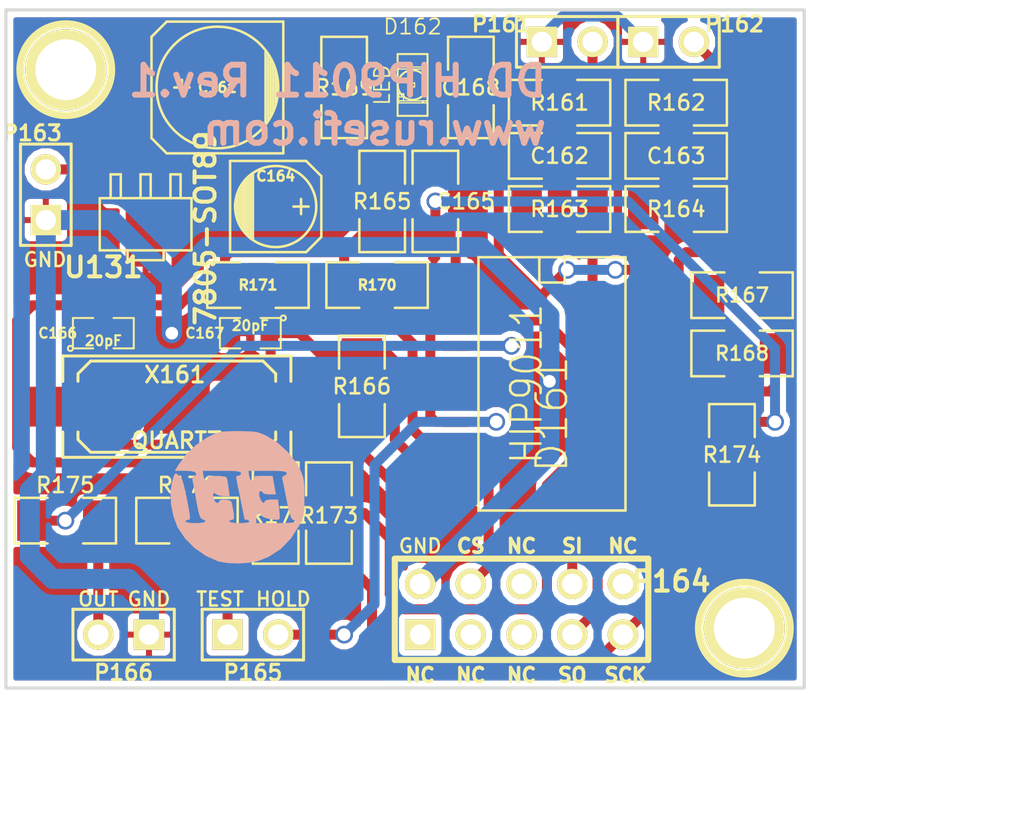
<source format=kicad_pcb>
(kicad_pcb (version 3) (host pcbnew "(2013-07-07 BZR 4022)-stable")

  (general
    (links 65)
    (no_connects 0)
    (area 66.3838 19.9898 121.571428 63.7)
    (thickness 1.6)
    (drawings 24)
    (tracks 211)
    (zones 0)
    (modules 37)
    (nets 25)
  )

  (page A3)
  (layers
    (15 F.Cu signal)
    (0 B.Cu signal)
    (16 B.Adhes user)
    (17 F.Adhes user)
    (18 B.Paste user hide)
    (19 F.Paste user)
    (20 B.SilkS user)
    (21 F.SilkS user)
    (22 B.Mask user)
    (23 F.Mask user)
    (24 Dwgs.User user)
    (25 Cmts.User user)
    (26 Eco1.User user)
    (27 Eco2.User user)
    (28 Edge.Cuts user)
  )

  (setup
    (last_trace_width 0.5)
    (trace_clearance 0.254)
    (zone_clearance 0.3)
    (zone_45_only no)
    (trace_min 0.254)
    (segment_width 0.2)
    (edge_width 0.15)
    (via_size 0.889)
    (via_drill 0.635)
    (via_min_size 0.889)
    (via_min_drill 0.508)
    (uvia_size 0.508)
    (uvia_drill 0.127)
    (uvias_allowed no)
    (uvia_min_size 0.508)
    (uvia_min_drill 0.127)
    (pcb_text_width 0.3)
    (pcb_text_size 1.5 1.5)
    (mod_edge_width 0.15)
    (mod_text_size 1.5 1.5)
    (mod_text_width 0.15)
    (pad_size 1.524 1.524)
    (pad_drill 0.762)
    (pad_to_mask_clearance 0.2)
    (aux_axis_origin 67 21)
    (visible_elements 7FFF7FFF)
    (pcbplotparams
      (layerselection 284983297)
      (usegerberextensions true)
      (excludeedgelayer true)
      (linewidth 0.100000)
      (plotframeref false)
      (viasonmask false)
      (mode 1)
      (useauxorigin false)
      (hpglpennumber 1)
      (hpglpenspeed 20)
      (hpglpendiameter 15)
      (hpglpenoverlay 2)
      (psnegative false)
      (psa4output false)
      (plotreference true)
      (plotvalue true)
      (plotothertext true)
      (plotinvisibletext false)
      (padsonsilk false)
      (subtractmaskfromsilk false)
      (outputformat 1)
      (mirror false)
      (drillshape 0)
      (scaleselection 1)
      (outputdirectory gerber))
  )

  (net 0 "")
  (net 1 /+12V)
  (net 2 /+5V)
  (net 3 /CS)
  (net 4 /GND)
  (net 5 /INT/HLD)
  (net 6 /INTOUT)
  (net 7 /OUT)
  (net 8 /SCK)
  (net 9 /SI)
  (net 10 /SO)
  (net 11 /TEST)
  (net 12 N-0000018)
  (net 13 N-0000019)
  (net 14 N-0000020)
  (net 15 N-0000024)
  (net 16 N-0000025)
  (net 17 N-0000026)
  (net 18 N-0000027)
  (net 19 N-0000028)
  (net 20 N-0000029)
  (net 21 N-0000030)
  (net 22 N-0000031)
  (net 23 N-000007)
  (net 24 N-000008)

  (net_class Default "Это класс цепей по умолчанию."
    (clearance 0.254)
    (trace_width 0.5)
    (via_dia 0.889)
    (via_drill 0.635)
    (uvia_dia 0.508)
    (uvia_drill 0.127)
    (add_net "")
    (add_net /+12V)
    (add_net /+5V)
    (add_net /CS)
    (add_net /GND)
    (add_net /INT/HLD)
    (add_net /INTOUT)
    (add_net /OUT)
    (add_net /SCK)
    (add_net /SI)
    (add_net /SO)
    (add_net /TEST)
    (add_net N-0000018)
    (add_net N-0000019)
    (add_net N-0000020)
    (add_net N-0000024)
    (add_net N-0000025)
    (add_net N-0000026)
    (add_net N-0000027)
    (add_net N-0000028)
    (add_net N-0000029)
    (add_net N-0000030)
    (add_net N-0000031)
    (add_net N-000007)
    (add_net N-000008)
  )

  (module sot89 (layer F.Cu) (tedit 52AEB4CC) (tstamp 52A25CF8)
    (at 74 31.7493 180)
    (descr SOT89)
    (path /52A25C32)
    (attr smd)
    (fp_text reference U131 (at 2.118 -2.1597 180) (layer F.SilkS)
      (effects (font (size 1.00076 1.00076) (thickness 0.20066)))
    )
    (fp_text value 7805-SOT89 (at -2.99974 -0.20066 270) (layer F.SilkS)
      (effects (font (size 1.00076 1.00076) (thickness 0.20066)))
    )
    (fp_line (start 1.2446 2.5019) (end 1.7526 2.5019) (layer F.SilkS) (width 0.127))
    (fp_line (start 1.7526 2.5019) (end 1.7526 1.3081) (layer F.SilkS) (width 0.127))
    (fp_line (start 1.2446 2.5019) (end 1.2446 1.3081) (layer F.SilkS) (width 0.127))
    (fp_line (start -0.254 2.5019) (end -0.254 1.3081) (layer F.SilkS) (width 0.127))
    (fp_line (start 0.254 2.5019) (end 0.254 1.3081) (layer F.SilkS) (width 0.127))
    (fp_line (start -0.254 2.5019) (end 0.254 2.5019) (layer F.SilkS) (width 0.127))
    (fp_line (start -1.7526 2.5019) (end -1.2446 2.5019) (layer F.SilkS) (width 0.127))
    (fp_line (start -1.2446 2.5019) (end -1.2446 1.3081) (layer F.SilkS) (width 0.127))
    (fp_line (start -1.7526 2.5019) (end -1.7526 1.3081) (layer F.SilkS) (width 0.127))
    (fp_line (start -0.9017 -1.8034) (end 0.9017 -1.8034) (layer F.SilkS) (width 0.127))
    (fp_line (start 0.9017 -1.8034) (end 0.9017 -1.3081) (layer F.SilkS) (width 0.127))
    (fp_line (start -0.9017 -1.8034) (end -0.9017 -1.3081) (layer F.SilkS) (width 0.127))
    (fp_line (start -2.2987 1.3081) (end -2.2987 -1.3081) (layer F.SilkS) (width 0.127))
    (fp_line (start -2.2987 -1.3081) (end 2.2987 -1.3081) (layer F.SilkS) (width 0.127))
    (fp_line (start 2.2987 -1.3081) (end 2.2987 1.3081) (layer F.SilkS) (width 0.127))
    (fp_line (start 2.2987 1.3081) (end -2.2987 1.3081) (layer F.SilkS) (width 0.127))
    (pad 1 smd rect (at -1.50114 1.89992 180) (size 0.70104 1.6002)
      (layers F.Cu F.Paste F.Mask)
      (net 24 N-000008)
    )
    (pad 2 smd rect (at 0 1.651 180) (size 0.70104 2.10058)
      (layers F.Cu F.Paste F.Mask)
      (net 4 /GND)
    )
    (pad 3 smd rect (at 1.50114 1.89992 180) (size 0.70104 1.6002)
      (layers F.Cu F.Paste F.Mask)
      (net 1 /+12V)
    )
    (pad 2 smd rect (at 0 -0.7493 180) (size 1.99898 2.75082)
      (layers F.Cu F.Paste F.Mask)
      (net 4 /GND)
    )
    (model smd/smd_transistors/sot89.wrl
      (at (xyz 0 0 0))
      (scale (xyz 1 1 1))
      (rotate (xyz 0 0 0))
    )
  )

  (module SM1206 (layer F.Cu) (tedit 52AF42BF) (tstamp 52A25D04)
    (at 103.378 43.307 270)
    (path /52A255FD)
    (attr smd)
    (fp_text reference R174 (at 0 0 360) (layer F.SilkS)
      (effects (font (size 0.762 0.762) (thickness 0.127)))
    )
    (fp_text value 1K (at 0 0 270) (layer F.SilkS) hide
      (effects (font (size 0.762 0.762) (thickness 0.127)))
    )
    (fp_line (start -2.54 -1.143) (end -2.54 1.143) (layer F.SilkS) (width 0.127))
    (fp_line (start -2.54 1.143) (end -0.889 1.143) (layer F.SilkS) (width 0.127))
    (fp_line (start 0.889 -1.143) (end 2.54 -1.143) (layer F.SilkS) (width 0.127))
    (fp_line (start 2.54 -1.143) (end 2.54 1.143) (layer F.SilkS) (width 0.127))
    (fp_line (start 2.54 1.143) (end 0.889 1.143) (layer F.SilkS) (width 0.127))
    (fp_line (start -0.889 -1.143) (end -2.54 -1.143) (layer F.SilkS) (width 0.127))
    (pad 1 smd rect (at -1.651 0 270) (size 1.524 2.032)
      (layers F.Cu F.Paste F.Mask)
      (net 2 /+5V)
    )
    (pad 2 smd rect (at 1.651 0 270) (size 1.524 2.032)
      (layers F.Cu F.Paste F.Mask)
      (net 9 /SI)
    )
    (model smd/chip_cms.wrl
      (at (xyz 0 0 0))
      (scale (xyz 0.17 0.16 0.16))
      (rotate (xyz 0 0 0))
    )
  )

  (module SM1206 (layer F.Cu) (tedit 52AEB599) (tstamp 52A25D10)
    (at 80.518 46.228 270)
    (path /52A255DF)
    (attr smd)
    (fp_text reference R172 (at 0.127 -0.127 360) (layer F.SilkS)
      (effects (font (size 0.762 0.762) (thickness 0.125)))
    )
    (fp_text value 1K (at 0 0 270) (layer F.SilkS) hide
      (effects (font (size 0.762 0.762) (thickness 0.127)))
    )
    (fp_line (start -2.54 -1.143) (end -2.54 1.143) (layer F.SilkS) (width 0.127))
    (fp_line (start -2.54 1.143) (end -0.889 1.143) (layer F.SilkS) (width 0.127))
    (fp_line (start 0.889 -1.143) (end 2.54 -1.143) (layer F.SilkS) (width 0.127))
    (fp_line (start 2.54 -1.143) (end 2.54 1.143) (layer F.SilkS) (width 0.127))
    (fp_line (start 2.54 1.143) (end 0.889 1.143) (layer F.SilkS) (width 0.127))
    (fp_line (start -0.889 -1.143) (end -2.54 -1.143) (layer F.SilkS) (width 0.127))
    (pad 1 smd rect (at -1.651 0 270) (size 1.524 2.032)
      (layers F.Cu F.Paste F.Mask)
      (net 2 /+5V)
    )
    (pad 2 smd rect (at 1.651 0 270) (size 1.524 2.032)
      (layers F.Cu F.Paste F.Mask)
      (net 11 /TEST)
    )
    (model smd/chip_cms.wrl
      (at (xyz 0 0 0))
      (scale (xyz 0.17 0.16 0.16))
      (rotate (xyz 0 0 0))
    )
  )

  (module SM1206 (layer F.Cu) (tedit 52AEB509) (tstamp 52AEC6A9)
    (at 79.629 34.798)
    (path /52A255D0)
    (attr smd)
    (fp_text reference R171 (at 0 0) (layer F.SilkS)
      (effects (font (size 0.5 0.5) (thickness 0.125)))
    )
    (fp_text value 1K (at 0 0) (layer F.SilkS) hide
      (effects (font (size 0.762 0.762) (thickness 0.127)))
    )
    (fp_line (start -2.54 -1.143) (end -2.54 1.143) (layer F.SilkS) (width 0.127))
    (fp_line (start -2.54 1.143) (end -0.889 1.143) (layer F.SilkS) (width 0.127))
    (fp_line (start 0.889 -1.143) (end 2.54 -1.143) (layer F.SilkS) (width 0.127))
    (fp_line (start 2.54 -1.143) (end 2.54 1.143) (layer F.SilkS) (width 0.127))
    (fp_line (start 2.54 1.143) (end 0.889 1.143) (layer F.SilkS) (width 0.127))
    (fp_line (start -0.889 -1.143) (end -2.54 -1.143) (layer F.SilkS) (width 0.127))
    (pad 1 smd rect (at -1.651 0) (size 1.524 2.032)
      (layers F.Cu F.Paste F.Mask)
      (net 2 /+5V)
    )
    (pad 2 smd rect (at 1.651 0) (size 1.524 2.032)
      (layers F.Cu F.Paste F.Mask)
      (net 3 /CS)
    )
    (model smd/chip_cms.wrl
      (at (xyz 0 0 0))
      (scale (xyz 0.17 0.16 0.16))
      (rotate (xyz 0 0 0))
    )
  )

  (module SM1206 (layer F.Cu) (tedit 52AEB51B) (tstamp 52A25D28)
    (at 85.598 34.798)
    (path /52A255C1)
    (attr smd)
    (fp_text reference R170 (at 0 0) (layer F.SilkS)
      (effects (font (size 0.5 0.5) (thickness 0.125)))
    )
    (fp_text value 1K (at 0 0) (layer F.SilkS) hide
      (effects (font (size 0.762 0.762) (thickness 0.127)))
    )
    (fp_line (start -2.54 -1.143) (end -2.54 1.143) (layer F.SilkS) (width 0.127))
    (fp_line (start -2.54 1.143) (end -0.889 1.143) (layer F.SilkS) (width 0.127))
    (fp_line (start 0.889 -1.143) (end 2.54 -1.143) (layer F.SilkS) (width 0.127))
    (fp_line (start 2.54 -1.143) (end 2.54 1.143) (layer F.SilkS) (width 0.127))
    (fp_line (start 2.54 1.143) (end 0.889 1.143) (layer F.SilkS) (width 0.127))
    (fp_line (start -0.889 -1.143) (end -2.54 -1.143) (layer F.SilkS) (width 0.127))
    (pad 1 smd rect (at -1.651 0) (size 1.524 2.032)
      (layers F.Cu F.Paste F.Mask)
      (net 2 /+5V)
    )
    (pad 2 smd rect (at 1.651 0) (size 1.524 2.032)
      (layers F.Cu F.Paste F.Mask)
      (net 5 /INT/HLD)
    )
    (model smd/chip_cms.wrl
      (at (xyz 0 0 0))
      (scale (xyz 0.17 0.16 0.16))
      (rotate (xyz 0 0 0))
    )
  )

  (module SM1206 (layer F.Cu) (tedit 52AF4259) (tstamp 52A25D34)
    (at 83.947 24.892 270)
    (path /529A4063)
    (attr smd)
    (fp_text reference R169 (at 0 0 360) (layer F.SilkS)
      (effects (font (size 0.762 0.762) (thickness 0.127)))
    )
    (fp_text value 470R (at 0 0 270) (layer F.SilkS) hide
      (effects (font (size 0.762 0.762) (thickness 0.127)))
    )
    (fp_line (start -2.54 -1.143) (end -2.54 1.143) (layer F.SilkS) (width 0.127))
    (fp_line (start -2.54 1.143) (end -0.889 1.143) (layer F.SilkS) (width 0.127))
    (fp_line (start 0.889 -1.143) (end 2.54 -1.143) (layer F.SilkS) (width 0.127))
    (fp_line (start 2.54 -1.143) (end 2.54 1.143) (layer F.SilkS) (width 0.127))
    (fp_line (start 2.54 1.143) (end 0.889 1.143) (layer F.SilkS) (width 0.127))
    (fp_line (start -0.889 -1.143) (end -2.54 -1.143) (layer F.SilkS) (width 0.127))
    (pad 1 smd rect (at -1.651 0 270) (size 1.524 2.032)
      (layers F.Cu F.Paste F.Mask)
      (net 23 N-000007)
    )
    (pad 2 smd rect (at 1.651 0 270) (size 1.524 2.032)
      (layers F.Cu F.Paste F.Mask)
      (net 24 N-000008)
    )
    (model smd/chip_cms.wrl
      (at (xyz 0 0 0))
      (scale (xyz 0.17 0.16 0.16))
      (rotate (xyz 0 0 0))
    )
  )

  (module SM1206 (layer F.Cu) (tedit 52AEB597) (tstamp 52A25D40)
    (at 83.185 46.228 270)
    (path /52A255EE)
    (attr smd)
    (fp_text reference R173 (at 0.127 0 360) (layer F.SilkS)
      (effects (font (size 0.762 0.762) (thickness 0.127)))
    )
    (fp_text value 1K (at 0 0 270) (layer F.SilkS) hide
      (effects (font (size 0.762 0.762) (thickness 0.127)))
    )
    (fp_line (start -2.54 -1.143) (end -2.54 1.143) (layer F.SilkS) (width 0.127))
    (fp_line (start -2.54 1.143) (end -0.889 1.143) (layer F.SilkS) (width 0.127))
    (fp_line (start 0.889 -1.143) (end 2.54 -1.143) (layer F.SilkS) (width 0.127))
    (fp_line (start 2.54 -1.143) (end 2.54 1.143) (layer F.SilkS) (width 0.127))
    (fp_line (start 2.54 1.143) (end 0.889 1.143) (layer F.SilkS) (width 0.127))
    (fp_line (start -0.889 -1.143) (end -2.54 -1.143) (layer F.SilkS) (width 0.127))
    (pad 1 smd rect (at -1.651 0 270) (size 1.524 2.032)
      (layers F.Cu F.Paste F.Mask)
      (net 2 /+5V)
    )
    (pad 2 smd rect (at 1.651 0 270) (size 1.524 2.032)
      (layers F.Cu F.Paste F.Mask)
      (net 8 /SCK)
    )
    (model smd/chip_cms.wrl
      (at (xyz 0 0 0))
      (scale (xyz 0.17 0.16 0.16))
      (rotate (xyz 0 0 0))
    )
  )

  (module SM1206 (layer F.Cu) (tedit 52AF4266) (tstamp 52A25D4C)
    (at 85.852 30.607 270)
    (path /52929D7A)
    (attr smd)
    (fp_text reference R165 (at 0 0 360) (layer F.SilkS)
      (effects (font (size 0.762 0.762) (thickness 0.127)))
    )
    (fp_text value 10R (at 0 0 270) (layer F.SilkS) hide
      (effects (font (size 0.762 0.762) (thickness 0.127)))
    )
    (fp_line (start -2.54 -1.143) (end -2.54 1.143) (layer F.SilkS) (width 0.127))
    (fp_line (start -2.54 1.143) (end -0.889 1.143) (layer F.SilkS) (width 0.127))
    (fp_line (start 0.889 -1.143) (end 2.54 -1.143) (layer F.SilkS) (width 0.127))
    (fp_line (start 2.54 -1.143) (end 2.54 1.143) (layer F.SilkS) (width 0.127))
    (fp_line (start 2.54 1.143) (end 0.889 1.143) (layer F.SilkS) (width 0.127))
    (fp_line (start -0.889 -1.143) (end -2.54 -1.143) (layer F.SilkS) (width 0.127))
    (pad 1 smd rect (at -1.651 0 270) (size 1.524 2.032)
      (layers F.Cu F.Paste F.Mask)
      (net 24 N-000008)
    )
    (pad 2 smd rect (at 1.651 0 270) (size 1.524 2.032)
      (layers F.Cu F.Paste F.Mask)
      (net 2 /+5V)
    )
    (model smd/chip_cms.wrl
      (at (xyz 0 0 0))
      (scale (xyz 0.17 0.16 0.16))
      (rotate (xyz 0 0 0))
    )
  )

  (module SM1206 (layer F.Cu) (tedit 52AF425D) (tstamp 52AEC577)
    (at 90.297 24.892 90)
    (path /529299B0)
    (attr smd)
    (fp_text reference C168 (at 0 0 180) (layer F.SilkS)
      (effects (font (size 0.762 0.762) (thickness 0.127)))
    )
    (fp_text value 22n (at 0 0 90) (layer F.SilkS) hide
      (effects (font (size 0.762 0.762) (thickness 0.127)))
    )
    (fp_line (start -2.54 -1.143) (end -2.54 1.143) (layer F.SilkS) (width 0.127))
    (fp_line (start -2.54 1.143) (end -0.889 1.143) (layer F.SilkS) (width 0.127))
    (fp_line (start 0.889 -1.143) (end 2.54 -1.143) (layer F.SilkS) (width 0.127))
    (fp_line (start 2.54 -1.143) (end 2.54 1.143) (layer F.SilkS) (width 0.127))
    (fp_line (start 2.54 1.143) (end 0.889 1.143) (layer F.SilkS) (width 0.127))
    (fp_line (start -0.889 -1.143) (end -2.54 -1.143) (layer F.SilkS) (width 0.127))
    (pad 1 smd rect (at -1.651 0 90) (size 1.524 2.032)
      (layers F.Cu F.Paste F.Mask)
      (net 16 N-0000025)
    )
    (pad 2 smd rect (at 1.651 0 90) (size 1.524 2.032)
      (layers F.Cu F.Paste F.Mask)
      (net 4 /GND)
    )
    (model smd/chip_cms.wrl
      (at (xyz 0 0 0))
      (scale (xyz 0.17 0.16 0.16))
      (rotate (xyz 0 0 0))
    )
  )

  (module SM1206 (layer F.Cu) (tedit 52AF4220) (tstamp 52A25D64)
    (at 84.836 39.878 90)
    (path /52928EAF)
    (attr smd)
    (fp_text reference R166 (at 0 0 180) (layer F.SilkS)
      (effects (font (size 0.762 0.762) (thickness 0.127)))
    )
    (fp_text value 1M (at 0 0 90) (layer F.SilkS) hide
      (effects (font (size 0.762 0.762) (thickness 0.127)))
    )
    (fp_line (start -2.54 -1.143) (end -2.54 1.143) (layer F.SilkS) (width 0.127))
    (fp_line (start -2.54 1.143) (end -0.889 1.143) (layer F.SilkS) (width 0.127))
    (fp_line (start 0.889 -1.143) (end 2.54 -1.143) (layer F.SilkS) (width 0.127))
    (fp_line (start 2.54 -1.143) (end 2.54 1.143) (layer F.SilkS) (width 0.127))
    (fp_line (start 2.54 1.143) (end 0.889 1.143) (layer F.SilkS) (width 0.127))
    (fp_line (start -0.889 -1.143) (end -2.54 -1.143) (layer F.SilkS) (width 0.127))
    (pad 1 smd rect (at -1.651 0 90) (size 1.524 2.032)
      (layers F.Cu F.Paste F.Mask)
      (net 15 N-0000024)
    )
    (pad 2 smd rect (at 1.651 0 90) (size 1.524 2.032)
      (layers F.Cu F.Paste F.Mask)
      (net 12 N-0000018)
    )
    (model smd/chip_cms.wrl
      (at (xyz 0 0 0))
      (scale (xyz 0.17 0.16 0.16))
      (rotate (xyz 0 0 0))
    )
  )

  (module SM1206 (layer F.Cu) (tedit 52AF426F) (tstamp 52A25D70)
    (at 88.519 30.607 90)
    (path /52928976)
    (attr smd)
    (fp_text reference C165 (at 0 1.524 180) (layer F.SilkS)
      (effects (font (size 0.762 0.762) (thickness 0.127)))
    )
    (fp_text value 100n (at 0 0 90) (layer F.SilkS) hide
      (effects (font (size 0.762 0.762) (thickness 0.127)))
    )
    (fp_line (start -2.54 -1.143) (end -2.54 1.143) (layer F.SilkS) (width 0.127))
    (fp_line (start -2.54 1.143) (end -0.889 1.143) (layer F.SilkS) (width 0.127))
    (fp_line (start 0.889 -1.143) (end 2.54 -1.143) (layer F.SilkS) (width 0.127))
    (fp_line (start 2.54 -1.143) (end 2.54 1.143) (layer F.SilkS) (width 0.127))
    (fp_line (start 2.54 1.143) (end 0.889 1.143) (layer F.SilkS) (width 0.127))
    (fp_line (start -0.889 -1.143) (end -2.54 -1.143) (layer F.SilkS) (width 0.127))
    (pad 1 smd rect (at -1.651 0 90) (size 1.524 2.032)
      (layers F.Cu F.Paste F.Mask)
      (net 2 /+5V)
    )
    (pad 2 smd rect (at 1.651 0 90) (size 1.524 2.032)
      (layers F.Cu F.Paste F.Mask)
      (net 4 /GND)
    )
    (model smd/chip_cms.wrl
      (at (xyz 0 0 0))
      (scale (xyz 0.17 0.16 0.16))
      (rotate (xyz 0 0 0))
    )
  )

  (module SM1206 (layer F.Cu) (tedit 52AF4417) (tstamp 52AF4429)
    (at 103.886 38.227)
    (path /52928885)
    (attr smd)
    (fp_text reference R168 (at 0 0) (layer F.SilkS)
      (effects (font (size 0.7 0.7) (thickness 0.127)))
    )
    (fp_text value 68k (at 0 0) (layer F.SilkS) hide
      (effects (font (size 0.762 0.762) (thickness 0.127)))
    )
    (fp_line (start -2.54 -1.143) (end -2.54 1.143) (layer F.SilkS) (width 0.127))
    (fp_line (start -2.54 1.143) (end -0.889 1.143) (layer F.SilkS) (width 0.127))
    (fp_line (start 0.889 -1.143) (end 2.54 -1.143) (layer F.SilkS) (width 0.127))
    (fp_line (start 2.54 -1.143) (end 2.54 1.143) (layer F.SilkS) (width 0.127))
    (fp_line (start 2.54 1.143) (end 0.889 1.143) (layer F.SilkS) (width 0.127))
    (fp_line (start -0.889 -1.143) (end -2.54 -1.143) (layer F.SilkS) (width 0.127))
    (pad 1 smd rect (at -1.651 0) (size 1.524 2.032)
      (layers F.Cu F.Paste F.Mask)
      (net 18 N-0000027)
    )
    (pad 2 smd rect (at 1.651 0) (size 1.524 2.032)
      (layers F.Cu F.Paste F.Mask)
      (net 17 N-0000026)
    )
    (model smd/chip_cms.wrl
      (at (xyz 0 0 0))
      (scale (xyz 0.17 0.16 0.16))
      (rotate (xyz 0 0 0))
    )
  )

  (module SM1206 (layer F.Cu) (tedit 52AF4429) (tstamp 52A25D88)
    (at 103.886 35.306)
    (path /52928876)
    (attr smd)
    (fp_text reference R167 (at 0 0) (layer F.SilkS)
      (effects (font (size 0.7 0.7) (thickness 0.127)))
    )
    (fp_text value 68k (at 0 0) (layer F.SilkS) hide
      (effects (font (size 0.762 0.762) (thickness 0.127)))
    )
    (fp_line (start -2.54 -1.143) (end -2.54 1.143) (layer F.SilkS) (width 0.127))
    (fp_line (start -2.54 1.143) (end -0.889 1.143) (layer F.SilkS) (width 0.127))
    (fp_line (start 0.889 -1.143) (end 2.54 -1.143) (layer F.SilkS) (width 0.127))
    (fp_line (start 2.54 -1.143) (end 2.54 1.143) (layer F.SilkS) (width 0.127))
    (fp_line (start 2.54 1.143) (end 0.889 1.143) (layer F.SilkS) (width 0.127))
    (fp_line (start -0.889 -1.143) (end -2.54 -1.143) (layer F.SilkS) (width 0.127))
    (pad 1 smd rect (at -1.651 0) (size 1.524 2.032)
      (layers F.Cu F.Paste F.Mask)
      (net 19 N-0000028)
    )
    (pad 2 smd rect (at 1.651 0) (size 1.524 2.032)
      (layers F.Cu F.Paste F.Mask)
      (net 20 N-0000029)
    )
    (model smd/chip_cms.wrl
      (at (xyz 0 0 0))
      (scale (xyz 0.17 0.16 0.16))
      (rotate (xyz 0 0 0))
    )
  )

  (module SM1206 (layer F.Cu) (tedit 42806E24) (tstamp 52A25D94)
    (at 100.584 30.988)
    (path /52928858)
    (attr smd)
    (fp_text reference R164 (at 0 0) (layer F.SilkS)
      (effects (font (size 0.762 0.762) (thickness 0.127)))
    )
    (fp_text value 10k (at 0 0) (layer F.SilkS) hide
      (effects (font (size 0.762 0.762) (thickness 0.127)))
    )
    (fp_line (start -2.54 -1.143) (end -2.54 1.143) (layer F.SilkS) (width 0.127))
    (fp_line (start -2.54 1.143) (end -0.889 1.143) (layer F.SilkS) (width 0.127))
    (fp_line (start 0.889 -1.143) (end 2.54 -1.143) (layer F.SilkS) (width 0.127))
    (fp_line (start 2.54 -1.143) (end 2.54 1.143) (layer F.SilkS) (width 0.127))
    (fp_line (start 2.54 1.143) (end 0.889 1.143) (layer F.SilkS) (width 0.127))
    (fp_line (start -0.889 -1.143) (end -2.54 -1.143) (layer F.SilkS) (width 0.127))
    (pad 1 smd rect (at -1.651 0) (size 1.524 2.032)
      (layers F.Cu F.Paste F.Mask)
      (net 14 N-0000020)
    )
    (pad 2 smd rect (at 1.651 0) (size 1.524 2.032)
      (layers F.Cu F.Paste F.Mask)
      (net 20 N-0000029)
    )
    (model smd/chip_cms.wrl
      (at (xyz 0 0 0))
      (scale (xyz 0.17 0.16 0.16))
      (rotate (xyz 0 0 0))
    )
  )

  (module SM1206 (layer F.Cu) (tedit 42806E24) (tstamp 52A25DA0)
    (at 94.742 30.988)
    (path /52928849)
    (attr smd)
    (fp_text reference R163 (at 0 0) (layer F.SilkS)
      (effects (font (size 0.762 0.762) (thickness 0.127)))
    )
    (fp_text value 10k (at 0 0) (layer F.SilkS) hide
      (effects (font (size 0.762 0.762) (thickness 0.127)))
    )
    (fp_line (start -2.54 -1.143) (end -2.54 1.143) (layer F.SilkS) (width 0.127))
    (fp_line (start -2.54 1.143) (end -0.889 1.143) (layer F.SilkS) (width 0.127))
    (fp_line (start 0.889 -1.143) (end 2.54 -1.143) (layer F.SilkS) (width 0.127))
    (fp_line (start 2.54 -1.143) (end 2.54 1.143) (layer F.SilkS) (width 0.127))
    (fp_line (start 2.54 1.143) (end 0.889 1.143) (layer F.SilkS) (width 0.127))
    (fp_line (start -0.889 -1.143) (end -2.54 -1.143) (layer F.SilkS) (width 0.127))
    (pad 1 smd rect (at -1.651 0) (size 1.524 2.032)
      (layers F.Cu F.Paste F.Mask)
      (net 21 N-0000030)
    )
    (pad 2 smd rect (at 1.651 0) (size 1.524 2.032)
      (layers F.Cu F.Paste F.Mask)
      (net 17 N-0000026)
    )
    (model smd/chip_cms.wrl
      (at (xyz 0 0 0))
      (scale (xyz 0.17 0.16 0.16))
      (rotate (xyz 0 0 0))
    )
  )

  (module SM1206 (layer F.Cu) (tedit 42806E24) (tstamp 52A25DAC)
    (at 100.584 28.321 180)
    (path /52928818)
    (attr smd)
    (fp_text reference C163 (at 0 0 180) (layer F.SilkS)
      (effects (font (size 0.762 0.762) (thickness 0.127)))
    )
    (fp_text value 47n (at 0 0 180) (layer F.SilkS) hide
      (effects (font (size 0.762 0.762) (thickness 0.127)))
    )
    (fp_line (start -2.54 -1.143) (end -2.54 1.143) (layer F.SilkS) (width 0.127))
    (fp_line (start -2.54 1.143) (end -0.889 1.143) (layer F.SilkS) (width 0.127))
    (fp_line (start 0.889 -1.143) (end 2.54 -1.143) (layer F.SilkS) (width 0.127))
    (fp_line (start 2.54 -1.143) (end 2.54 1.143) (layer F.SilkS) (width 0.127))
    (fp_line (start 2.54 1.143) (end 0.889 1.143) (layer F.SilkS) (width 0.127))
    (fp_line (start -0.889 -1.143) (end -2.54 -1.143) (layer F.SilkS) (width 0.127))
    (pad 1 smd rect (at -1.651 0 180) (size 1.524 2.032)
      (layers F.Cu F.Paste F.Mask)
      (net 13 N-0000019)
    )
    (pad 2 smd rect (at 1.651 0 180) (size 1.524 2.032)
      (layers F.Cu F.Paste F.Mask)
      (net 14 N-0000020)
    )
    (model smd/chip_cms.wrl
      (at (xyz 0 0 0))
      (scale (xyz 0.17 0.16 0.16))
      (rotate (xyz 0 0 0))
    )
  )

  (module SM1206 (layer F.Cu) (tedit 42806E24) (tstamp 52A25DB8)
    (at 100.584 25.654 180)
    (path /529287C2)
    (attr smd)
    (fp_text reference R162 (at 0 0 180) (layer F.SilkS)
      (effects (font (size 0.762 0.762) (thickness 0.127)))
    )
    (fp_text value 1M (at 0 0 180) (layer F.SilkS) hide
      (effects (font (size 0.762 0.762) (thickness 0.127)))
    )
    (fp_line (start -2.54 -1.143) (end -2.54 1.143) (layer F.SilkS) (width 0.127))
    (fp_line (start -2.54 1.143) (end -0.889 1.143) (layer F.SilkS) (width 0.127))
    (fp_line (start 0.889 -1.143) (end 2.54 -1.143) (layer F.SilkS) (width 0.127))
    (fp_line (start 2.54 -1.143) (end 2.54 1.143) (layer F.SilkS) (width 0.127))
    (fp_line (start 2.54 1.143) (end 0.889 1.143) (layer F.SilkS) (width 0.127))
    (fp_line (start -0.889 -1.143) (end -2.54 -1.143) (layer F.SilkS) (width 0.127))
    (pad 1 smd rect (at -1.651 0 180) (size 1.524 2.032)
      (layers F.Cu F.Paste F.Mask)
      (net 13 N-0000019)
    )
    (pad 2 smd rect (at 1.651 0 180) (size 1.524 2.032)
      (layers F.Cu F.Paste F.Mask)
      (net 4 /GND)
    )
    (model smd/chip_cms.wrl
      (at (xyz 0 0 0))
      (scale (xyz 0.17 0.16 0.16))
      (rotate (xyz 0 0 0))
    )
  )

  (module SM1206 (layer F.Cu) (tedit 42806E24) (tstamp 52A25DC4)
    (at 94.742 25.654 180)
    (path /529286D6)
    (attr smd)
    (fp_text reference R161 (at 0 0 180) (layer F.SilkS)
      (effects (font (size 0.762 0.762) (thickness 0.127)))
    )
    (fp_text value 1M (at 0 0 180) (layer F.SilkS) hide
      (effects (font (size 0.762 0.762) (thickness 0.127)))
    )
    (fp_line (start -2.54 -1.143) (end -2.54 1.143) (layer F.SilkS) (width 0.127))
    (fp_line (start -2.54 1.143) (end -0.889 1.143) (layer F.SilkS) (width 0.127))
    (fp_line (start 0.889 -1.143) (end 2.54 -1.143) (layer F.SilkS) (width 0.127))
    (fp_line (start 2.54 -1.143) (end 2.54 1.143) (layer F.SilkS) (width 0.127))
    (fp_line (start 2.54 1.143) (end 0.889 1.143) (layer F.SilkS) (width 0.127))
    (fp_line (start -0.889 -1.143) (end -2.54 -1.143) (layer F.SilkS) (width 0.127))
    (pad 1 smd rect (at -1.651 0 180) (size 1.524 2.032)
      (layers F.Cu F.Paste F.Mask)
      (net 22 N-0000031)
    )
    (pad 2 smd rect (at 1.651 0 180) (size 1.524 2.032)
      (layers F.Cu F.Paste F.Mask)
      (net 4 /GND)
    )
    (model smd/chip_cms.wrl
      (at (xyz 0 0 0))
      (scale (xyz 0.17 0.16 0.16))
      (rotate (xyz 0 0 0))
    )
  )

  (module SM1206 (layer F.Cu) (tedit 42806E24) (tstamp 52A25DD0)
    (at 94.742 28.321 180)
    (path /529286C7)
    (attr smd)
    (fp_text reference C162 (at 0 0 180) (layer F.SilkS)
      (effects (font (size 0.762 0.762) (thickness 0.127)))
    )
    (fp_text value 47n (at 0 0 180) (layer F.SilkS) hide
      (effects (font (size 0.762 0.762) (thickness 0.127)))
    )
    (fp_line (start -2.54 -1.143) (end -2.54 1.143) (layer F.SilkS) (width 0.127))
    (fp_line (start -2.54 1.143) (end -0.889 1.143) (layer F.SilkS) (width 0.127))
    (fp_line (start 0.889 -1.143) (end 2.54 -1.143) (layer F.SilkS) (width 0.127))
    (fp_line (start 2.54 -1.143) (end 2.54 1.143) (layer F.SilkS) (width 0.127))
    (fp_line (start 2.54 1.143) (end 0.889 1.143) (layer F.SilkS) (width 0.127))
    (fp_line (start -0.889 -1.143) (end -2.54 -1.143) (layer F.SilkS) (width 0.127))
    (pad 1 smd rect (at -1.651 0 180) (size 1.524 2.032)
      (layers F.Cu F.Paste F.Mask)
      (net 22 N-0000031)
    )
    (pad 2 smd rect (at 1.651 0 180) (size 1.524 2.032)
      (layers F.Cu F.Paste F.Mask)
      (net 21 N-0000030)
    )
    (model smd/chip_cms.wrl
      (at (xyz 0 0 0))
      (scale (xyz 0.17 0.16 0.16))
      (rotate (xyz 0 0 0))
    )
  )

  (module SM0805 (layer F.Cu) (tedit 52AF446A) (tstamp 52A25DDD)
    (at 71.882 37.211)
    (path /52928F04)
    (attr smd)
    (fp_text reference C166 (at -2.286 0) (layer F.SilkS)
      (effects (font (size 0.50038 0.50038) (thickness 0.10922)))
    )
    (fp_text value 20pF (at 0 0.381) (layer F.SilkS)
      (effects (font (size 0.50038 0.50038) (thickness 0.10922)))
    )
    (fp_circle (center -1.651 0.762) (end -1.651 0.635) (layer F.SilkS) (width 0.09906))
    (fp_line (start -0.508 0.762) (end -1.524 0.762) (layer F.SilkS) (width 0.09906))
    (fp_line (start -1.524 0.762) (end -1.524 -0.762) (layer F.SilkS) (width 0.09906))
    (fp_line (start -1.524 -0.762) (end -0.508 -0.762) (layer F.SilkS) (width 0.09906))
    (fp_line (start 0.508 -0.762) (end 1.524 -0.762) (layer F.SilkS) (width 0.09906))
    (fp_line (start 1.524 -0.762) (end 1.524 0.762) (layer F.SilkS) (width 0.09906))
    (fp_line (start 1.524 0.762) (end 0.508 0.762) (layer F.SilkS) (width 0.09906))
    (pad 1 smd rect (at -0.9525 0) (size 0.889 1.397)
      (layers F.Cu F.Paste F.Mask)
      (net 15 N-0000024)
    )
    (pad 2 smd rect (at 0.9525 0) (size 0.889 1.397)
      (layers F.Cu F.Paste F.Mask)
      (net 4 /GND)
    )
    (model smd/chip_cms.wrl
      (at (xyz 0 0 0))
      (scale (xyz 0.1 0.1 0.1))
      (rotate (xyz 0 0 0))
    )
  )

  (module SM0805 (layer F.Cu) (tedit 52AF4465) (tstamp 52A25DEA)
    (at 79.248 37.211 180)
    (path /52928F18)
    (attr smd)
    (fp_text reference C167 (at 2.286 0 180) (layer F.SilkS)
      (effects (font (size 0.50038 0.50038) (thickness 0.10922)))
    )
    (fp_text value 20pF (at 0 0.381 180) (layer F.SilkS)
      (effects (font (size 0.50038 0.50038) (thickness 0.10922)))
    )
    (fp_circle (center -1.651 0.762) (end -1.651 0.635) (layer F.SilkS) (width 0.09906))
    (fp_line (start -0.508 0.762) (end -1.524 0.762) (layer F.SilkS) (width 0.09906))
    (fp_line (start -1.524 0.762) (end -1.524 -0.762) (layer F.SilkS) (width 0.09906))
    (fp_line (start -1.524 -0.762) (end -0.508 -0.762) (layer F.SilkS) (width 0.09906))
    (fp_line (start 0.508 -0.762) (end 1.524 -0.762) (layer F.SilkS) (width 0.09906))
    (fp_line (start 1.524 -0.762) (end 1.524 0.762) (layer F.SilkS) (width 0.09906))
    (fp_line (start 1.524 0.762) (end 0.508 0.762) (layer F.SilkS) (width 0.09906))
    (pad 1 smd rect (at -0.9525 0 180) (size 0.889 1.397)
      (layers F.Cu F.Paste F.Mask)
      (net 12 N-0000018)
    )
    (pad 2 smd rect (at 0.9525 0 180) (size 0.889 1.397)
      (layers F.Cu F.Paste F.Mask)
      (net 4 /GND)
    )
    (model smd/chip_cms.wrl
      (at (xyz 0 0 0))
      (scale (xyz 0.1 0.1 0.1))
      (rotate (xyz 0 0 0))
    )
  )

  (module Q_49U3HMS (layer F.Cu) (tedit 511CC0BB) (tstamp 52A25E00)
    (at 75.565 40.894)
    (path /52A25AB6)
    (fp_text reference X161 (at -0.1 -1.6) (layer F.SilkS)
      (effects (font (size 0.8 0.8) (thickness 0.15)))
    )
    (fp_text value QUARTZ (at 0 1.7) (layer F.SilkS)
      (effects (font (size 0.8 0.8) (thickness 0.15)))
    )
    (fp_line (start -4.953 -1.651) (end -4.953 -1.27) (layer F.SilkS) (width 0.15))
    (fp_line (start -4.953 1.651) (end -4.953 1.27) (layer F.SilkS) (width 0.15))
    (fp_line (start 4.953 1.651) (end 4.953 1.27) (layer F.SilkS) (width 0.15))
    (fp_line (start 4.953 -1.651) (end 4.953 -1.27) (layer F.SilkS) (width 0.15))
    (fp_line (start 5.715 -2.54) (end 5.715 -1.27) (layer F.SilkS) (width 0.15))
    (fp_line (start 5.715 2.54) (end 5.715 1.27) (layer F.SilkS) (width 0.15))
    (fp_line (start -5.715 2.54) (end -5.715 1.27) (layer F.SilkS) (width 0.15))
    (fp_line (start -5.715 -2.54) (end -5.715 -1.27) (layer F.SilkS) (width 0.15))
    (fp_line (start -4.953 1.651) (end -4.318 2.286) (layer F.SilkS) (width 0.15))
    (fp_line (start -4.318 2.286) (end 4.318 2.286) (layer F.SilkS) (width 0.15))
    (fp_line (start 4.318 2.286) (end 4.953 1.651) (layer F.SilkS) (width 0.15))
    (fp_line (start 4.953 -1.651) (end 4.318 -2.286) (layer F.SilkS) (width 0.15))
    (fp_line (start 4.318 -2.286) (end -4.318 -2.286) (layer F.SilkS) (width 0.15))
    (fp_line (start -4.318 -2.286) (end -4.953 -1.651) (layer F.SilkS) (width 0.15))
    (fp_line (start 5.715 2.54) (end -5.715 2.54) (layer F.SilkS) (width 0.15))
    (fp_line (start -5.715 -2.54) (end 5.715 -2.54) (layer F.SilkS) (width 0.15))
    (pad 1 smd rect (at -4.699 0) (size 5.4991 1.99898)
      (layers F.Cu F.Paste F.Mask)
      (net 15 N-0000024)
    )
    (pad 2 smd rect (at 4.699 0) (size 5.4991 1.99898)
      (layers F.Cu F.Paste F.Mask)
      (net 12 N-0000018)
    )
    (model smd/smd_crystal&oscillator/crystal_hc-49-smd.wrl
      (at (xyz 0 0 0))
      (scale (xyz 1 1 1))
      (rotate (xyz 0 0 0))
    )
  )

  (module PIN_ARRAY_2X1 (layer F.Cu) (tedit 52AEB4B6) (tstamp 52A25E1A)
    (at 100.203 22.606)
    (descr "Connecteurs 2 pins")
    (tags "CONN DEV")
    (path /52928125)
    (fp_text reference P162 (at 3.302 -0.889) (layer F.SilkS)
      (effects (font (size 0.762 0.762) (thickness 0.1524)))
    )
    (fp_text value "KNOCK 2" (at 0 -1.905) (layer F.SilkS) hide
      (effects (font (size 0.762 0.762) (thickness 0.1524)))
    )
    (fp_line (start -2.54 1.27) (end -2.54 -1.27) (layer F.SilkS) (width 0.1524))
    (fp_line (start -2.54 -1.27) (end 2.54 -1.27) (layer F.SilkS) (width 0.1524))
    (fp_line (start 2.54 -1.27) (end 2.54 1.27) (layer F.SilkS) (width 0.1524))
    (fp_line (start 2.54 1.27) (end -2.54 1.27) (layer F.SilkS) (width 0.1524))
    (pad 1 thru_hole rect (at -1.27 0) (size 1.524 1.524) (drill 1.016)
      (layers *.Cu *.Mask F.SilkS)
      (net 4 /GND)
    )
    (pad 2 thru_hole circle (at 1.27 0) (size 1.524 1.524) (drill 1.016)
      (layers *.Cu *.Mask F.SilkS)
      (net 13 N-0000019)
    )
    (model pin_array/pins_array_2x1.wrl
      (at (xyz 0 0 0))
      (scale (xyz 1 1 1))
      (rotate (xyz 0 0 0))
    )
  )

  (module PIN_ARRAY_2X1 (layer F.Cu) (tedit 52AEB4B2) (tstamp 52A25E24)
    (at 95.123 22.606)
    (descr "Connecteurs 2 pins")
    (tags "CONN DEV")
    (path /52928116)
    (fp_text reference P161 (at -3.302 -0.889) (layer F.SilkS)
      (effects (font (size 0.762 0.762) (thickness 0.1524)))
    )
    (fp_text value "KNOCK 1" (at 0 -1.905) (layer F.SilkS) hide
      (effects (font (size 0.762 0.762) (thickness 0.1524)))
    )
    (fp_line (start -2.54 1.27) (end -2.54 -1.27) (layer F.SilkS) (width 0.1524))
    (fp_line (start -2.54 -1.27) (end 2.54 -1.27) (layer F.SilkS) (width 0.1524))
    (fp_line (start 2.54 -1.27) (end 2.54 1.27) (layer F.SilkS) (width 0.1524))
    (fp_line (start 2.54 1.27) (end -2.54 1.27) (layer F.SilkS) (width 0.1524))
    (pad 1 thru_hole rect (at -1.27 0) (size 1.524 1.524) (drill 1.016)
      (layers *.Cu *.Mask F.SilkS)
      (net 4 /GND)
    )
    (pad 2 thru_hole circle (at 1.27 0) (size 1.524 1.524) (drill 1.016)
      (layers *.Cu *.Mask F.SilkS)
      (net 22 N-0000031)
    )
    (model pin_array/pins_array_2x1.wrl
      (at (xyz 0 0 0))
      (scale (xyz 1 1 1))
      (rotate (xyz 0 0 0))
    )
  )

  (module PIN_ARRAY_2X1 (layer F.Cu) (tedit 52AEB4C4) (tstamp 52A25E2E)
    (at 69 30.27 90)
    (descr "Connecteurs 2 pins")
    (tags "CONN DEV")
    (path /52928AC0)
    (fp_text reference P163 (at 3.092 -0.674 180) (layer F.SilkS)
      (effects (font (size 0.762 0.762) (thickness 0.1524)))
    )
    (fp_text value 12V (at 0 -1.905 90) (layer F.SilkS) hide
      (effects (font (size 0.762 0.762) (thickness 0.1524)))
    )
    (fp_line (start -2.54 1.27) (end -2.54 -1.27) (layer F.SilkS) (width 0.1524))
    (fp_line (start -2.54 -1.27) (end 2.54 -1.27) (layer F.SilkS) (width 0.1524))
    (fp_line (start 2.54 -1.27) (end 2.54 1.27) (layer F.SilkS) (width 0.1524))
    (fp_line (start 2.54 1.27) (end -2.54 1.27) (layer F.SilkS) (width 0.1524))
    (pad 1 thru_hole rect (at -1.27 0 90) (size 1.524 1.524) (drill 1.016)
      (layers *.Cu *.Mask F.SilkS)
      (net 4 /GND)
    )
    (pad 2 thru_hole circle (at 1.27 0 90) (size 1.524 1.524) (drill 1.016)
      (layers *.Cu *.Mask F.SilkS)
      (net 1 /+12V)
    )
    (model pin_array/pins_array_2x1.wrl
      (at (xyz 0 0 0))
      (scale (xyz 1 1 1))
      (rotate (xyz 0 0 0))
    )
  )

  (module LED-1206 (layer F.Cu) (tedit 52AF42AE) (tstamp 52A25E58)
    (at 87.376 24.765 270)
    (descr "LED 1206 smd package")
    (tags "LED1206 SMD")
    (path /529A403B)
    (attr smd)
    (fp_text reference D162 (at -2.921 0 360) (layer F.SilkS)
      (effects (font (size 0.762 0.762) (thickness 0.0889)))
    )
    (fp_text value LED (at 0 1.524 270) (layer F.SilkS)
      (effects (font (size 0.762 0.762) (thickness 0.0889)))
    )
    (fp_line (start -0.09906 0.09906) (end 0.09906 0.09906) (layer F.SilkS) (width 0.06604))
    (fp_line (start 0.09906 0.09906) (end 0.09906 -0.09906) (layer F.SilkS) (width 0.06604))
    (fp_line (start -0.09906 -0.09906) (end 0.09906 -0.09906) (layer F.SilkS) (width 0.06604))
    (fp_line (start -0.09906 0.09906) (end -0.09906 -0.09906) (layer F.SilkS) (width 0.06604))
    (fp_line (start 0.44958 0.6985) (end 0.79756 0.6985) (layer F.SilkS) (width 0.06604))
    (fp_line (start 0.79756 0.6985) (end 0.79756 0.44958) (layer F.SilkS) (width 0.06604))
    (fp_line (start 0.44958 0.44958) (end 0.79756 0.44958) (layer F.SilkS) (width 0.06604))
    (fp_line (start 0.44958 0.6985) (end 0.44958 0.44958) (layer F.SilkS) (width 0.06604))
    (fp_line (start 0.79756 0.6985) (end 0.89916 0.6985) (layer F.SilkS) (width 0.06604))
    (fp_line (start 0.89916 0.6985) (end 0.89916 -0.49784) (layer F.SilkS) (width 0.06604))
    (fp_line (start 0.79756 -0.49784) (end 0.89916 -0.49784) (layer F.SilkS) (width 0.06604))
    (fp_line (start 0.79756 0.6985) (end 0.79756 -0.49784) (layer F.SilkS) (width 0.06604))
    (fp_line (start 0.79756 -0.54864) (end 0.89916 -0.54864) (layer F.SilkS) (width 0.06604))
    (fp_line (start 0.89916 -0.54864) (end 0.89916 -0.6985) (layer F.SilkS) (width 0.06604))
    (fp_line (start 0.79756 -0.6985) (end 0.89916 -0.6985) (layer F.SilkS) (width 0.06604))
    (fp_line (start 0.79756 -0.54864) (end 0.79756 -0.6985) (layer F.SilkS) (width 0.06604))
    (fp_line (start -0.89916 0.6985) (end -0.79756 0.6985) (layer F.SilkS) (width 0.06604))
    (fp_line (start -0.79756 0.6985) (end -0.79756 -0.49784) (layer F.SilkS) (width 0.06604))
    (fp_line (start -0.89916 -0.49784) (end -0.79756 -0.49784) (layer F.SilkS) (width 0.06604))
    (fp_line (start -0.89916 0.6985) (end -0.89916 -0.49784) (layer F.SilkS) (width 0.06604))
    (fp_line (start -0.89916 -0.54864) (end -0.79756 -0.54864) (layer F.SilkS) (width 0.06604))
    (fp_line (start -0.79756 -0.54864) (end -0.79756 -0.6985) (layer F.SilkS) (width 0.06604))
    (fp_line (start -0.89916 -0.6985) (end -0.79756 -0.6985) (layer F.SilkS) (width 0.06604))
    (fp_line (start -0.89916 -0.54864) (end -0.89916 -0.6985) (layer F.SilkS) (width 0.06604))
    (fp_line (start 0.44958 0.6985) (end 0.59944 0.6985) (layer F.SilkS) (width 0.06604))
    (fp_line (start 0.59944 0.6985) (end 0.59944 0.44958) (layer F.SilkS) (width 0.06604))
    (fp_line (start 0.44958 0.44958) (end 0.59944 0.44958) (layer F.SilkS) (width 0.06604))
    (fp_line (start 0.44958 0.6985) (end 0.44958 0.44958) (layer F.SilkS) (width 0.06604))
    (fp_line (start 1.5494 0.7493) (end -1.5494 0.7493) (layer F.SilkS) (width 0.1016))
    (fp_line (start -1.5494 0.7493) (end -1.5494 -0.7493) (layer F.SilkS) (width 0.1016))
    (fp_line (start -1.5494 -0.7493) (end 1.5494 -0.7493) (layer F.SilkS) (width 0.1016))
    (fp_line (start 1.5494 -0.7493) (end 1.5494 0.7493) (layer F.SilkS) (width 0.1016))
    (fp_arc (start 0 0) (end 0.54864 0.49784) (angle 95.4) (layer F.SilkS) (width 0.1016))
    (fp_arc (start 0 0) (end -0.54864 0.49784) (angle 84.5) (layer F.SilkS) (width 0.1016))
    (fp_arc (start 0 0) (end -0.54864 -0.49784) (angle 95.4) (layer F.SilkS) (width 0.1016))
    (fp_arc (start 0 0) (end 0.54864 -0.49784) (angle 84.5) (layer F.SilkS) (width 0.1016))
    (pad 1 smd rect (at -1.41986 0 270) (size 1.59766 1.80086)
      (layers F.Cu F.Paste F.Mask)
      (net 23 N-000007)
    )
    (pad 2 smd rect (at 1.41986 0 270) (size 1.59766 1.80086)
      (layers F.Cu F.Paste F.Mask)
      (net 4 /GND)
    )
  )

  (module c_elec_6.3x5.3 (layer F.Cu) (tedit 52AF43D2) (tstamp 52A25E6C)
    (at 77.597 24.892 180)
    (descr "SMT capacitor, aluminium electrolytic, 6.3x5.3")
    (path /52928AD9)
    (fp_text reference C161 (at 0 0 180) (layer F.SilkS)
      (effects (font (size 0.50038 0.50038) (thickness 0.11938)))
    )
    (fp_text value 100u (at 0 3.81 180) (layer F.SilkS) hide
      (effects (font (size 0.50038 0.50038) (thickness 0.11938)))
    )
    (fp_line (start -2.921 -0.762) (end -2.921 0.762) (layer F.SilkS) (width 0.127))
    (fp_line (start -2.794 1.143) (end -2.794 -1.143) (layer F.SilkS) (width 0.127))
    (fp_line (start -2.667 -1.397) (end -2.667 1.397) (layer F.SilkS) (width 0.127))
    (fp_line (start -2.54 1.651) (end -2.54 -1.651) (layer F.SilkS) (width 0.127))
    (fp_line (start -2.413 -1.778) (end -2.413 1.778) (layer F.SilkS) (width 0.127))
    (fp_circle (center 0 0) (end -3.048 0) (layer F.SilkS) (width 0.127))
    (fp_line (start -3.302 -3.302) (end -3.302 3.302) (layer F.SilkS) (width 0.127))
    (fp_line (start -3.302 3.302) (end 2.54 3.302) (layer F.SilkS) (width 0.127))
    (fp_line (start 2.54 3.302) (end 3.302 2.54) (layer F.SilkS) (width 0.127))
    (fp_line (start 3.302 2.54) (end 3.302 -2.54) (layer F.SilkS) (width 0.127))
    (fp_line (start 3.302 -2.54) (end 2.54 -3.302) (layer F.SilkS) (width 0.127))
    (fp_line (start 2.54 -3.302) (end -3.302 -3.302) (layer F.SilkS) (width 0.127))
    (fp_line (start 2.159 0) (end 1.397 0) (layer F.SilkS) (width 0.127))
    (fp_line (start 1.778 -0.381) (end 1.778 0.381) (layer F.SilkS) (width 0.127))
    (pad 1 smd rect (at 2.75082 0 180) (size 3.59918 1.6002)
      (layers F.Cu F.Paste F.Mask)
      (net 1 /+12V)
    )
    (pad 2 smd rect (at -2.75082 0 180) (size 3.59918 1.6002)
      (layers F.Cu F.Paste F.Mask)
      (net 4 /GND)
    )
    (model smd/capacitors/c_elec_6_3x5_3.wrl
      (at (xyz 0 0 0))
      (scale (xyz 1 1 1))
      (rotate (xyz 0 0 0))
    )
  )

  (module c_elec_4x5.3 (layer F.Cu) (tedit 52AF43C8) (tstamp 52A25E83)
    (at 80.518 30.861)
    (descr "SMT capacitor, aluminium electrolytic, 4x5.3")
    (path /52928A51)
    (fp_text reference C164 (at 0 -1.524) (layer F.SilkS)
      (effects (font (size 0.50038 0.50038) (thickness 0.11938)))
    )
    (fp_text value 10u (at 0 2.794) (layer F.SilkS) hide
      (effects (font (size 0.50038 0.50038) (thickness 0.11938)))
    )
    (fp_line (start 1.651 0) (end 0.889 0) (layer F.SilkS) (width 0.127))
    (fp_line (start 1.27 -0.381) (end 1.27 0.381) (layer F.SilkS) (width 0.127))
    (fp_line (start 1.524 2.286) (end -2.286 2.286) (layer F.SilkS) (width 0.127))
    (fp_line (start 2.286 -1.524) (end 2.286 1.524) (layer F.SilkS) (width 0.127))
    (fp_line (start 1.524 2.286) (end 2.286 1.524) (layer F.SilkS) (width 0.127))
    (fp_line (start 1.524 -2.286) (end -2.286 -2.286) (layer F.SilkS) (width 0.127))
    (fp_line (start 1.524 -2.286) (end 2.286 -1.524) (layer F.SilkS) (width 0.127))
    (fp_line (start -2.032 0.127) (end -2.032 -0.127) (layer F.SilkS) (width 0.127))
    (fp_line (start -1.905 -0.635) (end -1.905 0.635) (layer F.SilkS) (width 0.127))
    (fp_line (start -1.778 0.889) (end -1.778 -0.889) (layer F.SilkS) (width 0.127))
    (fp_line (start -1.651 1.143) (end -1.651 -1.143) (layer F.SilkS) (width 0.127))
    (fp_line (start -1.524 -1.27) (end -1.524 1.27) (layer F.SilkS) (width 0.127))
    (fp_line (start -1.397 1.397) (end -1.397 -1.397) (layer F.SilkS) (width 0.127))
    (fp_line (start -1.27 -1.524) (end -1.27 1.524) (layer F.SilkS) (width 0.127))
    (fp_line (start -1.143 -1.651) (end -1.143 1.651) (layer F.SilkS) (width 0.127))
    (fp_circle (center 0 0) (end -2.032 0) (layer F.SilkS) (width 0.127))
    (fp_line (start -2.286 -2.286) (end -2.286 2.286) (layer F.SilkS) (width 0.127))
    (pad 1 smd rect (at 1.80086 0) (size 2.60096 1.6002)
      (layers F.Cu F.Paste F.Mask)
      (net 24 N-000008)
    )
    (pad 2 smd rect (at -1.80086 0) (size 2.60096 1.6002)
      (layers F.Cu F.Paste F.Mask)
      (net 4 /GND)
    )
    (model smd/capacitors/c_elec_4x5_3.wrl
      (at (xyz 0 0 0))
      (scale (xyz 1 1 1))
      (rotate (xyz 0 0 0))
    )
  )

  (module SM1206 (layer F.Cu) (tedit 52AEB5AA) (tstamp 52A2E138)
    (at 69.977 46.609)
    (path /52A2E159)
    (attr smd)
    (fp_text reference R175 (at 0 -1.778) (layer F.SilkS)
      (effects (font (size 0.762 0.762) (thickness 0.127)))
    )
    (fp_text value 10k (at 0 0) (layer F.SilkS) hide
      (effects (font (size 0.762 0.762) (thickness 0.127)))
    )
    (fp_line (start -2.54 -1.143) (end -2.54 1.143) (layer F.SilkS) (width 0.127))
    (fp_line (start -2.54 1.143) (end -0.889 1.143) (layer F.SilkS) (width 0.127))
    (fp_line (start 0.889 -1.143) (end 2.54 -1.143) (layer F.SilkS) (width 0.127))
    (fp_line (start 2.54 -1.143) (end 2.54 1.143) (layer F.SilkS) (width 0.127))
    (fp_line (start 2.54 1.143) (end 0.889 1.143) (layer F.SilkS) (width 0.127))
    (fp_line (start -0.889 -1.143) (end -2.54 -1.143) (layer F.SilkS) (width 0.127))
    (pad 1 smd rect (at -1.651 0) (size 1.524 2.032)
      (layers F.Cu F.Paste F.Mask)
      (net 6 /INTOUT)
    )
    (pad 2 smd rect (at 1.651 0) (size 1.524 2.032)
      (layers F.Cu F.Paste F.Mask)
      (net 7 /OUT)
    )
    (model smd/chip_cms.wrl
      (at (xyz 0 0 0))
      (scale (xyz 0.17 0.16 0.16))
      (rotate (xyz 0 0 0))
    )
  )

  (module SM1206 (layer F.Cu) (tedit 52AEB5A1) (tstamp 52A2E144)
    (at 76.073 46.609)
    (path /52A2E168)
    (attr smd)
    (fp_text reference R176 (at 0 -1.778) (layer F.SilkS)
      (effects (font (size 0.762 0.762) (thickness 0.127)))
    )
    (fp_text value 10k (at 0 0) (layer F.SilkS) hide
      (effects (font (size 0.762 0.762) (thickness 0.127)))
    )
    (fp_line (start -2.54 -1.143) (end -2.54 1.143) (layer F.SilkS) (width 0.127))
    (fp_line (start -2.54 1.143) (end -0.889 1.143) (layer F.SilkS) (width 0.127))
    (fp_line (start 0.889 -1.143) (end 2.54 -1.143) (layer F.SilkS) (width 0.127))
    (fp_line (start 2.54 -1.143) (end 2.54 1.143) (layer F.SilkS) (width 0.127))
    (fp_line (start 2.54 1.143) (end 0.889 1.143) (layer F.SilkS) (width 0.127))
    (fp_line (start -0.889 -1.143) (end -2.54 -1.143) (layer F.SilkS) (width 0.127))
    (pad 1 smd rect (at -1.651 0) (size 1.524 2.032)
      (layers F.Cu F.Paste F.Mask)
      (net 7 /OUT)
    )
    (pad 2 smd rect (at 1.651 0) (size 1.524 2.032)
      (layers F.Cu F.Paste F.Mask)
      (net 4 /GND)
    )
    (model smd/chip_cms.wrl
      (at (xyz 0 0 0))
      (scale (xyz 0.17 0.16 0.16))
      (rotate (xyz 0 0 0))
    )
  )

  (module SO20L (layer F.Cu) (tedit 52AF43E6) (tstamp 52AEAF3C)
    (at 94.361 39.751 270)
    (descr "Cms SOJ 20 pins large")
    (tags "CMS SOJ")
    (path /52928107)
    (attr smd)
    (fp_text reference D161 (at 1.524 0 270) (layer F.SilkS)
      (effects (font (size 1.524 1.524) (thickness 0.127)))
    )
    (fp_text value HIP9011 (at 0 1.27 270) (layer F.SilkS)
      (effects (font (size 1.524 1.27) (thickness 0.127)))
    )
    (fp_line (start 6.35 3.683) (end 6.35 -3.683) (layer F.SilkS) (width 0.127))
    (fp_line (start -6.35 -3.683) (end -6.35 3.683) (layer F.SilkS) (width 0.127))
    (fp_line (start 6.35 3.683) (end -6.35 3.683) (layer F.SilkS) (width 0.127))
    (fp_line (start -6.35 -3.683) (end 6.35 -3.683) (layer F.SilkS) (width 0.127))
    (fp_line (start -6.35 -0.635) (end -5.08 -0.635) (layer F.SilkS) (width 0.127))
    (fp_line (start -5.08 -0.635) (end -5.08 0.635) (layer F.SilkS) (width 0.127))
    (fp_line (start -5.08 0.635) (end -6.35 0.635) (layer F.SilkS) (width 0.127))
    (pad 11 smd rect (at 5.715 -4.826 270) (size 0.508 1.27)
      (layers F.Cu F.Paste F.Mask)
      (net 10 /SO)
    )
    (pad 12 smd rect (at 4.445 -4.826 270) (size 0.508 1.27)
      (layers F.Cu F.Paste F.Mask)
      (net 9 /SI)
    )
    (pad 13 smd rect (at 3.175 -4.826 270) (size 0.508 1.27)
      (layers F.Cu F.Paste F.Mask)
      (net 8 /SCK)
    )
    (pad 14 smd rect (at 1.905 -4.826 270) (size 0.508 1.27)
      (layers F.Cu F.Paste F.Mask)
      (net 11 /TEST)
    )
    (pad 15 smd rect (at 0.635 -4.826 270) (size 0.508 1.27)
      (layers F.Cu F.Paste F.Mask)
      (net 16 N-0000025)
    )
    (pad 16 smd rect (at -0.635 -4.826 270) (size 0.508 1.27)
      (layers F.Cu F.Paste F.Mask)
      (net 17 N-0000026)
    )
    (pad 17 smd rect (at -1.905 -4.826 270) (size 0.508 1.27)
      (layers F.Cu F.Paste F.Mask)
      (net 18 N-0000027)
    )
    (pad 18 smd rect (at -3.175 -4.826 270) (size 0.508 1.27)
      (layers F.Cu F.Paste F.Mask)
      (net 19 N-0000028)
    )
    (pad 19 smd rect (at -4.445 -4.826 270) (size 0.508 1.27)
      (layers F.Cu F.Paste F.Mask)
      (net 20 N-0000029)
    )
    (pad 20 smd rect (at -5.715 -4.826 270) (size 0.508 1.27)
      (layers F.Cu F.Paste F.Mask)
      (net 16 N-0000025)
    )
    (pad 1 smd rect (at -5.715 4.826 270) (size 0.508 1.27)
      (layers F.Cu F.Paste F.Mask)
      (net 2 /+5V)
    )
    (pad 2 smd rect (at -4.445 4.826 270) (size 0.508 1.27)
      (layers F.Cu F.Paste F.Mask)
      (net 4 /GND)
    )
    (pad 3 smd rect (at -3.175 4.826 270) (size 0.508 1.27)
      (layers F.Cu F.Paste F.Mask)
      (net 16 N-0000025)
    )
    (pad 4 smd rect (at -1.905 4.826 270) (size 0.508 1.27)
      (layers F.Cu F.Paste F.Mask)
      (net 6 /INTOUT)
    )
    (pad 5 smd rect (at -0.635 4.826 270) (size 0.508 1.27)
      (layers F.Cu F.Paste F.Mask)
    )
    (pad 6 smd rect (at 0.635 4.826 270) (size 0.508 1.27)
      (layers F.Cu F.Paste F.Mask)
    )
    (pad 7 smd rect (at 1.905 4.826 270) (size 0.508 1.27)
      (layers F.Cu F.Paste F.Mask)
      (net 5 /INT/HLD)
    )
    (pad 8 smd rect (at 3.175 4.826 270) (size 0.508 1.27)
      (layers F.Cu F.Paste F.Mask)
      (net 3 /CS)
    )
    (pad 9 smd rect (at 4.445 4.826 270) (size 0.508 1.27)
      (layers F.Cu F.Paste F.Mask)
      (net 12 N-0000018)
    )
    (pad 10 smd rect (at 5.715 4.826 270) (size 0.508 1.27)
      (layers F.Cu F.Paste F.Mask)
      (net 15 N-0000024)
    )
    (model smd/cms_so20.wrl
      (at (xyz 0 0 0))
      (scale (xyz 0.5 0.6 0.5))
      (rotate (xyz 0 0 0))
    )
  )

  (module PIN_ARRAY_5x2 (layer F.Cu) (tedit 52AF4BEC) (tstamp 52AEAF4E)
    (at 92.837 51.054)
    (descr "Double rangee de contacts 2 x 5 pins")
    (tags CONN)
    (path /52AEAD0B)
    (fp_text reference P164 (at 7.493 -1.397) (layer F.SilkS)
      (effects (font (size 1.016 1.016) (thickness 0.2032)))
    )
    (fp_text value CONN_5X2 (at 0 -3.81) (layer F.SilkS) hide
      (effects (font (size 1.016 1.016) (thickness 0.2032)))
    )
    (fp_line (start -6.35 -2.54) (end 6.35 -2.54) (layer F.SilkS) (width 0.3048))
    (fp_line (start 6.35 -2.54) (end 6.35 2.54) (layer F.SilkS) (width 0.3048))
    (fp_line (start 6.35 2.54) (end -6.35 2.54) (layer F.SilkS) (width 0.3048))
    (fp_line (start -6.35 2.54) (end -6.35 -2.54) (layer F.SilkS) (width 0.3048))
    (pad 1 thru_hole rect (at -5.08 1.27) (size 1.524 1.524) (drill 1.016)
      (layers *.Cu *.Mask F.SilkS)
    )
    (pad 2 thru_hole circle (at -5.08 -1.27) (size 1.524 1.524) (drill 1.016)
      (layers *.Cu *.Mask F.SilkS)
      (net 4 /GND)
    )
    (pad 3 thru_hole circle (at -2.54 1.27) (size 1.524 1.524) (drill 1.016)
      (layers *.Cu *.Mask F.SilkS)
    )
    (pad 4 thru_hole circle (at -2.54 -1.27) (size 1.524 1.524) (drill 1.016)
      (layers *.Cu *.Mask F.SilkS)
      (net 3 /CS)
    )
    (pad 5 thru_hole circle (at 0 1.27) (size 1.524 1.524) (drill 1.016)
      (layers *.Cu *.Mask F.SilkS)
    )
    (pad 6 thru_hole circle (at 0 -1.27) (size 1.524 1.524) (drill 1.016)
      (layers *.Cu *.Mask F.SilkS)
    )
    (pad 7 thru_hole circle (at 2.54 1.27) (size 1.524 1.524) (drill 1.016)
      (layers *.Cu *.Mask F.SilkS)
      (net 10 /SO)
    )
    (pad 8 thru_hole circle (at 2.54 -1.27) (size 1.524 1.524) (drill 1.016)
      (layers *.Cu *.Mask F.SilkS)
      (net 9 /SI)
    )
    (pad 9 thru_hole circle (at 5.08 1.27) (size 1.524 1.524) (drill 1.016)
      (layers *.Cu *.Mask F.SilkS)
      (net 8 /SCK)
    )
    (pad 10 thru_hole circle (at 5.08 -1.27) (size 1.524 1.524) (drill 1.016)
      (layers *.Cu *.Mask F.SilkS)
    )
    (model pin_array/pins_array_5x2.wrl
      (at (xyz 0 0 0))
      (scale (xyz 1 1 1))
      (rotate (xyz 0 0 0))
    )
  )

  (module PIN_ARRAY_2X1 (layer F.Cu) (tedit 52AEB54A) (tstamp 52AEAF58)
    (at 79.375 52.324)
    (descr "Connecteurs 2 pins")
    (tags "CONN DEV")
    (path /52AEADCD)
    (fp_text reference P165 (at 0 1.905) (layer F.SilkS)
      (effects (font (size 0.762 0.762) (thickness 0.1524)))
    )
    (fp_text value CONN_2 (at 0 -1.905) (layer F.SilkS) hide
      (effects (font (size 0.762 0.762) (thickness 0.1524)))
    )
    (fp_line (start -2.54 1.27) (end -2.54 -1.27) (layer F.SilkS) (width 0.1524))
    (fp_line (start -2.54 -1.27) (end 2.54 -1.27) (layer F.SilkS) (width 0.1524))
    (fp_line (start 2.54 -1.27) (end 2.54 1.27) (layer F.SilkS) (width 0.1524))
    (fp_line (start 2.54 1.27) (end -2.54 1.27) (layer F.SilkS) (width 0.1524))
    (pad 1 thru_hole rect (at -1.27 0) (size 1.524 1.524) (drill 1.016)
      (layers *.Cu *.Mask F.SilkS)
      (net 11 /TEST)
    )
    (pad 2 thru_hole circle (at 1.27 0) (size 1.524 1.524) (drill 1.016)
      (layers *.Cu *.Mask F.SilkS)
      (net 5 /INT/HLD)
    )
    (model pin_array/pins_array_2x1.wrl
      (at (xyz 0 0 0))
      (scale (xyz 1 1 1))
      (rotate (xyz 0 0 0))
    )
  )

  (module PIN_ARRAY_2X1 (layer F.Cu) (tedit 4565C520) (tstamp 52AEAF62)
    (at 72.898 52.324 180)
    (descr "Connecteurs 2 pins")
    (tags "CONN DEV")
    (path /52AEAE96)
    (fp_text reference P166 (at 0 -1.905 180) (layer F.SilkS)
      (effects (font (size 0.762 0.762) (thickness 0.1524)))
    )
    (fp_text value CONN_2 (at 0 -1.905 180) (layer F.SilkS) hide
      (effects (font (size 0.762 0.762) (thickness 0.1524)))
    )
    (fp_line (start -2.54 1.27) (end -2.54 -1.27) (layer F.SilkS) (width 0.1524))
    (fp_line (start -2.54 -1.27) (end 2.54 -1.27) (layer F.SilkS) (width 0.1524))
    (fp_line (start 2.54 -1.27) (end 2.54 1.27) (layer F.SilkS) (width 0.1524))
    (fp_line (start 2.54 1.27) (end -2.54 1.27) (layer F.SilkS) (width 0.1524))
    (pad 1 thru_hole rect (at -1.27 0 180) (size 1.524 1.524) (drill 1.016)
      (layers *.Cu *.Mask F.SilkS)
      (net 4 /GND)
    )
    (pad 2 thru_hole circle (at 1.27 0 180) (size 1.524 1.524) (drill 1.016)
      (layers *.Cu *.Mask F.SilkS)
      (net 7 /OUT)
    )
    (model pin_array/pins_array_2x1.wrl
      (at (xyz 0 0 0))
      (scale (xyz 1 1 1))
      (rotate (xyz 0 0 0))
    )
  )

  (module 1pin (layer F.Cu) (tedit 52AEB496) (tstamp 52AEC522)
    (at 104 52)
    (descr "module 1 pin (ou trou mecanique de percage)")
    (tags DEV)
    (path 1pin)
    (fp_text reference "" (at 0 -3.048) (layer F.SilkS)
      (effects (font (size 1.016 1.016) (thickness 0.254)))
    )
    (fp_text value "" (at 0 2.794) (layer F.SilkS) hide
      (effects (font (size 1.016 1.016) (thickness 0.254)))
    )
    (fp_circle (center 0 0) (end 0 -2.286) (layer F.SilkS) (width 0.381))
    (pad 1 thru_hole circle (at 0 0) (size 4.064 4.064) (drill 3.048)
      (layers *.Cu *.Mask F.SilkS)
    )
  )

  (module 1pin (layer F.Cu) (tedit 52AEB484) (tstamp 52AEC52F)
    (at 70 24)
    (descr "module 1 pin (ou trou mecanique de percage)")
    (tags DEV)
    (path 1pin)
    (fp_text reference "" (at 0 -3.048) (layer F.SilkS)
      (effects (font (size 1.016 1.016) (thickness 0.254)))
    )
    (fp_text value "" (at 0 2.794) (layer F.SilkS) hide
      (effects (font (size 1.016 1.016) (thickness 0.254)))
    )
    (fp_circle (center 0 0) (end 0 -2.286) (layer F.SilkS) (width 0.381))
    (pad 1 thru_hole circle (at 0 0) (size 4.064 4.064) (drill 3.048)
      (layers *.Cu *.Mask F.SilkS)
    )
  )

  (module LOGO_F (layer B.Cu) (tedit 0) (tstamp 52AF4E4D)
    (at 78.613 45.466)
    (path /52AF4640)
    (fp_text reference G161 (at 0 -4.14782) (layer B.SilkS) hide
      (effects (font (size 1.524 1.524) (thickness 0.3048)) (justify mirror))
    )
    (fp_text value LOGO (at 0 4.14782) (layer B.SilkS) hide
      (effects (font (size 1.524 1.524) (thickness 0.3048)) (justify mirror))
    )
    (fp_poly (pts (xy 3.34518 -0.04318) (xy 3.3401 0.381) (xy 3.32486 0.68326) (xy 3.28676 0.90932)
      (xy 3.22326 1.1049) (xy 3.12166 1.3208) (xy 3.10896 1.3462) (xy 2.921 1.64084)
      (xy 2.921 1.18618) (xy 2.79654 1.1049) (xy 2.75844 1.09982) (xy 2.68732 1.016)
      (xy 2.60096 0.76708) (xy 2.5019 0.35052) (xy 2.46126 0.14732) (xy 2.38252 -0.24638)
      (xy 2.31394 -0.58928) (xy 2.2606 -0.84074) (xy 2.23266 -0.9525) (xy 2.2479 -1.07696)
      (xy 2.32156 -1.09982) (xy 2.4384 -1.16586) (xy 2.45618 -1.22682) (xy 2.42824 -1.28524)
      (xy 2.33172 -1.3208) (xy 2.13868 -1.34366) (xy 1.82372 -1.35382) (xy 1.49606 -1.35382)
      (xy 0.53594 -1.35382) (xy 0.57404 -1.09982) (xy 0.63246 -0.92202) (xy 0.7239 -0.84836)
      (xy 0.72644 -0.84582) (xy 0.80264 -0.90678) (xy 0.79248 -0.97536) (xy 0.79248 -1.04648)
      (xy 0.889 -1.08458) (xy 1.10744 -1.09982) (xy 1.24714 -1.09982) (xy 1.75006 -1.09982)
      (xy 1.83388 -0.635) (xy 1.9177 -0.17018) (xy 1.59258 -0.17018) (xy 1.38684 -0.1905)
      (xy 1.27508 -0.23876) (xy 1.27 -0.254) (xy 1.20142 -0.3302) (xy 1.15316 -0.33782)
      (xy 1.0795 -0.2921) (xy 1.08204 -0.127) (xy 1.0922 -0.07112) (xy 1.1557 0.1016)
      (xy 1.24206 0.22352) (xy 1.3208 0.25908) (xy 1.35382 0.1778) (xy 1.35382 0.17526)
      (xy 1.43002 0.11684) (xy 1.61544 0.08636) (xy 1.68656 0.08382) (xy 2.0193 0.08382)
      (xy 2.07772 0.55372) (xy 2.10312 0.81788) (xy 2.10312 1.01092) (xy 2.09042 1.06934)
      (xy 1.9685 1.09982) (xy 1.76022 1.08458) (xy 1.52146 1.03886) (xy 1.31318 0.97536)
      (xy 1.1938 0.90424) (xy 1.18618 0.88138) (xy 1.1176 0.7747) (xy 1.05918 0.762)
      (xy 0.95758 0.8382) (xy 0.93218 1.016) (xy 0.93218 1.27) (xy 1.95072 1.27)
      (xy 2.42062 1.26238) (xy 2.74066 1.2446) (xy 2.90322 1.21158) (xy 2.921 1.18618)
      (xy 2.921 1.64084) (xy 2.67716 2.02692) (xy 2.15646 2.5654) (xy 1.5494 2.9591)
      (xy 1.02108 3.16484) (xy 0.59182 3.24866) (xy 0.59182 1.18618) (xy 0.52324 1.10998)
      (xy 0.46482 1.09982) (xy 0.35306 1.08458) (xy 0.33782 1.06934) (xy 0.32258 0.98044)
      (xy 0.2794 0.75692) (xy 0.21336 0.4318) (xy 0.13462 0.04064) (xy 0.127 0)
      (xy 0.03556 -0.44958) (xy -0.02794 -0.75692) (xy -0.06096 -0.94996) (xy -0.06858 -1.0541)
      (xy -0.05334 -1.09728) (xy -0.01524 -1.1049) (xy 0.04318 -1.09982) (xy 0.15494 -1.1684)
      (xy 0.17018 -1.22682) (xy 0.14224 -1.28524) (xy 0.04572 -1.3208) (xy -0.14732 -1.34366)
      (xy -0.46228 -1.35382) (xy -0.78994 -1.35382) (xy -1.75006 -1.35382) (xy -1.71196 -1.09982)
      (xy -1.65354 -0.92202) (xy -1.5621 -0.84836) (xy -1.55956 -0.84582) (xy -1.48336 -0.90678)
      (xy -1.49352 -0.97282) (xy -1.49098 -1.04902) (xy -1.39446 -1.08712) (xy -1.1684 -1.09982)
      (xy -1.07188 -1.09982) (xy -0.80772 -1.08966) (xy -0.61976 -1.05918) (xy -0.56134 -1.03378)
      (xy -0.52578 -0.9144) (xy -0.48514 -0.69088) (xy -0.45974 -0.52578) (xy -0.40132 -0.08382)
      (xy -0.69342 -0.08382) (xy -0.91948 -0.11176) (xy -1.07696 -0.18034) (xy -1.08204 -0.18542)
      (xy -1.1938 -0.254) (xy -1.2319 -0.17018) (xy -1.21158 0.02032) (xy -1.143 0.17018)
      (xy -1.04394 0.254) (xy -0.95758 0.24892) (xy -0.93218 0.17018) (xy -0.86106 0.10668)
      (xy -0.69596 0.08382) (xy -0.50546 0.1016) (xy -0.35306 0.15494) (xy -0.31242 0.20066)
      (xy -0.27432 0.35052) (xy -0.2286 0.59436) (xy -0.20828 0.70866) (xy -0.18288 0.94996)
      (xy -0.20066 1.0668) (xy -0.27686 1.09982) (xy -0.28702 1.09982) (xy -0.4064 1.143)
      (xy -0.42418 1.18618) (xy -0.34544 1.22936) (xy -0.14478 1.25984) (xy 0.08382 1.27)
      (xy 0.3556 1.2573) (xy 0.53848 1.22428) (xy 0.59182 1.18618) (xy 0.59182 3.24866)
      (xy 0.5715 3.25374) (xy 0.0508 3.2893) (xy -0.4699 3.27152) (xy -0.91694 3.2004)
      (xy -0.99314 3.17754) (xy -1.59004 2.91338) (xy -2.15392 2.52222) (xy -2.63652 2.03708)
      (xy -2.99974 1.49606) (xy -3.03022 1.43256) (xy -3.22326 0.90932) (xy -3.3401 0.32258)
      (xy -3.3655 -0.2413) (xy -3.3528 -0.39624) (xy -3.29946 -0.7366) (xy -3.23088 -1.01092)
      (xy -3.15722 -1.18872) (xy -3.0861 -1.23698) (xy -3.06578 -1.21666) (xy -2.93624 -1.10998)
      (xy -2.88544 -1.08712) (xy -2.80924 -0.98298) (xy -2.7178 -0.71374) (xy -2.6162 -0.2921)
      (xy -2.57302 -0.08128) (xy -2.48158 0.38354) (xy -2.42316 0.70612) (xy -2.39268 0.9144)
      (xy -2.39014 1.03124) (xy -2.41554 1.08458) (xy -2.4638 1.09982) (xy -2.49682 1.09982)
      (xy -2.61112 1.14554) (xy -2.62382 1.18618) (xy -2.54762 1.22936) (xy -2.34696 1.25984)
      (xy -2.11582 1.27) (xy -1.8288 1.25476) (xy -1.651 1.21412) (xy -1.60274 1.15824)
      (xy -1.7018 1.09728) (xy -1.76276 1.0795) (xy -1.8415 1.02362) (xy -1.91008 0.88646)
      (xy -1.97866 0.63754) (xy -2.05486 0.25146) (xy -2.06248 0.2032) (xy -2.13106 -0.18288)
      (xy -2.19456 -0.52578) (xy -2.24282 -0.78232) (xy -2.25806 -0.86868) (xy -2.27076 -1.0414)
      (xy -2.19202 -1.09982) (xy -2.1717 -1.10236) (xy -2.07772 -1.15316) (xy -2.08534 -1.22936)
      (xy -2.1717 -1.30556) (xy -2.36728 -1.3462) (xy -2.6416 -1.35636) (xy -3.14706 -1.35382)
      (xy -2.95656 -1.67132) (xy -2.5781 -2.18186) (xy -2.09296 -2.64668) (xy -1.55702 -3.01244)
      (xy -1.44018 -3.0734) (xy -1.18618 -3.19532) (xy -0.97536 -3.27152) (xy -0.75692 -3.31724)
      (xy -0.48514 -3.33756) (xy -0.10668 -3.34264) (xy 0.04064 -3.34264) (xy 0.46482 -3.33756)
      (xy 0.76962 -3.32232) (xy 1.00076 -3.28422) (xy 1.2065 -3.21564) (xy 1.43764 -3.1115)
      (xy 1.47574 -3.09372) (xy 2.00914 -2.7559) (xy 2.50444 -2.30378) (xy 2.91592 -1.78816)
      (xy 3.10134 -1.46812) (xy 3.21056 -1.2319) (xy 3.28168 -1.02616) (xy 3.31978 -0.8001)
      (xy 3.3401 -0.50546) (xy 3.34264 -0.09398) (xy 3.34518 -0.04318) (xy 3.34518 -0.04318)) (layer B.SilkS) (width 0.00254))
  )

  (gr_text "NC\n" (at 87.757 54.356) (layer F.SilkS)
    (effects (font (size 0.7 0.7) (thickness 0.175)))
  )
  (gr_text "NC\n" (at 90.297 54.356) (layer F.SilkS)
    (effects (font (size 0.7 0.7) (thickness 0.175)))
  )
  (gr_text "NC\n" (at 92.837 54.356) (layer F.SilkS)
    (effects (font (size 0.7 0.7) (thickness 0.175)))
  )
  (gr_text "NC\n" (at 97.917 47.879) (layer F.SilkS)
    (effects (font (size 0.7 0.7) (thickness 0.175)))
  )
  (gr_text "NC\n" (at 92.837 47.879) (layer F.SilkS)
    (effects (font (size 0.7 0.7) (thickness 0.175)))
  )
  (gr_text GND (at 68.961 33.528) (layer F.SilkS)
    (effects (font (size 0.7 0.7) (thickness 0.125)))
  )
  (gr_text "OUT\n" (at 71.628 50.546) (layer F.SilkS)
    (effects (font (size 0.7 0.7) (thickness 0.125)))
  )
  (gr_text "HOLD\n" (at 80.899 50.546) (layer F.SilkS)
    (effects (font (size 0.7 0.7) (thickness 0.125)))
  )
  (gr_text "TEST\n" (at 77.724 50.546) (layer F.SilkS)
    (effects (font (size 0.7 0.7) (thickness 0.125)))
  )
  (gr_text GND (at 74.168 50.546) (layer F.SilkS)
    (effects (font (size 0.7 0.7) (thickness 0.125)))
  )
  (gr_text SCK (at 98.044 54.356) (layer F.SilkS)
    (effects (font (size 0.7 0.7) (thickness 0.175)))
  )
  (gr_text SO (at 95.377 54.356) (layer F.SilkS)
    (effects (font (size 0.7 0.7) (thickness 0.175)))
  )
  (gr_text "SI\n" (at 95.377 47.879) (layer F.SilkS)
    (effects (font (size 0.7 0.7) (thickness 0.175)))
  )
  (gr_text CS (at 90.297 47.879) (layer F.SilkS)
    (effects (font (size 0.7 0.7) (thickness 0.175)))
  )
  (gr_text GND (at 87.757 47.879) (layer F.SilkS)
    (effects (font (size 0.7 0.7) (thickness 0.125)))
  )
  (dimension 40 (width 0.3) (layer Dwgs.User)
    (gr_text "40,000 мм" (at 87 62.349999) (layer Dwgs.User)
      (effects (font (size 1.5 1.5) (thickness 0.3)))
    )
    (feature1 (pts (xy 107 55) (xy 107 63.699999)))
    (feature2 (pts (xy 67 55) (xy 67 63.699999)))
    (crossbar (pts (xy 67 60.999999) (xy 107 60.999999)))
    (arrow1a (pts (xy 107 60.999999) (xy 105.873497 61.586419)))
    (arrow1b (pts (xy 107 60.999999) (xy 105.873497 60.413579)))
    (arrow2a (pts (xy 67 60.999999) (xy 68.126503 61.586419)))
    (arrow2b (pts (xy 67 60.999999) (xy 68.126503 60.413579)))
  )
  (dimension 34 (width 0.3) (layer Dwgs.User)
    (gr_text "34,000 мм" (at 115.349999 38 270) (layer Dwgs.User)
      (effects (font (size 1.5 1.5) (thickness 0.3)))
    )
    (feature1 (pts (xy 107 55) (xy 116.699999 55)))
    (feature2 (pts (xy 107 21) (xy 116.699999 21)))
    (crossbar (pts (xy 113.999999 21) (xy 113.999999 55)))
    (arrow1a (pts (xy 113.999999 55) (xy 113.413579 53.873497)))
    (arrow1b (pts (xy 113.999999 55) (xy 114.586419 53.873497)))
    (arrow2a (pts (xy 113.999999 21) (xy 113.413579 22.126503)))
    (arrow2b (pts (xy 113.999999 21) (xy 114.586419 22.126503)))
  )
  (gr_text "DD HIP9011 Rev.1\nwww.rusefi.com\n" (at 94.234 25.781) (layer B.SilkS)
    (effects (font (size 1.5 1.5) (thickness 0.3)) (justify left mirror))
  )
  (gr_line (start 67 55) (end 67 49) (angle 90) (layer Edge.Cuts) (width 0.15))
  (gr_line (start 107 55) (end 67 55) (angle 90) (layer Edge.Cuts) (width 0.15))
  (gr_line (start 107 21) (end 107 55) (angle 90) (layer Edge.Cuts) (width 0.15))
  (gr_line (start 104 21) (end 107 21) (angle 90) (layer Edge.Cuts) (width 0.15))
  (gr_line (start 104 21) (end 67 21) (angle 90) (layer Edge.Cuts) (width 0.15))
  (gr_line (start 67 21) (end 67 49) (angle 90) (layer Edge.Cuts) (width 0.15))

  (segment (start 72.49886 29.84938) (end 72.49886 28.59314) (width 0.5) (layer F.Cu) (net 1))
  (segment (start 74.84618 26.24582) (end 74.84618 24.892) (width 0.5) (layer F.Cu) (net 1) (tstamp 52AEC5FF))
  (segment (start 72.49886 28.59314) (end 74.84618 26.24582) (width 0.5) (layer F.Cu) (net 1) (tstamp 52AEC5FE))
  (segment (start 69 29) (end 70.656 29) (width 0.5) (layer F.Cu) (net 1))
  (segment (start 71.50538 29.84938) (end 72.49886 29.84938) (width 0.5) (layer F.Cu) (net 1) (tstamp 52AEC5FB))
  (segment (start 70.656 29) (end 71.50538 29.84938) (width 0.5) (layer F.Cu) (net 1) (tstamp 52AEC5FA))
  (segment (start 88.519 32.258) (end 88.519 30.607) (width 0.5) (layer F.Cu) (net 2))
  (segment (start 105.537 41.656) (end 103.378 41.656) (width 0.5) (layer F.Cu) (net 2) (tstamp 52AEB283))
  (via (at 105.537 41.656) (size 0.889) (layers F.Cu B.Cu) (net 2))
  (segment (start 105.537 37.973) (end 105.537 41.656) (width 0.5) (layer B.Cu) (net 2) (tstamp 52AEB279))
  (segment (start 98.171 30.607) (end 105.537 37.973) (width 0.5) (layer B.Cu) (net 2) (tstamp 52AEB26F))
  (segment (start 88.519 30.607) (end 98.171 30.607) (width 0.5) (layer B.Cu) (net 2) (tstamp 52AEB26E))
  (via (at 88.519 30.607) (size 0.889) (layers F.Cu B.Cu) (net 2))
  (segment (start 85.852 32.258) (end 88.519 32.258) (width 0.5) (layer F.Cu) (net 2))
  (segment (start 88.519 32.258) (end 89.535 33.274) (width 0.5) (layer F.Cu) (net 2) (tstamp 52AEB031))
  (segment (start 89.535 33.274) (end 89.535 34.036) (width 0.5) (layer F.Cu) (net 2) (tstamp 52AEB032))
  (segment (start 83.947 34.798) (end 83.947 33.147) (width 0.5) (layer F.Cu) (net 2))
  (segment (start 77.978 34.798) (end 77.978 33.401) (width 0.5) (layer F.Cu) (net 2))
  (segment (start 84.836 32.258) (end 85.852 32.258) (width 0.5) (layer F.Cu) (net 2) (tstamp 52A36979))
  (segment (start 83.947 33.147) (end 84.836 32.258) (width 0.5) (layer F.Cu) (net 2) (tstamp 52A36976))
  (segment (start 78.232 33.147) (end 83.947 33.147) (width 0.5) (layer F.Cu) (net 2) (tstamp 52A36972))
  (segment (start 77.978 33.401) (end 78.232 33.147) (width 0.5) (layer F.Cu) (net 2) (tstamp 52A3696F))
  (segment (start 80.518 44.577) (end 78.994 44.577) (width 0.5) (layer F.Cu) (net 2))
  (segment (start 76.708 34.798) (end 77.978 34.798) (width 0.5) (layer F.Cu) (net 2) (tstamp 52A2E4E3))
  (segment (start 75.692 35.814) (end 76.708 34.798) (width 0.5) (layer F.Cu) (net 2) (tstamp 52A2E4E1))
  (segment (start 68.326 35.814) (end 75.692 35.814) (width 0.5) (layer F.Cu) (net 2) (tstamp 52A2E4DE))
  (segment (start 67.564 36.576) (end 68.326 35.814) (width 0.5) (layer F.Cu) (net 2) (tstamp 52A2E4DB))
  (segment (start 67.564 42.926) (end 67.564 36.576) (width 0.5) (layer F.Cu) (net 2) (tstamp 52A2E4D5))
  (segment (start 68.326 43.688) (end 67.564 42.926) (width 0.5) (layer F.Cu) (net 2) (tstamp 52A2E4D3))
  (segment (start 78.105 43.688) (end 68.326 43.688) (width 0.5) (layer F.Cu) (net 2) (tstamp 52A2E4CF))
  (segment (start 78.994 44.577) (end 78.105 43.688) (width 0.5) (layer F.Cu) (net 2) (tstamp 52A2E4C9))
  (segment (start 83.185 44.577) (end 80.518 44.577) (width 0.5) (layer F.Cu) (net 2))
  (segment (start 89.535 42.926) (end 90.805 42.926) (width 0.5) (layer F.Cu) (net 3))
  (segment (start 91.186 48.895) (end 90.297 49.784) (width 0.5) (layer F.Cu) (net 3) (tstamp 52AEC849))
  (segment (start 91.186 43.307) (end 91.186 48.895) (width 0.5) (layer F.Cu) (net 3) (tstamp 52AEC848))
  (segment (start 90.805 42.926) (end 91.186 43.307) (width 0.5) (layer F.Cu) (net 3) (tstamp 52AEC847))
  (segment (start 89.535 42.926) (end 88.265 42.926) (width 0.5) (layer F.Cu) (net 3))
  (segment (start 83.185 36.703) (end 81.28 34.798) (width 0.5) (layer F.Cu) (net 3) (tstamp 52AEB17E))
  (segment (start 86.36 36.703) (end 83.185 36.703) (width 0.5) (layer F.Cu) (net 3) (tstamp 52AEB17A))
  (segment (start 87.376 37.719) (end 86.36 36.703) (width 0.5) (layer F.Cu) (net 3) (tstamp 52AEB178))
  (segment (start 87.376 42.037) (end 87.376 37.719) (width 0.5) (layer F.Cu) (net 3) (tstamp 52AEB174))
  (segment (start 88.265 42.926) (end 87.376 42.037) (width 0.5) (layer F.Cu) (net 3) (tstamp 52AEB172))
  (segment (start 94.234 39.624) (end 94.234 43.307) (width 1) (layer B.Cu) (net 4))
  (segment (start 75.311 34.671) (end 77.089 32.893) (width 1) (layer B.Cu) (net 4) (tstamp 52AEC89B))
  (segment (start 77.089 32.893) (end 90.805 32.893) (width 1) (layer B.Cu) (net 4) (tstamp 52AEC89C))
  (segment (start 90.805 32.893) (end 94.234 36.322) (width 1) (layer B.Cu) (net 4) (tstamp 52AEC89D))
  (segment (start 94.234 36.322) (end 94.234 39.624) (width 1) (layer B.Cu) (net 4) (tstamp 52AEC89E))
  (via (at 94.234 39.624) (size 0.889) (layers F.Cu B.Cu) (net 4))
  (segment (start 69 31.54) (end 72.307 31.54) (width 1) (layer B.Cu) (net 4))
  (via (at 75.311 37.211) (size 0.889) (layers F.Cu B.Cu) (net 4))
  (segment (start 75.311 34.544) (end 75.311 37.211) (width 1) (layer B.Cu) (net 4) (tstamp 52AEC897))
  (segment (start 72.307 31.54) (end 75.311 34.544) (width 1) (layer B.Cu) (net 4) (tstamp 52AEC896))
  (segment (start 75.311 37.211) (end 75.311 34.671) (width 1) (layer B.Cu) (net 4))
  (segment (start 94.234 43.307) (end 87.757 49.784) (width 1) (layer B.Cu) (net 4) (tstamp 52AEC8A2))
  (segment (start 74.168 52.324) (end 74.168 50.546) (width 1) (layer B.Cu) (net 4))
  (segment (start 69 44.284) (end 69 31.54) (width 1) (layer B.Cu) (net 4) (tstamp 52AEC80C))
  (segment (start 68.199 45.085) (end 69 44.284) (width 1) (layer B.Cu) (net 4) (tstamp 52AEC80B))
  (segment (start 68.199 48.387) (end 68.199 45.085) (width 1) (layer B.Cu) (net 4) (tstamp 52AEC80A))
  (segment (start 69.342 49.53) (end 68.199 48.387) (width 1) (layer B.Cu) (net 4) (tstamp 52AEC809))
  (segment (start 73.152 49.53) (end 69.342 49.53) (width 1) (layer B.Cu) (net 4) (tstamp 52AEC808))
  (segment (start 74.168 50.546) (end 73.152 49.53) (width 1) (layer B.Cu) (net 4) (tstamp 52AEC807))
  (segment (start 93.853 22.606) (end 93.853 22.352) (width 0.5) (layer B.Cu) (net 4))
  (segment (start 97.663 21.336) (end 98.933 22.606) (width 0.5) (layer B.Cu) (net 4) (tstamp 52A2E532))
  (segment (start 94.869 21.336) (end 97.663 21.336) (width 0.5) (layer B.Cu) (net 4) (tstamp 52A2E52F))
  (segment (start 93.853 22.352) (end 94.869 21.336) (width 0.5) (layer B.Cu) (net 4) (tstamp 52A2E52D))
  (segment (start 80.645 52.324) (end 81.915 52.324) (width 0.5) (layer F.Cu) (net 5))
  (via (at 83.947 52.324) (size 0.889) (layers F.Cu B.Cu) (net 5))
  (segment (start 83.947 52.324) (end 85.471 50.8) (width 0.5) (layer B.Cu) (net 5) (tstamp 52AEC864))
  (segment (start 85.471 50.8) (end 85.471 43.815) (width 0.5) (layer B.Cu) (net 5) (tstamp 52AEC865))
  (segment (start 85.471 43.815) (end 87.63 41.656) (width 0.5) (layer B.Cu) (net 5) (tstamp 52AEC866))
  (segment (start 87.63 41.656) (end 91.567 41.656) (width 0.5) (layer B.Cu) (net 5) (tstamp 52AEC868))
  (via (at 91.567 41.656) (size 0.889) (layers F.Cu B.Cu) (net 5))
  (segment (start 91.567 41.656) (end 89.535 41.656) (width 0.5) (layer F.Cu) (net 5) (tstamp 52AEC86B))
  (segment (start 81.915 52.324) (end 83.947 52.324) (width 0.5) (layer F.Cu) (net 5))
  (segment (start 87.249 34.798) (end 87.249 35.814) (width 0.5) (layer F.Cu) (net 5))
  (segment (start 88.519 41.656) (end 89.535 41.656) (width 0.5) (layer F.Cu) (net 5) (tstamp 52AEB148))
  (segment (start 88.265 41.402) (end 88.519 41.656) (width 0.5) (layer F.Cu) (net 5) (tstamp 52AEB147))
  (segment (start 88.265 36.83) (end 88.265 41.402) (width 0.5) (layer F.Cu) (net 5) (tstamp 52AEB143))
  (segment (start 87.249 35.814) (end 88.265 36.83) (width 0.5) (layer F.Cu) (net 5) (tstamp 52AEB13F))
  (segment (start 68.326 46.609) (end 69.977 46.609) (width 0.5) (layer F.Cu) (net 6))
  (segment (start 92.329 37.846) (end 89.535 37.846) (width 0.5) (layer F.Cu) (net 6) (tstamp 52AEB2D1))
  (via (at 92.329 37.846) (size 0.889) (layers F.Cu B.Cu) (net 6))
  (segment (start 78.74 37.846) (end 92.329 37.846) (width 0.5) (layer B.Cu) (net 6) (tstamp 52AEB2C9))
  (segment (start 69.977 46.609) (end 78.74 37.846) (width 0.5) (layer B.Cu) (net 6) (tstamp 52AEB2C8))
  (via (at 69.977 46.609) (size 0.889) (layers F.Cu B.Cu) (net 6))
  (segment (start 71.628 52.324) (end 71.628 46.609) (width 0.5) (layer F.Cu) (net 7))
  (segment (start 73.025 46.736) (end 73.025 46.609) (width 0.3) (layer F.Cu) (net 7) (tstamp 52A2E41C))
  (segment (start 73.025 46.609) (end 73.025 46.736) (width 0.3) (layer F.Cu) (net 7) (tstamp 52A2E2D8))
  (segment (start 73.025 46.736) (end 73.025 46.609) (width 0.3) (layer F.Cu) (net 7) (tstamp 52A2E2DA))
  (segment (start 71.628 46.609) (end 73.025 46.609) (width 0.5) (layer F.Cu) (net 7))
  (segment (start 73.025 46.609) (end 74.422 46.609) (width 0.5) (layer F.Cu) (net 7) (tstamp 52A2E2DB))
  (segment (start 97.917 52.324) (end 96.139 54.102) (width 0.5) (layer F.Cu) (net 8))
  (segment (start 85.344 50.038) (end 83.185 47.879) (width 0.5) (layer F.Cu) (net 8) (tstamp 52AEC838))
  (segment (start 85.344 52.959) (end 85.344 50.038) (width 0.5) (layer F.Cu) (net 8) (tstamp 52AEC837))
  (segment (start 86.487 54.102) (end 85.344 52.959) (width 0.5) (layer F.Cu) (net 8) (tstamp 52AEC836))
  (segment (start 96.139 54.102) (end 86.487 54.102) (width 0.5) (layer F.Cu) (net 8) (tstamp 52AEC835))
  (segment (start 99.187 42.926) (end 100.711 42.926) (width 0.5) (layer F.Cu) (net 8))
  (segment (start 99.822 50.419) (end 97.917 52.324) (width 0.5) (layer F.Cu) (net 8) (tstamp 52AEC832))
  (segment (start 99.822 49.149) (end 99.822 50.419) (width 0.5) (layer F.Cu) (net 8) (tstamp 52AEC831))
  (segment (start 101.6 47.371) (end 99.822 49.149) (width 0.5) (layer F.Cu) (net 8) (tstamp 52AEC830))
  (segment (start 104.013 47.371) (end 101.6 47.371) (width 0.5) (layer F.Cu) (net 8) (tstamp 52AEC82F))
  (segment (start 105.283 46.101) (end 104.013 47.371) (width 0.5) (layer F.Cu) (net 8) (tstamp 52AEC82E))
  (segment (start 105.283 43.688) (end 105.283 46.101) (width 0.5) (layer F.Cu) (net 8) (tstamp 52AEC82D))
  (segment (start 104.902 43.307) (end 105.283 43.688) (width 0.5) (layer F.Cu) (net 8) (tstamp 52AEC82C))
  (segment (start 101.092 43.307) (end 104.902 43.307) (width 0.5) (layer F.Cu) (net 8) (tstamp 52AEC82B))
  (segment (start 100.711 42.926) (end 101.092 43.307) (width 0.5) (layer F.Cu) (net 8) (tstamp 52AEC82A))
  (segment (start 95.377 49.784) (end 95.377 46.99) (width 0.5) (layer F.Cu) (net 9))
  (segment (start 98.171 44.196) (end 99.187 44.196) (width 0.5) (layer F.Cu) (net 9) (tstamp 52AEC843))
  (segment (start 95.377 46.99) (end 98.171 44.196) (width 0.5) (layer F.Cu) (net 9) (tstamp 52AEC841))
  (segment (start 103.378 44.958) (end 101.219 44.958) (width 0.5) (layer F.Cu) (net 9))
  (segment (start 100.457 44.196) (end 99.187 44.196) (width 0.5) (layer F.Cu) (net 9) (tstamp 52AEB1E8))
  (segment (start 101.219 44.958) (end 100.457 44.196) (width 0.5) (layer F.Cu) (net 9) (tstamp 52AEB1E7))
  (segment (start 95.377 52.324) (end 96.647 51.054) (width 0.5) (layer F.Cu) (net 10))
  (segment (start 96.647 48.006) (end 99.187 45.466) (width 0.5) (layer F.Cu) (net 10) (tstamp 52AEC83D))
  (segment (start 96.647 51.054) (end 96.647 48.006) (width 0.5) (layer F.Cu) (net 10) (tstamp 52AEC83C))
  (segment (start 80.518 47.879) (end 80.518 46.609) (width 0.5) (layer F.Cu) (net 11))
  (segment (start 97.282 41.656) (end 99.187 41.656) (width 0.5) (layer F.Cu) (net 11) (tstamp 52AEC8B9))
  (segment (start 94.107 44.831) (end 97.282 41.656) (width 0.5) (layer F.Cu) (net 11) (tstamp 52AEC8B7))
  (segment (start 94.107 50.673) (end 94.107 44.831) (width 0.5) (layer F.Cu) (net 11) (tstamp 52AEC8B6))
  (segment (start 93.726 51.054) (end 94.107 50.673) (width 0.5) (layer F.Cu) (net 11) (tstamp 52AEC8B5))
  (segment (start 86.995 51.054) (end 93.726 51.054) (width 0.5) (layer F.Cu) (net 11) (tstamp 52AEC8B4))
  (segment (start 86.233 50.292) (end 86.995 51.054) (width 0.5) (layer F.Cu) (net 11) (tstamp 52AEC8B3))
  (segment (start 86.233 47.498) (end 86.233 50.292) (width 0.5) (layer F.Cu) (net 11) (tstamp 52AEC8B2))
  (segment (start 84.963 46.228) (end 86.233 47.498) (width 0.5) (layer F.Cu) (net 11) (tstamp 52AEC8B1))
  (segment (start 80.899 46.228) (end 84.963 46.228) (width 0.5) (layer F.Cu) (net 11) (tstamp 52AEC8B0))
  (segment (start 80.518 46.609) (end 80.899 46.228) (width 0.5) (layer F.Cu) (net 11) (tstamp 52AEC8AF))
  (segment (start 78.105 52.324) (end 78.105 50.292) (width 0.5) (layer F.Cu) (net 11))
  (segment (start 78.105 50.292) (end 80.518 47.879) (width 0.5) (layer F.Cu) (net 11) (tstamp 52AEC87D))
  (segment (start 89.535 44.196) (end 88.138 44.196) (width 0.5) (layer F.Cu) (net 12))
  (segment (start 86.106 38.227) (end 84.836 38.227) (width 0.5) (layer F.Cu) (net 12) (tstamp 52AEB16C))
  (segment (start 86.487 38.608) (end 86.106 38.227) (width 0.5) (layer F.Cu) (net 12) (tstamp 52AEB16A))
  (segment (start 86.487 42.545) (end 86.487 38.608) (width 0.5) (layer F.Cu) (net 12) (tstamp 52AEB165))
  (segment (start 88.138 44.196) (end 86.487 42.545) (width 0.5) (layer F.Cu) (net 12) (tstamp 52AEB160))
  (segment (start 80.264 40.894) (end 80.264 37.2745) (width 0.5) (layer F.Cu) (net 12))
  (segment (start 80.264 37.2745) (end 80.2005 37.211) (width 0.5) (layer F.Cu) (net 12) (tstamp 52A26B1D))
  (segment (start 84.836 38.227) (end 82.7278 38.227) (width 0.5) (layer F.Cu) (net 12))
  (segment (start 81.7118 37.211) (end 80.2005 37.211) (width 0.5) (layer F.Cu) (net 12) (tstamp 52A26B15))
  (segment (start 82.7278 38.227) (end 81.7118 37.211) (width 0.5) (layer F.Cu) (net 12) (tstamp 52A26B13))
  (segment (start 102.235 25.654) (end 102.235 28.321) (width 0.5) (layer F.Cu) (net 13))
  (segment (start 101.473 22.606) (end 102.235 23.368) (width 0.5) (layer F.Cu) (net 13))
  (segment (start 102.235 23.368) (end 102.235 25.654) (width 0.5) (layer F.Cu) (net 13) (tstamp 52A26311))
  (segment (start 98.933 28.321) (end 98.933 30.988) (width 0.5) (layer F.Cu) (net 14))
  (segment (start 89.535 45.466) (end 87.122 45.466) (width 0.5) (layer F.Cu) (net 15))
  (segment (start 84.836 43.18) (end 84.836 41.529) (width 0.5) (layer F.Cu) (net 15) (tstamp 52AEB129))
  (segment (start 87.122 45.466) (end 84.836 43.18) (width 0.5) (layer F.Cu) (net 15) (tstamp 52AEB125))
  (segment (start 84.836 41.529) (end 84.6074 41.529) (width 0.5) (layer F.Cu) (net 15))
  (segment (start 70.866 42.3164) (end 70.866 40.894) (width 0.5) (layer F.Cu) (net 15) (tstamp 52A26B3B))
  (segment (start 71.3486 42.799) (end 70.866 42.3164) (width 0.5) (layer F.Cu) (net 15) (tstamp 52A26B3A))
  (segment (start 83.3374 42.799) (end 71.3486 42.799) (width 0.5) (layer F.Cu) (net 15) (tstamp 52A26B37))
  (segment (start 84.6074 41.529) (end 83.3374 42.799) (width 0.5) (layer F.Cu) (net 15) (tstamp 52A26B35))
  (segment (start 70.9295 37.211) (end 70.9295 40.8305) (width 0.5) (layer F.Cu) (net 15))
  (segment (start 70.9295 40.8305) (end 70.866 40.894) (width 0.5) (layer F.Cu) (net 15) (tstamp 52A26B22))
  (segment (start 90.297 26.543) (end 90.551 26.543) (width 0.5) (layer F.Cu) (net 16))
  (segment (start 91.694 33.274) (end 93.853 35.433) (width 0.5) (layer F.Cu) (net 16) (tstamp 52AEC609))
  (segment (start 91.694 27.686) (end 91.694 33.274) (width 0.5) (layer F.Cu) (net 16) (tstamp 52AEC608))
  (segment (start 90.551 26.543) (end 91.694 27.686) (width 0.5) (layer F.Cu) (net 16) (tstamp 52AEC607))
  (segment (start 99.187 34.036) (end 97.536 34.036) (width 0.5) (layer F.Cu) (net 16))
  (segment (start 93.853 35.306) (end 93.853 35.433) (width 0.5) (layer F.Cu) (net 16) (tstamp 52AEB112))
  (segment (start 93.853 35.433) (end 93.853 36.576) (width 0.5) (layer F.Cu) (net 16) (tstamp 52AEC60D))
  (segment (start 95.123 34.036) (end 93.853 35.306) (width 0.5) (layer F.Cu) (net 16) (tstamp 52AEB111))
  (via (at 95.123 34.036) (size 0.889) (layers F.Cu B.Cu) (net 16))
  (segment (start 97.536 34.036) (end 95.123 34.036) (width 0.5) (layer B.Cu) (net 16) (tstamp 52AEB10B))
  (via (at 97.536 34.036) (size 0.889) (layers F.Cu B.Cu) (net 16))
  (segment (start 99.187 40.386) (end 97.79 40.386) (width 0.5) (layer F.Cu) (net 16))
  (segment (start 93.98 36.576) (end 93.853 36.576) (width 0.5) (layer F.Cu) (net 16) (tstamp 52AEB0D9))
  (segment (start 93.853 36.576) (end 91.6305 36.576) (width 0.5) (layer F.Cu) (net 16) (tstamp 52AEB115))
  (segment (start 91.6305 36.576) (end 91.186 36.576) (width 0.5) (layer F.Cu) (net 16) (tstamp 52AEB31C))
  (segment (start 91.186 36.576) (end 89.535 36.576) (width 0.5) (layer F.Cu) (net 16) (tstamp 52AEB0ED))
  (segment (start 97.79 40.386) (end 93.98 36.576) (width 0.5) (layer F.Cu) (net 16) (tstamp 52AEB0D4))
  (segment (start 99.187 39.116) (end 98.044 39.116) (width 0.5) (layer F.Cu) (net 17))
  (segment (start 96.393 37.465) (end 96.393 30.988) (width 0.5) (layer F.Cu) (net 17) (tstamp 52AEB0FB))
  (segment (start 98.044 39.116) (end 96.393 37.465) (width 0.5) (layer F.Cu) (net 17) (tstamp 52AEB0F5))
  (segment (start 99.187 39.116) (end 100.33 39.116) (width 0.5) (layer F.Cu) (net 17))
  (segment (start 105.537 39.878) (end 105.537 38.227) (width 0.5) (layer F.Cu) (net 17) (tstamp 52AEB097))
  (segment (start 105.283 40.132) (end 105.537 39.878) (width 0.5) (layer F.Cu) (net 17) (tstamp 52AEB096))
  (segment (start 100.965 40.132) (end 105.283 40.132) (width 0.5) (layer F.Cu) (net 17) (tstamp 52AEB095))
  (segment (start 100.711 39.878) (end 100.965 40.132) (width 0.5) (layer F.Cu) (net 17) (tstamp 52AEB094))
  (segment (start 100.711 39.497) (end 100.711 39.878) (width 0.5) (layer F.Cu) (net 17) (tstamp 52AEB093))
  (segment (start 100.33 39.116) (end 100.711 39.497) (width 0.5) (layer F.Cu) (net 17) (tstamp 52AEB092))
  (segment (start 99.187 37.846) (end 100.33 37.846) (width 0.5) (layer F.Cu) (net 18))
  (segment (start 100.711 38.227) (end 102.235 38.227) (width 0.5) (layer F.Cu) (net 18) (tstamp 52AEB04D))
  (segment (start 100.33 37.846) (end 100.711 38.227) (width 0.5) (layer F.Cu) (net 18) (tstamp 52AEB04C))
  (segment (start 99.187 36.576) (end 99.695 36.576) (width 0.5) (layer F.Cu) (net 19))
  (segment (start 100.965 35.306) (end 102.235 35.306) (width 0.5) (layer F.Cu) (net 19) (tstamp 52AEB047))
  (segment (start 99.695 36.576) (end 100.965 35.306) (width 0.5) (layer F.Cu) (net 19) (tstamp 52AEB043))
  (segment (start 102.235 30.988) (end 102.235 33.147) (width 0.5) (layer F.Cu) (net 20))
  (segment (start 99.187 35.306) (end 99.822 35.306) (width 0.5) (layer F.Cu) (net 20))
  (segment (start 105.537 33.401) (end 105.537 35.306) (width 0.5) (layer F.Cu) (net 20) (tstamp 52AEB076))
  (segment (start 105.283 33.147) (end 105.537 33.401) (width 0.5) (layer F.Cu) (net 20) (tstamp 52AEB074))
  (segment (start 101.092 33.147) (end 102.235 33.147) (width 0.5) (layer F.Cu) (net 20) (tstamp 52AEB071))
  (segment (start 102.235 33.147) (end 105.283 33.147) (width 0.5) (layer F.Cu) (net 20) (tstamp 52AEB07F))
  (segment (start 100.711 33.528) (end 101.092 33.147) (width 0.5) (layer F.Cu) (net 20) (tstamp 52AEB06E))
  (segment (start 100.711 34.417) (end 100.711 33.528) (width 0.5) (layer F.Cu) (net 20) (tstamp 52AEB067))
  (segment (start 99.822 35.306) (end 100.711 34.417) (width 0.5) (layer F.Cu) (net 20) (tstamp 52AEB061))
  (segment (start 93.091 28.321) (end 93.091 30.988) (width 0.5) (layer F.Cu) (net 21))
  (segment (start 96.393 22.606) (end 96.393 25.654) (width 0.5) (layer F.Cu) (net 22))
  (segment (start 96.393 25.654) (end 96.393 28.321) (width 0.5) (layer F.Cu) (net 22) (tstamp 52A262F3))
  (segment (start 83.947 23.241) (end 87.27186 23.241) (width 0.5) (layer F.Cu) (net 23))
  (segment (start 87.27186 23.241) (end 87.376 23.34514) (width 0.5) (layer F.Cu) (net 23) (tstamp 52AEC603))
  (segment (start 82.31886 30.861) (end 82.31886 28.956) (width 0.5) (layer F.Cu) (net 24))
  (segment (start 82.296 29.083) (end 82.296 28.956) (width 0.5) (layer F.Cu) (net 24) (tstamp 52A36C9A))
  (segment (start 82.296 28.97886) (end 82.296 29.083) (width 0.5) (layer F.Cu) (net 24) (tstamp 52A36C99))
  (segment (start 82.31886 28.956) (end 82.296 28.97886) (width 0.5) (layer F.Cu) (net 24) (tstamp 52A36C98))
  (segment (start 75.50114 29.84938) (end 76.32262 29.84938) (width 0.5) (layer F.Cu) (net 24))
  (segment (start 77.216 28.956) (end 82.296 28.956) (width 0.5) (layer F.Cu) (net 24) (tstamp 52A36C90))
  (segment (start 82.296 28.956) (end 82.931 28.956) (width 0.5) (layer F.Cu) (net 24) (tstamp 52A36C9B))
  (segment (start 76.32262 29.84938) (end 77.216 28.956) (width 0.5) (layer F.Cu) (net 24) (tstamp 52A36C8D))
  (segment (start 83.312 28.956) (end 82.931 28.956) (width 0.5) (layer F.Cu) (net 24))
  (segment (start 85.852 28.956) (end 83.312 28.956) (width 0.5) (layer F.Cu) (net 24))
  (segment (start 83.439 28.829) (end 83.439 26.67) (width 0.5) (layer F.Cu) (net 24) (tstamp 52A26143))
  (segment (start 83.312 28.956) (end 83.439 28.829) (width 0.5) (layer F.Cu) (net 24) (tstamp 52A26142))

  (zone (net 4) (net_name /GND) (layer F.Cu) (tstamp 52AEC7DC) (hatch edge 0.508)
    (connect_pads (clearance 0.3))
    (min_thickness 0.25)
    (fill (arc_segments 16) (thermal_gap 0.3) (thermal_bridge_width 0.3))
    (polygon
      (pts
        (xy 67.056 21.082) (xy 67.056 54.864) (xy 106.934 54.864) (xy 106.934 21.082)
      )
    )
    (filled_polygon
      (pts
        (xy 80.190433 36.087427) (xy 79.671833 36.087427) (xy 79.515571 36.151993) (xy 79.395913 36.271443) (xy 79.331074 36.427592)
        (xy 79.330927 36.596667) (xy 79.330927 37.993667) (xy 79.395493 38.149929) (xy 79.514943 38.269587) (xy 79.589 38.300338)
        (xy 79.589 39.469437) (xy 79.165073 39.469437) (xy 79.165073 37.825333) (xy 79.165 37.34225) (xy 79.05875 37.236)
        (xy 78.3205 37.236) (xy 78.3205 38.22825) (xy 78.42675 38.3345) (xy 78.824167 38.334573) (xy 78.980429 38.270007)
        (xy 79.100087 38.150557) (xy 79.164926 37.994408) (xy 79.165073 37.825333) (xy 79.165073 39.469437) (xy 78.2705 39.469437)
        (xy 78.2705 38.22825) (xy 78.2705 37.236) (xy 77.53225 37.236) (xy 77.426 37.34225) (xy 77.425927 37.825333)
        (xy 77.426074 37.994408) (xy 77.490913 38.150557) (xy 77.610571 38.270007) (xy 77.766833 38.334573) (xy 78.16425 38.3345)
        (xy 78.2705 38.22825) (xy 78.2705 39.469437) (xy 77.430283 39.469437) (xy 77.274021 39.534003) (xy 77.154363 39.653453)
        (xy 77.089524 39.809602) (xy 77.089377 39.978677) (xy 77.089377 41.977657) (xy 77.149844 42.124) (xy 73.980016 42.124)
        (xy 74.040476 41.978398) (xy 74.040623 41.809323) (xy 74.040623 39.810343) (xy 73.976057 39.654081) (xy 73.856607 39.534423)
        (xy 73.704073 39.471085) (xy 73.704073 37.825333) (xy 73.704 37.34225) (xy 73.59775 37.236) (xy 72.8595 37.236)
        (xy 72.8595 38.22825) (xy 72.96575 38.3345) (xy 73.363167 38.334573) (xy 73.519429 38.270007) (xy 73.639087 38.150557)
        (xy 73.703926 37.994408) (xy 73.704073 37.825333) (xy 73.704073 39.471085) (xy 73.700458 39.469584) (xy 73.531383 39.469437)
        (xy 72.8095 39.469437) (xy 72.8095 38.22825) (xy 72.8095 37.236) (xy 72.07125 37.236) (xy 71.965 37.34225)
        (xy 71.964927 37.825333) (xy 71.965074 37.994408) (xy 72.029913 38.150557) (xy 72.149571 38.270007) (xy 72.305833 38.334573)
        (xy 72.70325 38.3345) (xy 72.8095 38.22825) (xy 72.8095 39.469437) (xy 71.6045 39.469437) (xy 71.6045 38.274109)
        (xy 71.614429 38.270007) (xy 71.734087 38.150557) (xy 71.798926 37.994408) (xy 71.799073 37.825333) (xy 71.799073 36.489)
        (xy 71.96502 36.489) (xy 71.964927 36.596667) (xy 71.965 37.07975) (xy 72.07125 37.186) (xy 72.8095 37.186)
        (xy 72.8095 37.166) (xy 72.8595 37.166) (xy 72.8595 37.186) (xy 73.59775 37.186) (xy 73.704 37.07975)
        (xy 73.704073 36.596667) (xy 73.703979 36.489) (xy 75.692 36.489) (xy 75.950311 36.437619) (xy 75.950312 36.437619)
        (xy 76.169297 36.291297) (xy 76.790927 35.669667) (xy 76.790927 35.898167) (xy 76.855493 36.054429) (xy 76.974943 36.174087)
        (xy 77.131092 36.238926) (xy 77.300167 36.239073) (xy 77.523339 36.239073) (xy 77.490913 36.271443) (xy 77.426074 36.427592)
        (xy 77.425927 36.596667) (xy 77.426 37.07975) (xy 77.53225 37.186) (xy 78.2705 37.186) (xy 78.2705 37.166)
        (xy 78.3205 37.166) (xy 78.3205 37.186) (xy 79.05875 37.186) (xy 79.165 37.07975) (xy 79.165073 36.596667)
        (xy 79.164926 36.427592) (xy 79.100087 36.271443) (xy 78.991705 36.16325) (xy 79.100087 36.055057) (xy 79.164926 35.898908)
        (xy 79.165073 35.729833) (xy 79.165073 33.822) (xy 80.092965 33.822) (xy 80.092927 33.866167) (xy 80.092927 35.898167)
        (xy 80.157493 36.054429) (xy 80.190433 36.087427)
      )
    )
    (filled_polygon
      (pts
        (xy 85.930406 54.5) (xy 75.355073 54.5) (xy 75.355073 53.001833) (xy 75.355073 51.646167) (xy 75.354926 51.477092)
        (xy 75.290087 51.320943) (xy 75.170429 51.201493) (xy 75.014167 51.136927) (xy 74.29925 51.137) (xy 74.193 51.24325)
        (xy 74.193 52.299) (xy 75.24875 52.299) (xy 75.355 52.19275) (xy 75.355073 51.646167) (xy 75.355073 53.001833)
        (xy 75.355 52.45525) (xy 75.24875 52.349) (xy 74.193 52.349) (xy 74.193 53.40475) (xy 74.29925 53.511)
        (xy 75.014167 53.511073) (xy 75.170429 53.446507) (xy 75.290087 53.327057) (xy 75.354926 53.170908) (xy 75.355073 53.001833)
        (xy 75.355073 54.5) (xy 74.143 54.5) (xy 74.143 53.40475) (xy 74.143 52.349) (xy 74.143 52.299)
        (xy 74.143 51.24325) (xy 74.03675 51.137) (xy 73.321833 51.136927) (xy 73.165571 51.201493) (xy 73.045913 51.320943)
        (xy 72.981074 51.477092) (xy 72.980927 51.646167) (xy 72.981 52.19275) (xy 73.08725 52.299) (xy 74.143 52.299)
        (xy 74.143 52.349) (xy 73.08725 52.349) (xy 72.981 52.45525) (xy 72.980927 53.001833) (xy 72.981074 53.170908)
        (xy 73.045913 53.327057) (xy 73.165571 53.446507) (xy 73.321833 53.511073) (xy 74.03675 53.511) (xy 74.143 53.40475)
        (xy 74.143 54.5) (xy 67.5 54.5) (xy 67.5 49) (xy 67.5 48.049944) (xy 67.648167 48.050073)
        (xy 69.172167 48.050073) (xy 69.328429 47.985507) (xy 69.448087 47.866057) (xy 69.512926 47.709908) (xy 69.513073 47.540833)
        (xy 69.513073 47.357842) (xy 69.803287 47.478349) (xy 70.149196 47.478651) (xy 70.440927 47.358109) (xy 70.440927 47.709167)
        (xy 70.505493 47.865429) (xy 70.624943 47.985087) (xy 70.781092 48.049926) (xy 70.950167 48.050073) (xy 70.953 48.050073)
        (xy 70.953 51.320614) (xy 70.622298 51.650741) (xy 70.441207 52.086855) (xy 70.440795 52.559073) (xy 70.621124 52.995503)
        (xy 70.954741 53.329702) (xy 71.390855 53.510793) (xy 71.863073 53.511205) (xy 72.299503 53.330876) (xy 72.633702 52.997259)
        (xy 72.814793 52.561145) (xy 72.815205 52.088927) (xy 72.634876 51.652497) (xy 72.303 51.320042) (xy 72.303 48.050073)
        (xy 72.474167 48.050073) (xy 72.630429 47.985507) (xy 72.750087 47.866057) (xy 72.814926 47.709908) (xy 72.815073 47.540833)
        (xy 72.815073 47.284) (xy 72.88926 47.284) (xy 73.025 47.311) (xy 73.160739 47.284) (xy 73.234927 47.284)
        (xy 73.234927 47.709167) (xy 73.299493 47.865429) (xy 73.418943 47.985087) (xy 73.575092 48.049926) (xy 73.744167 48.050073)
        (xy 75.268167 48.050073) (xy 75.424429 47.985507) (xy 75.544087 47.866057) (xy 75.608926 47.709908) (xy 75.609073 47.540833)
        (xy 75.609073 45.508833) (xy 75.544507 45.352571) (xy 75.425057 45.232913) (xy 75.268908 45.168074) (xy 75.099833 45.167927)
        (xy 73.575833 45.167927) (xy 73.419571 45.232493) (xy 73.299913 45.351943) (xy 73.235074 45.508092) (xy 73.234927 45.677167)
        (xy 73.234927 45.934) (xy 73.025 45.934) (xy 72.815073 45.934) (xy 72.815073 45.508833) (xy 72.750507 45.352571)
        (xy 72.631057 45.232913) (xy 72.474908 45.168074) (xy 72.305833 45.167927) (xy 70.781833 45.167927) (xy 70.625571 45.232493)
        (xy 70.505913 45.351943) (xy 70.441074 45.508092) (xy 70.440927 45.677167) (xy 70.440927 45.860157) (xy 70.150713 45.739651)
        (xy 69.804804 45.739349) (xy 69.513073 45.85989) (xy 69.513073 45.508833) (xy 69.448507 45.352571) (xy 69.329057 45.232913)
        (xy 69.172908 45.168074) (xy 69.003833 45.167927) (xy 67.5 45.167927) (xy 67.5 43.816594) (xy 67.848702 44.165297)
        (xy 67.848703 44.165297) (xy 67.995024 44.263065) (xy 68.067688 44.311618) (xy 68.067689 44.311619) (xy 68.325999 44.362999)
        (xy 68.326 44.363) (xy 77.825406 44.363) (xy 78.516702 45.054296) (xy 78.516703 45.054297) (xy 78.735688 45.200618)
        (xy 78.735689 45.200619) (xy 78.993999 45.251999) (xy 78.994 45.252) (xy 79.076927 45.252) (xy 79.076927 45.423167)
        (xy 79.141493 45.579429) (xy 79.260943 45.699087) (xy 79.417092 45.763926) (xy 79.586167 45.764073) (xy 80.408333 45.764073)
        (xy 80.040703 46.131703) (xy 79.894381 46.350688) (xy 79.843 46.609) (xy 79.843 46.691927) (xy 79.417833 46.691927)
        (xy 79.261571 46.756493) (xy 79.141913 46.875943) (xy 79.077074 47.032092) (xy 79.076927 47.201167) (xy 79.076927 48.365479)
        (xy 78.911073 48.531333) (xy 78.911073 47.540833) (xy 78.911073 45.677167) (xy 78.910926 45.508092) (xy 78.846087 45.351943)
        (xy 78.726429 45.232493) (xy 78.570167 45.167927) (xy 77.85525 45.168) (xy 77.749 45.27425) (xy 77.749 46.584)
        (xy 78.80475 46.584) (xy 78.911 46.47775) (xy 78.911073 45.677167) (xy 78.911073 47.540833) (xy 78.911 46.74025)
        (xy 78.80475 46.634) (xy 77.749 46.634) (xy 77.749 47.94375) (xy 77.85525 48.05) (xy 78.570167 48.050073)
        (xy 78.726429 47.985507) (xy 78.846087 47.866057) (xy 78.910926 47.709908) (xy 78.911073 47.540833) (xy 78.911073 48.531333)
        (xy 77.699 49.743406) (xy 77.699 47.94375) (xy 77.699 46.634) (xy 77.699 46.584) (xy 77.699 45.27425)
        (xy 77.59275 45.168) (xy 76.877833 45.167927) (xy 76.721571 45.232493) (xy 76.601913 45.351943) (xy 76.537074 45.508092)
        (xy 76.536927 45.677167) (xy 76.537 46.47775) (xy 76.64325 46.584) (xy 77.699 46.584) (xy 77.699 46.634)
        (xy 76.64325 46.634) (xy 76.537 46.74025) (xy 76.536927 47.540833) (xy 76.537074 47.709908) (xy 76.601913 47.866057)
        (xy 76.721571 47.985507) (xy 76.877833 48.050073) (xy 77.59275 48.05) (xy 77.699 47.94375) (xy 77.699 49.743406)
        (xy 77.627703 49.814703) (xy 77.481381 50.033688) (xy 77.43 50.292) (xy 77.43 51.136927) (xy 77.258833 51.136927)
        (xy 77.102571 51.201493) (xy 76.982913 51.320943) (xy 76.918074 51.477092) (xy 76.917927 51.646167) (xy 76.917927 53.170167)
        (xy 76.982493 53.326429) (xy 77.101943 53.446087) (xy 77.258092 53.510926) (xy 77.427167 53.511073) (xy 78.951167 53.511073)
        (xy 79.107429 53.446507) (xy 79.227087 53.327057) (xy 79.291926 53.170908) (xy 79.292073 53.001833) (xy 79.292073 51.477833)
        (xy 79.227507 51.321571) (xy 79.108057 51.201913) (xy 78.951908 51.137074) (xy 78.782833 51.136927) (xy 78.78 51.136927)
        (xy 78.78 50.571594) (xy 80.285521 49.066073) (xy 81.618167 49.066073) (xy 81.774429 49.001507) (xy 81.851529 48.92454)
        (xy 81.927943 49.001087) (xy 82.084092 49.065926) (xy 82.253167 49.066073) (xy 83.417479 49.066073) (xy 84.669 50.317594)
        (xy 84.669 51.816527) (xy 84.440176 51.587303) (xy 84.120713 51.454651) (xy 83.774804 51.454349) (xy 83.455111 51.586444)
        (xy 83.392445 51.649) (xy 81.915 51.649) (xy 81.648385 51.649) (xy 81.318259 51.318298) (xy 80.882145 51.137207)
        (xy 80.409927 51.136795) (xy 79.973497 51.317124) (xy 79.639298 51.650741) (xy 79.458207 52.086855) (xy 79.457795 52.559073)
        (xy 79.638124 52.995503) (xy 79.971741 53.329702) (xy 80.407855 53.510793) (xy 80.880073 53.511205) (xy 81.316503 53.330876)
        (xy 81.648957 52.999) (xy 81.915 52.999) (xy 83.392234 52.999) (xy 83.453824 53.060697) (xy 83.773287 53.193349)
        (xy 84.119196 53.193651) (xy 84.438889 53.061556) (xy 84.669 52.831847) (xy 84.669 52.959) (xy 84.720381 53.217312)
        (xy 84.866703 53.436297) (xy 85.930406 54.5)
      )
    )
    (filled_polygon
      (pts
        (xy 90.511 48.597186) (xy 90.061927 48.596795) (xy 89.625497 48.777124) (xy 89.291298 49.110741) (xy 89.110207 49.546855)
        (xy 89.109795 50.019073) (xy 89.258513 50.379) (xy 88.792471 50.379) (xy 88.939399 50.042158) (xy 88.948188 49.570022)
        (xy 88.775628 49.130462) (xy 88.750601 49.093008) (xy 88.555126 49.02123) (xy 88.51977 49.056585) (xy 87.792355 49.784)
        (xy 87.806497 49.798142) (xy 87.771142 49.833497) (xy 87.757 49.819355) (xy 87.742857 49.833497) (xy 87.707502 49.798142)
        (xy 87.721645 49.784) (xy 87.707502 49.769857) (xy 87.742857 49.734502) (xy 87.757 49.748645) (xy 88.51977 48.985874)
        (xy 88.447992 48.790399) (xy 88.015158 48.601601) (xy 87.543022 48.592812) (xy 87.103462 48.765372) (xy 87.066008 48.790399)
        (xy 86.99423 48.985872) (xy 86.920632 48.912274) (xy 86.908 48.924906) (xy 86.908 47.498) (xy 86.856619 47.239689)
        (xy 86.856619 47.239688) (xy 86.710297 47.020703) (xy 85.440297 45.750703) (xy 85.221312 45.604381) (xy 84.963 45.553)
        (xy 84.572322 45.553) (xy 84.625926 45.423908) (xy 84.626073 45.254833) (xy 84.626073 43.924667) (xy 86.644703 45.943297)
        (xy 86.863688 46.089619) (xy 86.863689 46.089619) (xy 87.122 46.141) (xy 88.805637 46.141) (xy 88.815092 46.144926)
        (xy 88.984167 46.145073) (xy 90.254167 46.145073) (xy 90.410429 46.080507) (xy 90.511 45.98011) (xy 90.511 48.597186)
      )
    )
    (filled_polygon
      (pts
        (xy 95.961395 21.5) (xy 95.721497 21.599124) (xy 95.387298 21.932741) (xy 95.206207 22.368855) (xy 95.205795 22.841073)
        (xy 95.386124 23.277503) (xy 95.718 23.609957) (xy 95.718 24.212927) (xy 95.546833 24.212927) (xy 95.390571 24.277493)
        (xy 95.270913 24.396943) (xy 95.206074 24.553092) (xy 95.205927 24.722167) (xy 95.205927 26.754167) (xy 95.270493 26.910429)
        (xy 95.347459 26.987529) (xy 95.270913 27.063943) (xy 95.206074 27.220092) (xy 95.205927 27.389167) (xy 95.205927 29.421167)
        (xy 95.270493 29.577429) (xy 95.347459 29.654529) (xy 95.270913 29.730943) (xy 95.206074 29.887092) (xy 95.205927 30.056167)
        (xy 95.205927 32.088167) (xy 95.270493 32.244429) (xy 95.389943 32.364087) (xy 95.546092 32.428926) (xy 95.715167 32.429073)
        (xy 95.718 32.429073) (xy 95.718 33.401305) (xy 95.616176 33.299303) (xy 95.296713 33.166651) (xy 95.040073 33.166426)
        (xy 95.040073 23.283833) (xy 95.04 22.73725) (xy 94.93375 22.631) (xy 93.878 22.631) (xy 93.878 23.68675)
        (xy 93.98425 23.793) (xy 94.699167 23.793073) (xy 94.855429 23.728507) (xy 94.975087 23.609057) (xy 95.039926 23.452908)
        (xy 95.040073 23.283833) (xy 95.040073 33.166426) (xy 94.950804 33.166349) (xy 94.631111 33.298444) (xy 94.386303 33.542824)
        (xy 94.253651 33.862287) (xy 94.253573 33.950832) (xy 93.7895 34.414906) (xy 92.369 32.994406) (xy 92.369 32.429034)
        (xy 92.413167 32.429073) (xy 93.937167 32.429073) (xy 94.093429 32.364507) (xy 94.213087 32.245057) (xy 94.277926 32.088908)
        (xy 94.278073 31.919833) (xy 94.278073 29.887833) (xy 94.213507 29.731571) (xy 94.13654 29.65447) (xy 94.213087 29.578057)
        (xy 94.277926 29.421908) (xy 94.278073 29.252833) (xy 94.278073 27.220833) (xy 94.213507 27.064571) (xy 94.13654 26.98747)
        (xy 94.213087 26.911057) (xy 94.277926 26.754908) (xy 94.278073 26.585833) (xy 94.278073 24.722167) (xy 94.277926 24.553092)
        (xy 94.213087 24.396943) (xy 94.093429 24.277493) (xy 93.937167 24.212927) (xy 93.828 24.212938) (xy 93.828 23.68675)
        (xy 93.828 22.631) (xy 92.77225 22.631) (xy 92.666 22.73725) (xy 92.665927 23.283833) (xy 92.666074 23.452908)
        (xy 92.730913 23.609057) (xy 92.850571 23.728507) (xy 93.006833 23.793073) (xy 93.72175 23.793) (xy 93.828 23.68675)
        (xy 93.828 24.212938) (xy 93.22225 24.213) (xy 93.116 24.31925) (xy 93.116 25.629) (xy 94.17175 25.629)
        (xy 94.278 25.52275) (xy 94.278073 24.722167) (xy 94.278073 26.585833) (xy 94.278 25.78525) (xy 94.17175 25.679)
        (xy 93.116 25.679) (xy 93.116 25.699) (xy 93.066 25.699) (xy 93.066 25.679) (xy 93.066 25.629)
        (xy 93.066 24.31925) (xy 92.95975 24.213) (xy 92.244833 24.212927) (xy 92.088571 24.277493) (xy 91.968913 24.396943)
        (xy 91.904074 24.553092) (xy 91.903927 24.722167) (xy 91.904 25.52275) (xy 92.01025 25.629) (xy 93.066 25.629)
        (xy 93.066 25.679) (xy 92.01025 25.679) (xy 91.904 25.78525) (xy 91.903927 26.585833) (xy 91.904074 26.754908)
        (xy 91.968913 26.911057) (xy 92.045489 26.9875) (xy 91.99775 27.035156) (xy 91.738073 26.775479) (xy 91.738073 25.696833)
        (xy 91.738073 24.087167) (xy 91.738073 22.394833) (xy 91.673507 22.238571) (xy 91.554057 22.118913) (xy 91.397908 22.054074)
        (xy 91.228833 22.053927) (xy 90.42825 22.054) (xy 90.322 22.16025) (xy 90.322 23.216) (xy 91.63175 23.216)
        (xy 91.738 23.10975) (xy 91.738073 22.394833) (xy 91.738073 24.087167) (xy 91.738 23.37225) (xy 91.63175 23.266)
        (xy 90.322 23.266) (xy 90.322 24.32175) (xy 90.42825 24.428) (xy 91.228833 24.428073) (xy 91.397908 24.427926)
        (xy 91.554057 24.363087) (xy 91.673507 24.243429) (xy 91.738073 24.087167) (xy 91.738073 25.696833) (xy 91.673507 25.540571)
        (xy 91.554057 25.420913) (xy 91.397908 25.356074) (xy 91.228833 25.355927) (xy 90.272 25.355927) (xy 90.272 24.32175)
        (xy 90.272 23.266) (xy 90.272 23.216) (xy 90.272 22.16025) (xy 90.16575 22.054) (xy 89.365167 22.053927)
        (xy 89.196092 22.054074) (xy 89.039943 22.118913) (xy 88.920493 22.238571) (xy 88.855927 22.394833) (xy 88.856 23.10975)
        (xy 88.96225 23.216) (xy 90.272 23.216) (xy 90.272 23.266) (xy 88.96225 23.266) (xy 88.856 23.37225)
        (xy 88.855927 24.087167) (xy 88.920493 24.243429) (xy 89.039943 24.363087) (xy 89.196092 24.427926) (xy 89.365167 24.428073)
        (xy 90.16575 24.428) (xy 90.272 24.32175) (xy 90.272 25.355927) (xy 89.196833 25.355927) (xy 89.040571 25.420493)
        (xy 88.920913 25.539943) (xy 88.856074 25.696092) (xy 88.855927 25.865167) (xy 88.855927 27.389167) (xy 88.920493 27.545429)
        (xy 89.039943 27.665087) (xy 89.196092 27.729926) (xy 89.365167 27.730073) (xy 90.783479 27.730073) (xy 91.019 27.965594)
        (xy 91.019 33.274) (xy 91.070381 33.532312) (xy 91.216703 33.751297) (xy 93.178 35.712594) (xy 93.178 35.901)
        (xy 91.6305 35.901) (xy 91.186 35.901) (xy 90.43011 35.901) (xy 90.530507 35.800429) (xy 90.595073 35.644167)
        (xy 90.595 35.43725) (xy 90.48875 35.331) (xy 89.56 35.331) (xy 89.56 35.351) (xy 89.51 35.351)
        (xy 89.51 35.331) (xy 88.58125 35.331) (xy 88.475 35.43725) (xy 88.474927 35.644167) (xy 88.539493 35.800429)
        (xy 88.658943 35.920087) (xy 88.709237 35.940971) (xy 88.659571 35.961493) (xy 88.539913 36.080943) (xy 88.519557 36.129963)
        (xy 88.392671 36.003077) (xy 88.435926 35.898908) (xy 88.436073 35.729833) (xy 88.436073 33.697833) (xy 88.371507 33.541571)
        (xy 88.275176 33.445073) (xy 88.635949 33.445073) (xy 88.539913 33.540943) (xy 88.475074 33.697092) (xy 88.474927 33.866167)
        (xy 88.474927 34.374167) (xy 88.539493 34.530429) (xy 88.658943 34.650087) (xy 88.709306 34.671) (xy 88.658943 34.691913)
        (xy 88.539493 34.811571) (xy 88.474927 34.967833) (xy 88.475 35.17475) (xy 88.58125 35.281) (xy 89.51 35.281)
        (xy 89.51 35.261) (xy 89.56 35.261) (xy 89.56 35.281) (xy 90.48875 35.281) (xy 90.595 35.17475)
        (xy 90.595073 34.967833) (xy 90.530507 34.811571) (xy 90.411057 34.691913) (xy 90.360762 34.671028) (xy 90.410429 34.650507)
        (xy 90.530087 34.531057) (xy 90.594926 34.374908) (xy 90.595073 34.205833) (xy 90.595073 33.697833) (xy 90.530507 33.541571)
        (xy 90.411057 33.421913) (xy 90.254908 33.357074) (xy 90.21 33.357034) (xy 90.21 33.274) (xy 90.209999 33.273999)
        (xy 90.158619 33.015689) (xy 90.158618 33.015688) (xy 90.012297 32.796703) (xy 90.012296 32.796702) (xy 89.960073 32.744479)
        (xy 89.960073 31.411833) (xy 89.895507 31.255571) (xy 89.776057 31.135913) (xy 89.619908 31.071074) (xy 89.450833 31.070927)
        (xy 89.267842 31.070927) (xy 89.388349 30.780713) (xy 89.388651 30.434804) (xy 89.268102 30.143056) (xy 89.450833 30.143073)
        (xy 89.619908 30.142926) (xy 89.776057 30.078087) (xy 89.895507 29.958429) (xy 89.960073 29.802167) (xy 89.960073 28.109833)
        (xy 89.895507 27.953571) (xy 89.776057 27.833913) (xy 89.619908 27.769074) (xy 89.450833 27.768927) (xy 88.701503 27.768995)
        (xy 88.701503 27.067857) (xy 88.701503 25.301863) (xy 88.701503 24.059803) (xy 88.701503 22.462143) (xy 88.636937 22.305881)
        (xy 88.517487 22.186223) (xy 88.361338 22.121384) (xy 88.192263 22.121237) (xy 86.391403 22.121237) (xy 86.235141 22.185803)
        (xy 86.115483 22.305253) (xy 86.050644 22.461402) (xy 86.050553 22.566) (xy 85.388073 22.566) (xy 85.388073 22.394833)
        (xy 85.323507 22.238571) (xy 85.204057 22.118913) (xy 85.047908 22.054074) (xy 84.878833 22.053927) (xy 82.846833 22.053927)
        (xy 82.690571 22.118493) (xy 82.570913 22.237943) (xy 82.506074 22.394092) (xy 82.505927 22.563167) (xy 82.505927 23.849275)
        (xy 82.387839 23.731393) (xy 82.231577 23.666827) (xy 80.47907 23.6669) (xy 80.37282 23.77315) (xy 80.37282 24.867)
        (xy 82.46616 24.867) (xy 82.57241 24.76075) (xy 82.572474 24.245413) (xy 82.689943 24.363087) (xy 82.846092 24.427926)
        (xy 83.015167 24.428073) (xy 85.047167 24.428073) (xy 85.203429 24.363507) (xy 85.323087 24.244057) (xy 85.387926 24.087908)
        (xy 85.388073 23.918833) (xy 85.388073 23.916) (xy 86.050497 23.916) (xy 86.050497 24.228137) (xy 86.115063 24.384399)
        (xy 86.234513 24.504057) (xy 86.390662 24.568896) (xy 86.559737 24.569043) (xy 88.360597 24.569043) (xy 88.516859 24.504477)
        (xy 88.636517 24.385027) (xy 88.701356 24.228878) (xy 88.701503 24.059803) (xy 88.701503 25.301863) (xy 88.636937 25.145601)
        (xy 88.517487 25.025943) (xy 88.361338 24.961104) (xy 88.192263 24.960957) (xy 87.50725 24.96103) (xy 87.401 25.06728)
        (xy 87.401 26.15986) (xy 88.59518 26.15986) (xy 88.70143 26.05361) (xy 88.701503 25.301863) (xy 88.701503 27.067857)
        (xy 88.70143 26.31611) (xy 88.59518 26.20986) (xy 87.401 26.20986) (xy 87.401 27.30244) (xy 87.50725 27.40869)
        (xy 88.192263 27.408763) (xy 88.361338 27.408616) (xy 88.517487 27.343777) (xy 88.636937 27.224119) (xy 88.701503 27.067857)
        (xy 88.701503 27.768995) (xy 88.65025 27.769) (xy 88.544 27.87525) (xy 88.544 28.931) (xy 89.85375 28.931)
        (xy 89.96 28.82475) (xy 89.960073 28.109833) (xy 89.960073 29.802167) (xy 89.96 29.08725) (xy 89.85375 28.981)
        (xy 88.544 28.981) (xy 88.544 29.001) (xy 88.494 29.001) (xy 88.494 28.981) (xy 88.474 28.981)
        (xy 88.474 28.931) (xy 88.494 28.931) (xy 88.494 27.87525) (xy 88.38775 27.769) (xy 87.587167 27.768927)
        (xy 87.418092 27.769074) (xy 87.351 27.796933) (xy 87.351 27.30244) (xy 87.351 26.20986) (xy 87.351 26.15986)
        (xy 87.351 25.06728) (xy 87.24475 24.96103) (xy 86.559737 24.960957) (xy 86.390662 24.961104) (xy 86.234513 25.025943)
        (xy 86.115063 25.145601) (xy 86.050497 25.301863) (xy 86.05057 26.05361) (xy 86.15682 26.15986) (xy 87.351 26.15986)
        (xy 87.351 26.20986) (xy 86.15682 26.20986) (xy 86.05057 26.31611) (xy 86.050497 27.067857) (xy 86.115063 27.224119)
        (xy 86.234513 27.343777) (xy 86.390662 27.408616) (xy 86.559737 27.408763) (xy 87.24475 27.40869) (xy 87.351 27.30244)
        (xy 87.351 27.796933) (xy 87.261943 27.833913) (xy 87.1855 27.910489) (xy 87.109057 27.833913) (xy 86.952908 27.769074)
        (xy 86.783833 27.768927) (xy 84.751833 27.768927) (xy 84.595571 27.833493) (xy 84.475913 27.952943) (xy 84.411074 28.109092)
        (xy 84.410927 28.278167) (xy 84.410927 28.281) (xy 84.114 28.281) (xy 84.114 27.730073) (xy 85.047167 27.730073)
        (xy 85.203429 27.665507) (xy 85.323087 27.546057) (xy 85.387926 27.389908) (xy 85.388073 27.220833) (xy 85.388073 25.696833)
        (xy 85.323507 25.540571) (xy 85.204057 25.420913) (xy 85.047908 25.356074) (xy 84.878833 25.355927) (xy 82.846833 25.355927)
        (xy 82.690571 25.420493) (xy 82.572474 25.538384) (xy 82.57241 25.02325) (xy 82.46616 24.917) (xy 80.37282 24.917)
        (xy 80.37282 26.01085) (xy 80.47907 26.1171) (xy 82.231577 26.117173) (xy 82.387839 26.052607) (xy 82.505927 25.934724)
        (xy 82.505927 27.389167) (xy 82.570493 27.545429) (xy 82.689943 27.665087) (xy 82.764 27.695838) (xy 82.764 28.281)
        (xy 82.31886 28.281) (xy 82.296 28.281) (xy 80.32282 28.281) (xy 80.32282 26.01085) (xy 80.32282 24.917)
        (xy 80.32282 24.867) (xy 80.32282 23.77315) (xy 80.21657 23.6669) (xy 78.464063 23.666827) (xy 78.307801 23.731393)
        (xy 78.188143 23.850843) (xy 78.123304 24.006992) (xy 78.123157 24.176067) (xy 78.12323 24.76075) (xy 78.22948 24.867)
        (xy 80.32282 24.867) (xy 80.32282 24.917) (xy 78.22948 24.917) (xy 78.12323 25.02325) (xy 78.123157 25.607933)
        (xy 78.123304 25.777008) (xy 78.188143 25.933157) (xy 78.307801 26.052607) (xy 78.464063 26.117173) (xy 80.21657 26.1171)
        (xy 80.32282 26.01085) (xy 80.32282 28.281) (xy 77.216 28.281) (xy 77.070843 28.309873) (xy 77.070843 25.607933)
        (xy 77.070843 24.007733) (xy 77.006277 23.851471) (xy 76.886827 23.731813) (xy 76.730678 23.666974) (xy 76.561603 23.666827)
        (xy 72.962423 23.666827) (xy 72.806161 23.731393) (xy 72.686503 23.850843) (xy 72.621664 24.006992) (xy 72.621517 24.176067)
        (xy 72.621517 25.776267) (xy 72.686083 25.932529) (xy 72.805533 26.052187) (xy 72.961682 26.117026) (xy 73.130757 26.117173)
        (xy 74.020232 26.117173) (xy 72.457425 27.67998) (xy 72.457425 23.513417) (xy 72.084157 22.61004) (xy 71.393596 21.918272)
        (xy 70.490872 21.543428) (xy 69.513417 21.542575) (xy 68.61004 21.915843) (xy 67.918272 22.606404) (xy 67.543428 23.509128)
        (xy 67.542575 24.486583) (xy 67.915843 25.38996) (xy 68.606404 26.081728) (xy 69.509128 26.456572) (xy 70.486583 26.457425)
        (xy 71.38996 26.084157) (xy 72.081728 25.393596) (xy 72.456572 24.490872) (xy 72.457425 23.513417) (xy 72.457425 27.67998)
        (xy 72.021563 28.115843) (xy 71.875241 28.334828) (xy 71.82386 28.59314) (xy 71.82386 28.772677) (xy 71.788253 28.808223)
        (xy 71.723414 28.964372) (xy 71.723285 29.11269) (xy 71.133297 28.522703) (xy 70.914312 28.376381) (xy 70.656 28.325)
        (xy 70.003385 28.325) (xy 69.673259 27.994298) (xy 69.237145 27.813207) (xy 68.764927 27.812795) (xy 68.328497 27.993124)
        (xy 67.994298 28.326741) (xy 67.813207 28.762855) (xy 67.812795 29.235073) (xy 67.993124 29.671503) (xy 68.326741 30.005702)
        (xy 68.762855 30.186793) (xy 69.235073 30.187205) (xy 69.671503 30.006876) (xy 70.003957 29.675) (xy 70.376405 29.675)
        (xy 71.028082 30.326677) (xy 71.028083 30.326677) (xy 71.174404 30.424445) (xy 71.247068 30.472998) (xy 71.247069 30.472999)
        (xy 71.505379 30.524379) (xy 71.50538 30.52438) (xy 71.723267 30.52438) (xy 71.723267 30.733647) (xy 71.787833 30.889909)
        (xy 71.907283 31.009567) (xy 72.063432 31.074406) (xy 72.232507 31.074553) (xy 72.575552 31.074553) (xy 72.575437 31.207357)
        (xy 72.57551 32.36735) (xy 72.68176 32.4736) (xy 73.975 32.4736) (xy 73.975 31.46734) (xy 73.975 30.80444)
        (xy 73.975 30.1233) (xy 73.955 30.1233) (xy 73.955 30.0733) (xy 73.975 30.0733) (xy 73.975 28.72926)
        (xy 73.86875 28.62301) (xy 73.565313 28.622937) (xy 73.409051 28.687503) (xy 73.289393 28.806953) (xy 73.249148 28.903871)
        (xy 73.218031 28.828562) (xy 75.323477 26.723118) (xy 75.323477 26.723117) (xy 75.421245 26.576796) (xy 75.469798 26.504132)
        (xy 75.469799 26.504131) (xy 75.521179 26.245821) (xy 75.52118 26.24582) (xy 75.52118 26.117173) (xy 76.729937 26.117173)
        (xy 76.886199 26.052607) (xy 77.005857 25.933157) (xy 77.070696 25.777008) (xy 77.070843 25.607933) (xy 77.070843 28.309873)
        (xy 76.957688 28.332381) (xy 76.738703 28.478703) (xy 76.269587 28.947818) (xy 76.212167 28.808851) (xy 76.092717 28.689193)
        (xy 75.936568 28.624354) (xy 75.767493 28.624207) (xy 75.066453 28.624207) (xy 74.910191 28.688773) (xy 74.790533 28.808223)
        (xy 74.750833 28.903829) (xy 74.710607 28.806953) (xy 74.590949 28.687503) (xy 74.434687 28.622937) (xy 74.13125 28.62301)
        (xy 74.025 28.72926) (xy 74.025 30.0733) (xy 74.045 30.0733) (xy 74.045 30.1233) (xy 74.025 30.1233)
        (xy 74.025 30.80444) (xy 74.025 31.46734) (xy 74.025 32.4736) (xy 75.31824 32.4736) (xy 75.42449 32.36735)
        (xy 75.424563 31.207357) (xy 75.424447 31.074553) (xy 75.935827 31.074553) (xy 76.092089 31.009987) (xy 76.211747 30.890537)
        (xy 76.276586 30.734388) (xy 76.276733 30.565313) (xy 76.276733 30.52438) (xy 76.32262 30.52438) (xy 76.580931 30.472999)
        (xy 76.580932 30.472999) (xy 76.799917 30.326677) (xy 76.991595 30.134998) (xy 76.991587 30.145067) (xy 76.99166 30.72975)
        (xy 77.09791 30.836) (xy 78.69214 30.836) (xy 78.69214 29.74215) (xy 78.58589 29.6359) (xy 77.490757 29.635836)
        (xy 77.495594 29.631) (xy 81.64386 29.631) (xy 81.64386 29.635827) (xy 80.934213 29.635827) (xy 80.777951 29.700393)
        (xy 80.658293 29.819843) (xy 80.593454 29.975992) (xy 80.593307 30.145067) (xy 80.593307 31.745267) (xy 80.657873 31.901529)
        (xy 80.777323 32.021187) (xy 80.933472 32.086026) (xy 81.102547 32.086173) (xy 83.703507 32.086173) (xy 83.859769 32.021607)
        (xy 83.979427 31.902157) (xy 84.044266 31.746008) (xy 84.044413 31.576933) (xy 84.044413 29.976733) (xy 83.979847 29.820471)
        (xy 83.860397 29.700813) (xy 83.704248 29.635974) (xy 83.535173 29.635827) (xy 82.99386 29.635827) (xy 82.99386 29.631)
        (xy 83.312 29.631) (xy 84.410927 29.631) (xy 84.410927 29.802167) (xy 84.475493 29.958429) (xy 84.594943 30.078087)
        (xy 84.751092 30.142926) (xy 84.920167 30.143073) (xy 86.952167 30.143073) (xy 87.108429 30.078507) (xy 87.185529 30.00154)
        (xy 87.261943 30.078087) (xy 87.418092 30.142926) (xy 87.587167 30.143073) (xy 87.770164 30.143056) (xy 87.649651 30.433287)
        (xy 87.649349 30.779196) (xy 87.76989 31.070927) (xy 87.418833 31.070927) (xy 87.262571 31.135493) (xy 87.18547 31.212459)
        (xy 87.109057 31.135913) (xy 86.952908 31.071074) (xy 86.783833 31.070927) (xy 84.751833 31.070927) (xy 84.595571 31.135493)
        (xy 84.475913 31.254943) (xy 84.411074 31.411092) (xy 84.410927 31.580167) (xy 84.410927 31.745807) (xy 84.358703 31.780703)
        (xy 84.358702 31.780703) (xy 84.358702 31.780704) (xy 83.667406 32.472) (xy 80.442693 32.472) (xy 80.442693 31.576933)
        (xy 80.442693 30.145067) (xy 80.442546 29.975992) (xy 80.377707 29.819843) (xy 80.258049 29.700393) (xy 80.101787 29.635827)
        (xy 78.84839 29.6359) (xy 78.74214 29.74215) (xy 78.74214 30.836) (xy 80.33637 30.836) (xy 80.44262 30.72975)
        (xy 80.442693 30.145067) (xy 80.442693 31.576933) (xy 80.44262 30.99225) (xy 80.33637 30.886) (xy 78.74214 30.886)
        (xy 78.74214 31.97985) (xy 78.84839 32.0861) (xy 80.101787 32.086173) (xy 80.258049 32.021607) (xy 80.377707 31.902157)
        (xy 80.442546 31.746008) (xy 80.442693 31.576933) (xy 80.442693 32.472) (xy 78.69214 32.472) (xy 78.69214 31.97985)
        (xy 78.69214 30.886) (xy 77.09791 30.886) (xy 76.99166 30.99225) (xy 76.991587 31.576933) (xy 76.991734 31.746008)
        (xy 77.056573 31.902157) (xy 77.176231 32.021607) (xy 77.332493 32.086173) (xy 78.58589 32.0861) (xy 78.69214 31.97985)
        (xy 78.69214 32.472) (xy 78.232 32.472) (xy 77.973688 32.523381) (xy 77.754703 32.669703) (xy 77.500703 32.923703)
        (xy 77.354381 33.142688) (xy 77.311766 33.356927) (xy 77.131833 33.356927) (xy 76.975571 33.421493) (xy 76.855913 33.540943)
        (xy 76.791074 33.697092) (xy 76.790927 33.866167) (xy 76.790927 34.123) (xy 76.708 34.123) (xy 76.449689 34.174381)
        (xy 76.230703 34.320703) (xy 76.230702 34.320703) (xy 76.230702 34.320704) (xy 75.424563 35.126843) (xy 75.424563 33.789843)
        (xy 75.42449 32.62985) (xy 75.31824 32.5236) (xy 74.025 32.5236) (xy 74.025 34.19276) (xy 74.13125 34.29901)
        (xy 75.083657 34.299083) (xy 75.239919 34.234517) (xy 75.359577 34.115067) (xy 75.424416 33.958918) (xy 75.424563 33.789843)
        (xy 75.424563 35.126843) (xy 75.412406 35.139) (xy 73.975 35.139) (xy 73.975 34.19276) (xy 73.975 32.5236)
        (xy 72.68176 32.5236) (xy 72.57551 32.62985) (xy 72.575437 33.789843) (xy 72.575584 33.958918) (xy 72.640423 34.115067)
        (xy 72.760081 34.234517) (xy 72.916343 34.299083) (xy 73.86875 34.29901) (xy 73.975 34.19276) (xy 73.975 35.139)
        (xy 70.187073 35.139) (xy 70.187073 32.386167) (xy 70.187073 30.693833) (xy 70.122507 30.537571) (xy 70.003057 30.417913)
        (xy 69.846908 30.353074) (xy 69.677833 30.352927) (xy 69.13125 30.353) (xy 69.025 30.45925) (xy 69.025 31.515)
        (xy 70.08075 31.515) (xy 70.187 31.40875) (xy 70.187073 30.693833) (xy 70.187073 32.386167) (xy 70.187 31.67125)
        (xy 70.08075 31.565) (xy 69.025 31.565) (xy 69.025 32.62075) (xy 69.13125 32.727) (xy 69.677833 32.727073)
        (xy 69.846908 32.726926) (xy 70.003057 32.662087) (xy 70.122507 32.542429) (xy 70.187073 32.386167) (xy 70.187073 35.139)
        (xy 68.975 35.139) (xy 68.975 32.62075) (xy 68.975 31.565) (xy 68.975 31.515) (xy 68.975 30.45925)
        (xy 68.86875 30.353) (xy 68.322167 30.352927) (xy 68.153092 30.353074) (xy 67.996943 30.417913) (xy 67.877493 30.537571)
        (xy 67.812927 30.693833) (xy 67.813 31.40875) (xy 67.91925 31.515) (xy 68.975 31.515) (xy 68.975 31.565)
        (xy 67.91925 31.565) (xy 67.813 31.67125) (xy 67.812927 32.386167) (xy 67.877493 32.542429) (xy 67.996943 32.662087)
        (xy 68.153092 32.726926) (xy 68.322167 32.727073) (xy 68.86875 32.727) (xy 68.975 32.62075) (xy 68.975 35.139)
        (xy 68.326 35.139) (xy 68.067689 35.190381) (xy 67.995024 35.238934) (xy 67.848702 35.336703) (xy 67.5 35.685405)
        (xy 67.5 21.5) (xy 92.834035 21.5) (xy 92.730913 21.602943) (xy 92.666074 21.759092) (xy 92.665927 21.928167)
        (xy 92.666 22.47475) (xy 92.77225 22.581) (xy 93.828 22.581) (xy 93.828 22.561) (xy 93.878 22.561)
        (xy 93.878 22.581) (xy 94.93375 22.581) (xy 95.04 22.47475) (xy 95.040073 21.928167) (xy 95.039926 21.759092)
        (xy 94.975087 21.602943) (xy 94.871964 21.5) (xy 95.961395 21.5)
      )
    )
    (filled_polygon
      (pts
        (xy 97.488857 40.981) (xy 97.282 40.981) (xy 97.023688 41.032381) (xy 96.804703 41.178703) (xy 93.629703 44.353703)
        (xy 93.483381 44.572688) (xy 93.432 44.831) (xy 93.432 48.745801) (xy 93.074145 48.597207) (xy 92.601927 48.596795)
        (xy 92.165497 48.777124) (xy 91.831298 49.110741) (xy 91.650207 49.546855) (xy 91.649795 50.019073) (xy 91.798513 50.379)
        (xy 91.335198 50.379) (xy 91.483793 50.021145) (xy 91.484202 49.551391) (xy 91.663296 49.372298) (xy 91.663296 49.372297)
        (xy 91.663297 49.372297) (xy 91.809618 49.153312) (xy 91.809619 49.153311) (xy 91.860999 48.895001) (xy 91.861 48.895)
        (xy 91.861 43.307) (xy 91.809619 43.048689) (xy 91.809618 43.048688) (xy 91.663297 42.829703) (xy 91.334555 42.500961)
        (xy 91.393287 42.525349) (xy 91.739196 42.525651) (xy 92.058889 42.393556) (xy 92.303697 42.149176) (xy 92.436349 41.829713)
        (xy 92.436651 41.483804) (xy 92.304556 41.164111) (xy 92.060176 40.919303) (xy 91.740713 40.786651) (xy 91.394804 40.786349)
        (xy 91.075111 40.918444) (xy 91.012445 40.981) (xy 90.429969 40.981) (xy 90.530087 40.881057) (xy 90.594926 40.724908)
        (xy 90.595073 40.555833) (xy 90.595073 40.047833) (xy 90.530507 39.891571) (xy 90.411057 39.771913) (xy 90.360762 39.751028)
        (xy 90.410429 39.730507) (xy 90.530087 39.611057) (xy 90.594926 39.454908) (xy 90.595073 39.285833) (xy 90.595073 38.777833)
        (xy 90.530507 38.621571) (xy 90.43011 38.521) (xy 91.774234 38.521) (xy 91.835824 38.582697) (xy 92.155287 38.715349)
        (xy 92.501196 38.715651) (xy 92.820889 38.583556) (xy 93.065697 38.339176) (xy 93.198349 38.019713) (xy 93.198651 37.673804)
        (xy 93.066556 37.354111) (xy 92.963625 37.251) (xy 93.700405 37.251) (xy 97.312702 40.863297) (xy 97.312703 40.863297)
        (xy 97.459024 40.961065) (xy 97.488857 40.981)
      )
    )
    (filled_polygon
      (pts
        (xy 101.56 32.472) (xy 101.092 32.472) (xy 100.833689 32.523381) (xy 100.614703 32.669703) (xy 100.233703 33.050703)
        (xy 100.120073 33.220761) (xy 100.120073 31.919833) (xy 100.120073 29.887833) (xy 100.055507 29.731571) (xy 99.97854 29.65447)
        (xy 100.055087 29.578057) (xy 100.119926 29.421908) (xy 100.120073 29.252833) (xy 100.120073 27.220833) (xy 100.055507 27.064571)
        (xy 99.97854 26.98747) (xy 100.055087 26.911057) (xy 100.119926 26.754908) (xy 100.120073 26.585833) (xy 100.120073 24.722167)
        (xy 100.120073 23.283833) (xy 100.12 22.73725) (xy 100.01375 22.631) (xy 98.958 22.631) (xy 98.958 23.68675)
        (xy 99.06425 23.793) (xy 99.779167 23.793073) (xy 99.935429 23.728507) (xy 100.055087 23.609057) (xy 100.119926 23.452908)
        (xy 100.120073 23.283833) (xy 100.120073 24.722167) (xy 100.119926 24.553092) (xy 100.055087 24.396943) (xy 99.935429 24.277493)
        (xy 99.779167 24.212927) (xy 99.06425 24.213) (xy 98.958 24.31925) (xy 98.958 25.629) (xy 100.01375 25.629)
        (xy 100.12 25.52275) (xy 100.120073 24.722167) (xy 100.120073 26.585833) (xy 100.12 25.78525) (xy 100.01375 25.679)
        (xy 98.958 25.679) (xy 98.958 25.699) (xy 98.908 25.699) (xy 98.908 25.679) (xy 98.908 25.629)
        (xy 98.908 24.31925) (xy 98.908 23.68675) (xy 98.908 22.631) (xy 97.85225 22.631) (xy 97.746 22.73725)
        (xy 97.745927 23.283833) (xy 97.746074 23.452908) (xy 97.810913 23.609057) (xy 97.930571 23.728507) (xy 98.086833 23.793073)
        (xy 98.80175 23.793) (xy 98.908 23.68675) (xy 98.908 24.31925) (xy 98.80175 24.213) (xy 98.086833 24.212927)
        (xy 97.930571 24.277493) (xy 97.810913 24.396943) (xy 97.746074 24.553092) (xy 97.745927 24.722167) (xy 97.746 25.52275)
        (xy 97.85225 25.629) (xy 98.908 25.629) (xy 98.908 25.679) (xy 97.85225 25.679) (xy 97.746 25.78525)
        (xy 97.745927 26.585833) (xy 97.746074 26.754908) (xy 97.810913 26.911057) (xy 97.887489 26.9875) (xy 97.810913 27.063943)
        (xy 97.746074 27.220092) (xy 97.745927 27.389167) (xy 97.745927 29.421167) (xy 97.810493 29.577429) (xy 97.887459 29.654529)
        (xy 97.810913 29.730943) (xy 97.746074 29.887092) (xy 97.745927 30.056167) (xy 97.745927 32.088167) (xy 97.810493 32.244429)
        (xy 97.929943 32.364087) (xy 98.086092 32.428926) (xy 98.255167 32.429073) (xy 99.779167 32.429073) (xy 99.935429 32.364507)
        (xy 100.055087 32.245057) (xy 100.119926 32.088908) (xy 100.120073 31.919833) (xy 100.120073 33.220761) (xy 100.087381 33.269688)
        (xy 100.057556 33.419628) (xy 99.906908 33.357074) (xy 99.737833 33.356927) (xy 98.467833 33.356927) (xy 98.457975 33.361)
        (xy 98.090765 33.361) (xy 98.029176 33.299303) (xy 97.709713 33.166651) (xy 97.363804 33.166349) (xy 97.068 33.288573)
        (xy 97.068 32.429073) (xy 97.239167 32.429073) (xy 97.395429 32.364507) (xy 97.515087 32.245057) (xy 97.579926 32.088908)
        (xy 97.580073 31.919833) (xy 97.580073 29.887833) (xy 97.515507 29.731571) (xy 97.43854 29.65447) (xy 97.515087 29.578057)
        (xy 97.579926 29.421908) (xy 97.580073 29.252833) (xy 97.580073 27.220833) (xy 97.515507 27.064571) (xy 97.43854 26.98747)
        (xy 97.515087 26.911057) (xy 97.579926 26.754908) (xy 97.580073 26.585833) (xy 97.580073 24.553833) (xy 97.515507 24.397571)
        (xy 97.396057 24.277913) (xy 97.239908 24.213074) (xy 97.070833 24.212927) (xy 97.068 24.212927) (xy 97.068 23.609385)
        (xy 97.398702 23.279259) (xy 97.579793 22.843145) (xy 97.580205 22.370927) (xy 97.399876 21.934497) (xy 97.066259 21.600298)
        (xy 96.824715 21.5) (xy 97.914035 21.5) (xy 97.810913 21.602943) (xy 97.746074 21.759092) (xy 97.745927 21.928167)
        (xy 97.746 22.47475) (xy 97.85225 22.581) (xy 98.908 22.581) (xy 98.908 22.561) (xy 98.958 22.561)
        (xy 98.958 22.581) (xy 100.01375 22.581) (xy 100.12 22.47475) (xy 100.120073 21.928167) (xy 100.119926 21.759092)
        (xy 100.055087 21.602943) (xy 99.951964 21.5) (xy 101.041395 21.5) (xy 100.801497 21.599124) (xy 100.467298 21.932741)
        (xy 100.286207 22.368855) (xy 100.285795 22.841073) (xy 100.466124 23.277503) (xy 100.799741 23.611702) (xy 101.235855 23.792793)
        (xy 101.56 23.793075) (xy 101.56 24.212927) (xy 101.388833 24.212927) (xy 101.232571 24.277493) (xy 101.112913 24.396943)
        (xy 101.048074 24.553092) (xy 101.047927 24.722167) (xy 101.047927 26.754167) (xy 101.112493 26.910429) (xy 101.189459 26.987529)
        (xy 101.112913 27.063943) (xy 101.048074 27.220092) (xy 101.047927 27.389167) (xy 101.047927 29.421167) (xy 101.112493 29.577429)
        (xy 101.189459 29.654529) (xy 101.112913 29.730943) (xy 101.048074 29.887092) (xy 101.047927 30.056167) (xy 101.047927 32.088167)
        (xy 101.112493 32.244429) (xy 101.231943 32.364087) (xy 101.388092 32.428926) (xy 101.557167 32.429073) (xy 101.56 32.429073)
        (xy 101.56 32.472)
      )
    )
  )
  (zone (net 0) (net_name "") (layer B.Cu) (tstamp 52AEC80F) (hatch edge 0.508)
    (connect_pads (clearance 0.3))
    (min_thickness 0.25)
    (fill (arc_segments 16) (thermal_gap 0.3) (thermal_bridge_width 0.3))
    (polygon
      (pts
        (xy 67.056 21.082) (xy 67.056 54.864) (xy 106.934 54.864) (xy 106.934 21.082)
      )
    )
    (filled_polygon
      (pts
        (xy 106.5 54.5) (xy 106.470258 54.5) (xy 106.470258 51.583438) (xy 106.457393 51.54961) (xy 106.457425 51.513417)
        (xy 106.406651 51.390534) (xy 106.406651 41.483804) (xy 106.274556 41.164111) (xy 106.212 41.101445) (xy 106.212 37.973)
        (xy 106.160619 37.714689) (xy 106.160619 37.714688) (xy 106.014297 37.495703) (xy 98.648297 30.129703) (xy 98.429312 29.983381)
        (xy 98.171 29.932) (xy 89.073765 29.932) (xy 89.012176 29.870303) (xy 88.692713 29.737651) (xy 88.346804 29.737349)
        (xy 88.027111 29.869444) (xy 87.782303 30.113824) (xy 87.649651 30.433287) (xy 87.649349 30.779196) (xy 87.781444 31.098889)
        (xy 88.025824 31.343697) (xy 88.345287 31.476349) (xy 88.691196 31.476651) (xy 89.010889 31.344556) (xy 89.073554 31.282)
        (xy 97.891406 31.282) (xy 104.862 38.252594) (xy 104.862 41.101234) (xy 104.800303 41.162824) (xy 104.667651 41.482287)
        (xy 104.667349 41.828196) (xy 104.799444 42.147889) (xy 105.043824 42.392697) (xy 105.363287 42.525349) (xy 105.709196 42.525651)
        (xy 106.028889 42.393556) (xy 106.273697 42.149176) (xy 106.406349 41.829713) (xy 106.406651 41.483804) (xy 106.406651 51.390534)
        (xy 106.284117 51.09398) (xy 106.122809 50.66982) (xy 106.08625 50.615105) (xy 106.084157 50.61004) (xy 106.08025 50.606126)
        (xy 106.04129 50.547818) (xy 105.979211 50.50491) (xy 105.493188 50.018038) (xy 105.452182 49.95871) (xy 105.419166 49.943887)
        (xy 105.393596 49.918272) (xy 104.974449 49.744227) (xy 104.560473 49.558368) (xy 104.524299 49.557308) (xy 104.490872 49.543428)
        (xy 104.037037 49.543031) (xy 103.583438 49.529742) (xy 103.54961 49.542606) (xy 103.513417 49.542575) (xy 103.09398 49.715882)
        (xy 102.66982 49.877191) (xy 102.615105 49.913749) (xy 102.61004 49.915843) (xy 102.606126 49.919749) (xy 102.547818 49.95871)
        (xy 102.50491 50.020788) (xy 102.018038 50.506811) (xy 101.95871 50.547818) (xy 101.943887 50.580833) (xy 101.918272 50.606404)
        (xy 101.744227 51.02555) (xy 101.558368 51.439527) (xy 101.557308 51.4757) (xy 101.543428 51.509128) (xy 101.543031 51.962962)
        (xy 101.529742 52.416562) (xy 101.542606 52.450389) (xy 101.542575 52.486583) (xy 101.715882 52.906019) (xy 101.877191 53.33018)
        (xy 101.913749 53.384894) (xy 101.915843 53.38996) (xy 101.919749 53.393873) (xy 101.95871 53.452182) (xy 102.020788 53.495089)
        (xy 102.506811 53.981961) (xy 102.547818 54.04129) (xy 102.580833 54.056112) (xy 102.606404 54.081728) (xy 103.02555 54.255772)
        (xy 103.439527 54.441632) (xy 103.4757 54.442691) (xy 103.509128 54.456572) (xy 103.962962 54.456968) (xy 104.416562 54.470258)
        (xy 104.450389 54.457393) (xy 104.486583 54.457425) (xy 104.906019 54.284117) (xy 105.33018 54.122809) (xy 105.384894 54.08625)
        (xy 105.38996 54.084157) (xy 105.393873 54.08025) (xy 105.452182 54.04129) (xy 105.495089 53.979211) (xy 105.981961 53.493188)
        (xy 106.04129 53.452182) (xy 106.056112 53.419166) (xy 106.081728 53.393596) (xy 106.255772 52.974449) (xy 106.441632 52.560473)
        (xy 106.442691 52.524299) (xy 106.456572 52.490872) (xy 106.456968 52.037037) (xy 106.470258 51.583438) (xy 106.470258 54.5)
        (xy 99.108188 54.5) (xy 99.108188 49.570022) (xy 99.104195 49.559851) (xy 99.104205 49.548927) (xy 99.018059 49.340438)
        (xy 98.935628 49.130462) (xy 98.924284 49.113486) (xy 98.923876 49.112497) (xy 98.923112 49.111732) (xy 98.910601 49.093008)
        (xy 98.900844 49.089425) (xy 98.611281 48.799357) (xy 98.607992 48.790399) (xy 98.597978 48.786031) (xy 98.590259 48.778298)
        (xy 98.405651 48.701641) (xy 98.405651 33.863804) (xy 98.273556 33.544111) (xy 98.029176 33.299303) (xy 97.709713 33.166651)
        (xy 97.363804 33.166349) (xy 97.044111 33.298444) (xy 96.981445 33.361) (xy 95.677765 33.361) (xy 95.616176 33.299303)
        (xy 95.296713 33.166651) (xy 94.950804 33.166349) (xy 94.631111 33.298444) (xy 94.386303 33.542824) (xy 94.253651 33.862287)
        (xy 94.253349 34.208196) (xy 94.385444 34.527889) (xy 94.629824 34.772697) (xy 94.949287 34.905349) (xy 95.295196 34.905651)
        (xy 95.614889 34.773556) (xy 95.677554 34.711) (xy 96.981234 34.711) (xy 97.042824 34.772697) (xy 97.362287 34.905349)
        (xy 97.708196 34.905651) (xy 98.027889 34.773556) (xy 98.272697 34.529176) (xy 98.405349 34.209713) (xy 98.405651 33.863804)
        (xy 98.405651 48.701641) (xy 98.381881 48.691771) (xy 98.175158 48.601601) (xy 98.164237 48.601397) (xy 98.154145 48.597207)
        (xy 97.928543 48.59701) (xy 97.703022 48.592812) (xy 97.692851 48.596804) (xy 97.681927 48.596795) (xy 97.473438 48.68294)
        (xy 97.263462 48.765372) (xy 97.246486 48.776715) (xy 97.245497 48.777124) (xy 97.244732 48.777887) (xy 97.226008 48.790399)
        (xy 97.222425 48.800155) (xy 96.932357 49.089718) (xy 96.923399 49.093008) (xy 96.919031 49.103021) (xy 96.911298 49.110741)
        (xy 96.824771 49.319118) (xy 96.734601 49.525842) (xy 96.734397 49.536762) (xy 96.730207 49.546855) (xy 96.73001 49.772456)
        (xy 96.725812 49.997978) (xy 96.729804 50.008148) (xy 96.729795 50.019073) (xy 96.81594 50.227561) (xy 96.898372 50.437538)
        (xy 96.909715 50.454513) (xy 96.910124 50.455503) (xy 96.910887 50.456267) (xy 96.923399 50.474992) (xy 96.933155 50.478574)
        (xy 97.222718 50.768642) (xy 97.226008 50.777601) (xy 97.236021 50.781968) (xy 97.243741 50.789702) (xy 97.452118 50.876228)
        (xy 97.658842 50.966399) (xy 97.669762 50.966602) (xy 97.679855 50.970793) (xy 97.905456 50.970989) (xy 98.130978 50.975188)
        (xy 98.141148 50.971195) (xy 98.152073 50.971205) (xy 98.360561 50.885059) (xy 98.570538 50.802628) (xy 98.587513 50.791284)
        (xy 98.588503 50.790876) (xy 98.589267 50.790112) (xy 98.607992 50.777601) (xy 98.611574 50.767844) (xy 98.901642 50.478281)
        (xy 98.910601 50.474992) (xy 98.914968 50.464978) (xy 98.922702 50.457259) (xy 99.009228 50.248881) (xy 99.099399 50.042158)
        (xy 99.099602 50.031237) (xy 99.103793 50.021145) (xy 99.103989 49.795543) (xy 99.108188 49.570022) (xy 99.108188 54.5)
        (xy 99.104205 54.5) (xy 99.104205 52.088927) (xy 98.923876 51.652497) (xy 98.590259 51.318298) (xy 98.154145 51.137207)
        (xy 97.681927 51.136795) (xy 97.245497 51.317124) (xy 96.911298 51.650741) (xy 96.730207 52.086855) (xy 96.729795 52.559073)
        (xy 96.910124 52.995503) (xy 97.243741 53.329702) (xy 97.679855 53.510793) (xy 98.152073 53.511205) (xy 98.588503 53.330876)
        (xy 98.922702 52.997259) (xy 99.103793 52.561145) (xy 99.104205 52.088927) (xy 99.104205 54.5) (xy 96.564205 54.5)
        (xy 96.564205 52.088927) (xy 96.564205 49.548927) (xy 96.383876 49.112497) (xy 96.050259 48.778298) (xy 95.614145 48.597207)
        (xy 95.141927 48.596795) (xy 94.705497 48.777124) (xy 94.371298 49.110741) (xy 94.190207 49.546855) (xy 94.189795 50.019073)
        (xy 94.370124 50.455503) (xy 94.703741 50.789702) (xy 95.139855 50.970793) (xy 95.612073 50.971205) (xy 96.048503 50.790876)
        (xy 96.382702 50.457259) (xy 96.563793 50.021145) (xy 96.564205 49.548927) (xy 96.564205 52.088927) (xy 96.383876 51.652497)
        (xy 96.050259 51.318298) (xy 95.614145 51.137207) (xy 95.141927 51.136795) (xy 94.705497 51.317124) (xy 94.371298 51.650741)
        (xy 94.190207 52.086855) (xy 94.189795 52.559073) (xy 94.370124 52.995503) (xy 94.703741 53.329702) (xy 95.139855 53.510793)
        (xy 95.612073 53.511205) (xy 96.048503 53.330876) (xy 96.382702 52.997259) (xy 96.563793 52.561145) (xy 96.564205 52.088927)
        (xy 96.564205 54.5) (xy 94.028188 54.5) (xy 94.028188 52.110022) (xy 94.028188 49.570022) (xy 94.024195 49.559851)
        (xy 94.024205 49.548927) (xy 93.938059 49.340438) (xy 93.855628 49.130462) (xy 93.844284 49.113486) (xy 93.843876 49.112497)
        (xy 93.843112 49.111732) (xy 93.830601 49.093008) (xy 93.820844 49.089425) (xy 93.531281 48.799357) (xy 93.527992 48.790399)
        (xy 93.517978 48.786031) (xy 93.510259 48.778298) (xy 93.301881 48.691771) (xy 93.095158 48.601601) (xy 93.084237 48.601397)
        (xy 93.074145 48.597207) (xy 92.848543 48.59701) (xy 92.623022 48.592812) (xy 92.612851 48.596804) (xy 92.601927 48.596795)
        (xy 92.393438 48.68294) (xy 92.183462 48.765372) (xy 92.166486 48.776715) (xy 92.165497 48.777124) (xy 92.164732 48.777887)
        (xy 92.146008 48.790399) (xy 92.142425 48.800155) (xy 91.852357 49.089718) (xy 91.843399 49.093008) (xy 91.839031 49.103021)
        (xy 91.831298 49.110741) (xy 91.744771 49.319118) (xy 91.654601 49.525842) (xy 91.654397 49.536762) (xy 91.650207 49.546855)
        (xy 91.65001 49.772456) (xy 91.645812 49.997978) (xy 91.649804 50.008148) (xy 91.649795 50.019073) (xy 91.73594 50.227561)
        (xy 91.818372 50.437538) (xy 91.829715 50.454513) (xy 91.830124 50.455503) (xy 91.830887 50.456267) (xy 91.843399 50.474992)
        (xy 91.853155 50.478574) (xy 92.142718 50.768642) (xy 92.146008 50.777601) (xy 92.156021 50.781968) (xy 92.163741 50.789702)
        (xy 92.372118 50.876228) (xy 92.578842 50.966399) (xy 92.589762 50.966602) (xy 92.599855 50.970793) (xy 92.825456 50.970989)
        (xy 93.050978 50.975188) (xy 93.061148 50.971195) (xy 93.072073 50.971205) (xy 93.280561 50.885059) (xy 93.490538 50.802628)
        (xy 93.507513 50.791284) (xy 93.508503 50.790876) (xy 93.509267 50.790112) (xy 93.527992 50.777601) (xy 93.531574 50.767844)
        (xy 93.821642 50.478281) (xy 93.830601 50.474992) (xy 93.834968 50.464978) (xy 93.842702 50.457259) (xy 93.929228 50.248881)
        (xy 94.019399 50.042158) (xy 94.019602 50.031237) (xy 94.023793 50.021145) (xy 94.023989 49.795543) (xy 94.028188 49.570022)
        (xy 94.028188 52.110022) (xy 94.024195 52.099851) (xy 94.024205 52.088927) (xy 93.938059 51.880438) (xy 93.855628 51.670462)
        (xy 93.844284 51.653486) (xy 93.843876 51.652497) (xy 93.843112 51.651732) (xy 93.830601 51.633008) (xy 93.820844 51.629425)
        (xy 93.531281 51.339357) (xy 93.527992 51.330399) (xy 93.517978 51.326031) (xy 93.510259 51.318298) (xy 93.301881 51.231771)
        (xy 93.095158 51.141601) (xy 93.084237 51.141397) (xy 93.074145 51.137207) (xy 92.848543 51.13701) (xy 92.623022 51.132812)
        (xy 92.612851 51.136804) (xy 92.601927 51.136795) (xy 92.393438 51.22294) (xy 92.183462 51.305372) (xy 92.166486 51.316715)
        (xy 92.165497 51.317124) (xy 92.164732 51.317887) (xy 92.146008 51.330399) (xy 92.142425 51.340155) (xy 91.852357 51.629718)
        (xy 91.843399 51.633008) (xy 91.839031 51.643021) (xy 91.831298 51.650741) (xy 91.744771 51.859118) (xy 91.654601 52.065842)
        (xy 91.654397 52.076762) (xy 91.650207 52.086855) (xy 91.65001 52.312456) (xy 91.645812 52.537978) (xy 91.649804 52.548148)
        (xy 91.649795 52.559073) (xy 91.73594 52.767561) (xy 91.818372 52.977538) (xy 91.829715 52.994513) (xy 91.830124 52.995503)
        (xy 91.830887 52.996267) (xy 91.843399 53.014992) (xy 91.853155 53.018574) (xy 92.142718 53.308642) (xy 92.146008 53.317601)
        (xy 92.156021 53.321968) (xy 92.163741 53.329702) (xy 92.372118 53.416228) (xy 92.578842 53.506399) (xy 92.589762 53.506602)
        (xy 92.599855 53.510793) (xy 92.825456 53.510989) (xy 93.050978 53.515188) (xy 93.061148 53.511195) (xy 93.072073 53.511205)
        (xy 93.280561 53.425059) (xy 93.490538 53.342628) (xy 93.507513 53.331284) (xy 93.508503 53.330876) (xy 93.509267 53.330112)
        (xy 93.527992 53.317601) (xy 93.531574 53.307844) (xy 93.821642 53.018281) (xy 93.830601 53.014992) (xy 93.834968 53.004978)
        (xy 93.842702 52.997259) (xy 93.929228 52.788881) (xy 94.019399 52.582158) (xy 94.019602 52.571237) (xy 94.023793 52.561145)
        (xy 94.023989 52.335543) (xy 94.028188 52.110022) (xy 94.028188 54.5) (xy 91.488188 54.5) (xy 91.488188 52.110022)
        (xy 91.484195 52.099851) (xy 91.484205 52.088927) (xy 91.398059 51.880438) (xy 91.315628 51.670462) (xy 91.304284 51.653486)
        (xy 91.303876 51.652497) (xy 91.303112 51.651732) (xy 91.290601 51.633008) (xy 91.280844 51.629425) (xy 90.991281 51.339357)
        (xy 90.987992 51.330399) (xy 90.977978 51.326031) (xy 90.970259 51.318298) (xy 90.761881 51.231771) (xy 90.555158 51.141601)
        (xy 90.544237 51.141397) (xy 90.534145 51.137207) (xy 90.308543 51.13701) (xy 90.083022 51.132812) (xy 90.072851 51.136804)
        (xy 90.061927 51.136795) (xy 89.853438 51.22294) (xy 89.643462 51.305372) (xy 89.626486 51.316715) (xy 89.625497 51.317124)
        (xy 89.624732 51.317887) (xy 89.606008 51.330399) (xy 89.602425 51.340155) (xy 89.312357 51.629718) (xy 89.303399 51.633008)
        (xy 89.299031 51.643021) (xy 89.291298 51.650741) (xy 89.204771 51.859118) (xy 89.114601 52.065842) (xy 89.114397 52.076762)
        (xy 89.110207 52.086855) (xy 89.11001 52.312456) (xy 89.105812 52.537978) (xy 89.109804 52.548148) (xy 89.109795 52.559073)
        (xy 89.19594 52.767561) (xy 89.278372 52.977538) (xy 89.289715 52.994513) (xy 89.290124 52.995503) (xy 89.290887 52.996267)
        (xy 89.303399 53.014992) (xy 89.313155 53.018574) (xy 89.602718 53.308642) (xy 89.606008 53.317601) (xy 89.616021 53.321968)
        (xy 89.623741 53.329702) (xy 89.832118 53.416228) (xy 90.038842 53.506399) (xy 90.049762 53.506602) (xy 90.059855 53.510793)
        (xy 90.285456 53.510989) (xy 90.510978 53.515188) (xy 90.521148 53.511195) (xy 90.532073 53.511205) (xy 90.740561 53.425059)
        (xy 90.950538 53.342628) (xy 90.967513 53.331284) (xy 90.968503 53.330876) (xy 90.969267 53.330112) (xy 90.987992 53.317601)
        (xy 90.991574 53.307844) (xy 91.281642 53.018281) (xy 91.290601 53.014992) (xy 91.294968 53.004978) (xy 91.302702 52.997259)
        (xy 91.389228 52.788881) (xy 91.479399 52.582158) (xy 91.479602 52.571237) (xy 91.483793 52.561145) (xy 91.483989 52.335543)
        (xy 91.488188 52.110022) (xy 91.488188 54.5) (xy 88.944073 54.5) (xy 88.944073 53.001833) (xy 88.944073 51.646167)
        (xy 88.944073 51.477833) (xy 88.943926 51.477478) (xy 88.943926 51.477092) (xy 88.911642 51.399345) (xy 88.879507 51.321571)
        (xy 88.879234 51.321297) (xy 88.879087 51.320943) (xy 88.81952 51.261479) (xy 88.760057 51.201913) (xy 88.759702 51.201765)
        (xy 88.759429 51.201493) (xy 88.681654 51.169357) (xy 88.603908 51.137074) (xy 88.603521 51.137073) (xy 88.603167 51.136927)
        (xy 88.452524 51.136942) (xy 88.434833 51.136927) (xy 86.910833 51.136927) (xy 86.754571 51.201493) (xy 86.634913 51.320943)
        (xy 86.570074 51.477092) (xy 86.569927 51.646167) (xy 86.569927 53.001833) (xy 86.569927 53.170167) (xy 86.570073 53.170521)
        (xy 86.570074 53.170908) (xy 86.602357 53.248654) (xy 86.634493 53.326429) (xy 86.634765 53.326702) (xy 86.634913 53.327057)
        (xy 86.694479 53.38652) (xy 86.753943 53.446087) (xy 86.754297 53.446234) (xy 86.754571 53.446507) (xy 86.832345 53.478642)
        (xy 86.910092 53.510926) (xy 86.910478 53.510926) (xy 86.910833 53.511073) (xy 87.061475 53.511057) (xy 87.079167 53.511073)
        (xy 88.603167 53.511073) (xy 88.759429 53.446507) (xy 88.879087 53.327057) (xy 88.943926 53.170908) (xy 88.944073 53.001833)
        (xy 88.944073 54.5) (xy 81.832205 54.5) (xy 81.832205 52.088927) (xy 81.651876 51.652497) (xy 81.318259 51.318298)
        (xy 80.882145 51.137207) (xy 80.409927 51.136795) (xy 79.973497 51.317124) (xy 79.639298 51.650741) (xy 79.458207 52.086855)
        (xy 79.457795 52.559073) (xy 79.638124 52.995503) (xy 79.971741 53.329702) (xy 80.407855 53.510793) (xy 80.880073 53.511205)
        (xy 81.316503 53.330876) (xy 81.650702 52.997259) (xy 81.831793 52.561145) (xy 81.832205 52.088927) (xy 81.832205 54.5)
        (xy 79.292073 54.5) (xy 79.292073 53.001833) (xy 79.292073 51.477833) (xy 79.227507 51.321571) (xy 79.108057 51.201913)
        (xy 78.951908 51.137074) (xy 78.782833 51.136927) (xy 77.258833 51.136927) (xy 77.102571 51.201493) (xy 76.982913 51.320943)
        (xy 76.918074 51.477092) (xy 76.917927 51.646167) (xy 76.917927 53.170167) (xy 76.982493 53.326429) (xy 77.101943 53.446087)
        (xy 77.258092 53.510926) (xy 77.427167 53.511073) (xy 78.951167 53.511073) (xy 79.107429 53.446507) (xy 79.227087 53.327057)
        (xy 79.291926 53.170908) (xy 79.292073 53.001833) (xy 79.292073 54.5) (xy 72.815205 54.5) (xy 72.815205 52.088927)
        (xy 72.634876 51.652497) (xy 72.301259 51.318298) (xy 71.865145 51.137207) (xy 71.392927 51.136795) (xy 70.956497 51.317124)
        (xy 70.622298 51.650741) (xy 70.441207 52.086855) (xy 70.440795 52.559073) (xy 70.621124 52.995503) (xy 70.954741 53.329702)
        (xy 71.390855 53.510793) (xy 71.863073 53.511205) (xy 72.299503 53.330876) (xy 72.633702 52.997259) (xy 72.814793 52.561145)
        (xy 72.815205 52.088927) (xy 72.815205 54.5) (xy 67.5 54.5) (xy 67.5 49) (xy 67.5 48.973837)
        (xy 67.544926 49.041074) (xy 68.687926 50.184074) (xy 68.988017 50.384589) (xy 68.988018 50.384589) (xy 69.342 50.455)
        (xy 72.768852 50.455) (xy 73.243 50.929147) (xy 73.243 51.1695) (xy 73.165571 51.201493) (xy 73.045913 51.320943)
        (xy 72.981074 51.477092) (xy 72.980927 51.646167) (xy 72.980927 53.170167) (xy 73.045493 53.326429) (xy 73.164943 53.446087)
        (xy 73.321092 53.510926) (xy 73.490167 53.511073) (xy 75.014167 53.511073) (xy 75.170429 53.446507) (xy 75.290087 53.327057)
        (xy 75.354926 53.170908) (xy 75.355073 53.001833) (xy 75.355073 51.477833) (xy 75.290507 51.321571) (xy 75.171057 51.201913)
        (xy 75.093 51.1695) (xy 75.093 50.546) (xy 75.092999 50.545999) (xy 75.093 50.545999) (xy 75.078994 50.475588)
        (xy 75.022589 50.192018) (xy 75.022588 50.192017) (xy 74.822074 49.891926) (xy 74.82207 49.891923) (xy 73.806074 48.875926)
        (xy 73.505983 48.675411) (xy 73.152 48.605) (xy 69.725148 48.605) (xy 69.124 48.003852) (xy 69.124 46.821494)
        (xy 69.239444 47.100889) (xy 69.483824 47.345697) (xy 69.803287 47.478349) (xy 70.149196 47.478651) (xy 70.468889 47.346556)
        (xy 70.713697 47.102176) (xy 70.846349 46.782713) (xy 70.846426 46.694167) (xy 79.019594 38.521) (xy 91.774234 38.521)
        (xy 91.835824 38.582697) (xy 92.155287 38.715349) (xy 92.501196 38.715651) (xy 92.820889 38.583556) (xy 93.065697 38.339176)
        (xy 93.198349 38.019713) (xy 93.198651 37.673804) (xy 93.066556 37.354111) (xy 92.822176 37.109303) (xy 92.502713 36.976651)
        (xy 92.156804 36.976349) (xy 91.837111 37.108444) (xy 91.774445 37.171) (xy 78.74 37.171) (xy 78.481689 37.222381)
        (xy 78.262703 37.368703) (xy 69.89198 45.739425) (xy 69.804804 45.739349) (xy 69.485111 45.871444) (xy 69.240303 46.115824)
        (xy 69.124 46.395914) (xy 69.124 45.468148) (xy 69.654074 44.938074) (xy 69.854589 44.637983) (xy 69.854589 44.637982)
        (xy 69.925 44.284) (xy 69.925 32.694499) (xy 70.002429 32.662507) (xy 70.122087 32.543057) (xy 70.154499 32.465)
        (xy 71.923852 32.465) (xy 74.386 34.927147) (xy 74.386 37.211) (xy 74.456411 37.564982) (xy 74.656926 37.865074)
        (xy 74.957018 38.065589) (xy 75.311 38.136) (xy 75.664982 38.065589) (xy 75.965074 37.865074) (xy 76.165589 37.564982)
        (xy 76.236 37.211) (xy 76.236 35.054147) (xy 77.472147 33.818) (xy 90.421852 33.818) (xy 93.309 36.705148)
        (xy 93.309 39.624) (xy 93.309 42.923852) (xy 92.436651 43.7962) (xy 92.436651 41.483804) (xy 92.304556 41.164111)
        (xy 92.060176 40.919303) (xy 91.740713 40.786651) (xy 91.394804 40.786349) (xy 91.075111 40.918444) (xy 91.012445 40.981)
        (xy 87.63 40.981) (xy 87.371688 41.032381) (xy 87.152703 41.178703) (xy 84.993703 43.337703) (xy 84.847381 43.556688)
        (xy 84.796 43.815) (xy 84.796 50.520406) (xy 83.86198 51.454425) (xy 83.774804 51.454349) (xy 83.455111 51.586444)
        (xy 83.210303 51.830824) (xy 83.077651 52.150287) (xy 83.077349 52.496196) (xy 83.209444 52.815889) (xy 83.453824 53.060697)
        (xy 83.773287 53.193349) (xy 84.119196 53.193651) (xy 84.438889 53.061556) (xy 84.683697 52.817176) (xy 84.816349 52.497713)
        (xy 84.816426 52.409167) (xy 85.948297 51.277297) (xy 86.094618 51.058312) (xy 86.094619 51.058311) (xy 86.146 50.8)
        (xy 86.146 44.094594) (xy 87.909594 42.331) (xy 91.012234 42.331) (xy 91.073824 42.392697) (xy 91.393287 42.525349)
        (xy 91.739196 42.525651) (xy 92.058889 42.393556) (xy 92.303697 42.149176) (xy 92.436349 41.829713) (xy 92.436651 41.483804)
        (xy 92.436651 43.7962) (xy 87.635957 48.596894) (xy 87.521927 48.596795) (xy 87.085497 48.777124) (xy 86.751298 49.110741)
        (xy 86.570207 49.546855) (xy 86.569795 50.019073) (xy 86.750124 50.455503) (xy 87.083741 50.789702) (xy 87.519855 50.970793)
        (xy 87.992073 50.971205) (xy 88.428503 50.790876) (xy 88.762702 50.457259) (xy 88.943793 50.021145) (xy 88.943894 49.905253)
        (xy 89.110039 49.739108) (xy 89.109795 50.019073) (xy 89.290124 50.455503) (xy 89.623741 50.789702) (xy 90.059855 50.970793)
        (xy 90.532073 50.971205) (xy 90.968503 50.790876) (xy 91.302702 50.457259) (xy 91.483793 50.021145) (xy 91.484205 49.548927)
        (xy 91.303876 49.112497) (xy 90.970259 48.778298) (xy 90.534145 48.597207) (xy 90.252187 48.59696) (xy 94.888074 43.961074)
        (xy 95.088589 43.660983) (xy 95.088589 43.660982) (xy 95.159 43.307) (xy 95.159 39.624) (xy 95.159 36.322)
        (xy 95.088589 35.968018) (xy 95.088589 35.968017) (xy 94.888074 35.667926) (xy 91.459074 32.238926) (xy 91.158983 32.038411)
        (xy 90.805 31.968) (xy 77.089 31.968) (xy 77.088999 31.968) (xy 77.018588 31.982005) (xy 76.735018 32.038411)
        (xy 76.434926 32.238926) (xy 76.434923 32.238929) (xy 75.374499 33.299352) (xy 72.961074 30.885926) (xy 72.660983 30.685411)
        (xy 72.470258 30.647473) (xy 72.470258 23.583438) (xy 72.457393 23.54961) (xy 72.457425 23.513417) (xy 72.284117 23.09398)
        (xy 72.122809 22.66982) (xy 72.08625 22.615105) (xy 72.084157 22.61004) (xy 72.08025 22.606126) (xy 72.04129 22.547818)
        (xy 71.979211 22.50491) (xy 71.493188 22.018038) (xy 71.452182 21.95871) (xy 71.419166 21.943887) (xy 71.393596 21.918272)
        (xy 70.974449 21.744227) (xy 70.560473 21.558368) (xy 70.524299 21.557308) (xy 70.490872 21.543428) (xy 70.037037 21.543031)
        (xy 69.583438 21.529742) (xy 69.54961 21.542606) (xy 69.513417 21.542575) (xy 69.09398 21.715882) (xy 68.66982 21.877191)
        (xy 68.615105 21.913749) (xy 68.61004 21.915843) (xy 68.606126 21.919749) (xy 68.547818 21.95871) (xy 68.50491 22.020788)
        (xy 68.018038 22.506811) (xy 67.95871 22.547818) (xy 67.943887 22.580833) (xy 67.918272 22.606404) (xy 67.744227 23.02555)
        (xy 67.558368 23.439527) (xy 67.557308 23.4757) (xy 67.543428 23.509128) (xy 67.543031 23.962962) (xy 67.529742 24.416562)
        (xy 67.542606 24.450389) (xy 67.542575 24.486583) (xy 67.715882 24.906019) (xy 67.877191 25.33018) (xy 67.913749 25.384894)
        (xy 67.915843 25.38996) (xy 67.919749 25.393873) (xy 67.95871 25.452182) (xy 68.020788 25.495089) (xy 68.506811 25.981961)
        (xy 68.547818 26.04129) (xy 68.580833 26.056112) (xy 68.606404 26.081728) (xy 69.02555 26.255772) (xy 69.439527 26.441632)
        (xy 69.4757 26.442691) (xy 69.509128 26.456572) (xy 69.962962 26.456968) (xy 70.416562 26.470258) (xy 70.450389 26.457393)
        (xy 70.486583 26.457425) (xy 70.906019 26.284117) (xy 71.33018 26.122809) (xy 71.384894 26.08625) (xy 71.38996 26.084157)
        (xy 71.393873 26.08025) (xy 71.452182 26.04129) (xy 71.495089 25.979211) (xy 71.981961 25.493188) (xy 72.04129 25.452182)
        (xy 72.056112 25.419166) (xy 72.081728 25.393596) (xy 72.255772 24.974449) (xy 72.441632 24.560473) (xy 72.442691 24.524299)
        (xy 72.456572 24.490872) (xy 72.456968 24.037037) (xy 72.470258 23.583438) (xy 72.470258 30.647473) (xy 72.307 30.615)
        (xy 70.187205 30.615) (xy 70.187205 28.764927) (xy 70.006876 28.328497) (xy 69.673259 27.994298) (xy 69.237145 27.813207)
        (xy 68.764927 27.812795) (xy 68.328497 27.993124) (xy 67.994298 28.326741) (xy 67.813207 28.762855) (xy 67.812795 29.235073)
        (xy 67.993124 29.671503) (xy 68.326741 30.005702) (xy 68.762855 30.186793) (xy 69.235073 30.187205) (xy 69.671503 30.006876)
        (xy 70.005702 29.673259) (xy 70.186793 29.237145) (xy 70.187205 28.764927) (xy 70.187205 30.615) (xy 70.154499 30.615)
        (xy 70.122507 30.537571) (xy 70.003057 30.417913) (xy 69.846908 30.353074) (xy 69.677833 30.352927) (xy 68.153833 30.352927)
        (xy 67.997571 30.417493) (xy 67.877913 30.536943) (xy 67.813074 30.693092) (xy 67.812927 30.862167) (xy 67.812927 32.386167)
        (xy 67.877493 32.542429) (xy 67.996943 32.662087) (xy 68.075 32.694499) (xy 68.075 43.900852) (xy 67.544926 44.430926)
        (xy 67.5 44.498162) (xy 67.5 21.5) (xy 92.834035 21.5) (xy 92.730913 21.602943) (xy 92.666074 21.759092)
        (xy 92.665927 21.928167) (xy 92.665927 23.452167) (xy 92.730493 23.608429) (xy 92.849943 23.728087) (xy 93.006092 23.792926)
        (xy 93.175167 23.793073) (xy 94.699167 23.793073) (xy 94.855429 23.728507) (xy 94.975087 23.609057) (xy 95.039926 23.452908)
        (xy 95.040073 23.283833) (xy 95.040073 22.119521) (xy 95.148594 22.011) (xy 95.354801 22.011) (xy 95.206207 22.368855)
        (xy 95.205795 22.841073) (xy 95.386124 23.277503) (xy 95.719741 23.611702) (xy 96.155855 23.792793) (xy 96.628073 23.793205)
        (xy 97.064503 23.612876) (xy 97.398702 23.279259) (xy 97.579793 22.843145) (xy 97.580205 22.370927) (xy 97.465341 22.092935)
        (xy 97.745927 22.373521) (xy 97.745927 23.452167) (xy 97.810493 23.608429) (xy 97.929943 23.728087) (xy 98.086092 23.792926)
        (xy 98.255167 23.793073) (xy 99.779167 23.793073) (xy 99.935429 23.728507) (xy 100.055087 23.609057) (xy 100.119926 23.452908)
        (xy 100.120073 23.283833) (xy 100.120073 21.759833) (xy 100.055507 21.603571) (xy 99.952116 21.5) (xy 101.041395 21.5)
        (xy 100.801497 21.599124) (xy 100.467298 21.932741) (xy 100.286207 22.368855) (xy 100.285795 22.841073) (xy 100.466124 23.277503)
        (xy 100.799741 23.611702) (xy 101.235855 23.792793) (xy 101.708073 23.793205) (xy 102.144503 23.612876) (xy 102.478702 23.279259)
        (xy 102.659793 22.843145) (xy 102.660205 22.370927) (xy 102.479876 21.934497) (xy 102.146259 21.600298) (xy 101.904715 21.5)
        (xy 104 21.5) (xy 106.5 21.5) (xy 106.5 54.5)
      )
    )
  )
)

</source>
